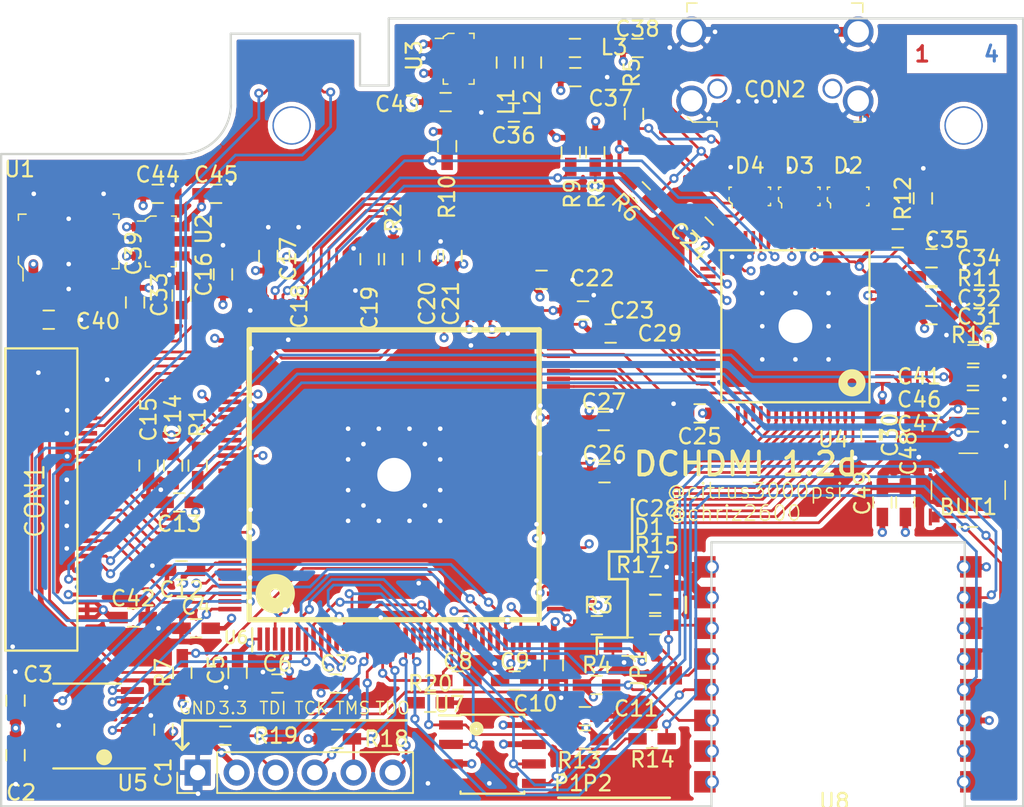
<source format=kicad_pcb>
(kicad_pcb (version 4) (host pcbnew 4.0.7)
  (layers (0 F.Cu signal) (1 In1.Cu power) (2 In2.Cu power) (31 B.Cu signal) (34 B.Paste user) (35 F.Paste user) (36 B.SilkS user) (37 F.SilkS user) (38 B.Mask user) (39 F.Mask user) (44 Edge.Cuts user))
  (net 0 "")
  (net 1 GND)
  (net 2 "Net-(BUT1-Pad3)")
  (net 3 +3V3)
  (net 4 +2.5)
  (net 5 +1.2)
  (net 6 "Net-(C24-Pad1)")
  (net 7 "Net-(C32-Pad1)")
  (net 8 "Net-(C33-Pad2)")
  (net 9 "Net-(C34-Pad1)")
  (net 10 "Net-(CON2-Pad9)")
  (net 11 "Net-(CON2-Pad8)")
  (net 12 "Net-(CON2-Pad6)")
  (net 13 "Net-(CON2-Pad5)")
  (net 14 "Net-(CON2-Pad3)")
  (net 15 "Net-(CON2-Pad2)")
  (net 16 "Net-(CON2-Pad11)")
  (net 17 "Net-(CON2-Pad12)")
  (net 18 /SCL)
  (net 19 /SDA)
  (net 20 "Net-(CON2-Pad17)")
  (net 21 "Net-(CON2-Pad19)")
  (net 22 /TDI)
  (net 23 /TCK)
  (net 24 /TMS)
  (net 25 /TDO)
  (net 26 "Net-(D1-Pad1)")
  (net 27 /nConf)
  (net 28 +1.8)
  (net 29 "Net-(R1-Pad1)")
  (net 30 "Net-(R2-Pad2)")
  (net 31 "Net-(R3-Pad1)")
  (net 32 /INT)
  (net 33 "Net-(R11-Pad1)")
  (net 34 /CS)
  (net 35 "Net-(R14-Pad1)")
  (net 36 "Net-(U3-Pad4)")
  (net 37 "Net-(U4-Pad2)")
  (net 38 "Net-(U4-Pad3)")
  (net 39 "Net-(U4-Pad4)")
  (net 40 /ADAT)
  (net 41 "Net-(U4-Pad6)")
  (net 42 "Net-(U4-Pad7)")
  (net 43 "Net-(U4-Pad8)")
  (net 44 /ABCK)
  (net 45 /ALRK)
  (net 46 "Net-(U4-Pad37)")
  (net 47 "Net-(U4-Pad38)")
  (net 48 "Net-(U4-Pad39)")
  (net 49 "Net-(U4-Pad40)")
  (net 50 "Net-(U4-Pad41)")
  (net 51 "Net-(U4-Pad42)")
  (net 52 "Net-(U4-Pad43)")
  (net 53 "Net-(U4-Pad44)")
  (net 54 "Net-(U4-Pad45)")
  (net 55 "Net-(U4-Pad46)")
  (net 56 "Net-(U4-Pad47)")
  (net 57 "Net-(U4-Pad48)")
  (net 58 "Net-(U4-Pad49)")
  (net 59 "Net-(U4-Pad50)")
  (net 60 "Net-(U4-Pad52)")
  (net 61 /ADVCLK)
  (net 62 "Net-(U4-Pad54)")
  (net 63 "Net-(U4-Pad55)")
  (net 64 "Net-(U4-Pad56)")
  (net 65 "Net-(U4-Pad57)")
  (net 66 "Net-(U4-Pad58)")
  (net 67 "Net-(U4-Pad59)")
  (net 68 "Net-(U4-Pad60)")
  (net 69 "Net-(U4-Pad61)")
  (net 70 "Net-(U4-Pad62)")
  (net 71 "Net-(U4-Pad63)")
  (net 72 "Net-(U4-Pad64)")
  (net 73 /X1)
  (net 74 "Net-(U5-Pad16)")
  (net 75 /S0)
  (net 76 /S3)
  (net 77 /S2)
  (net 78 /CLK)
  (net 79 /S1)
  (net 80 "Net-(U5-Pad15)")
  (net 81 /MOSI)
  (net 82 /DCLK)
  (net 83 /MISO)
  (net 84 /VCLK)
  (net 85 "Net-(U6-Pad24)")
  (net 86 "Net-(U6-Pad52)")
  (net 87 "Net-(U6-Pad53)")
  (net 88 "Net-(U6-Pad54)")
  (net 89 "Net-(U6-Pad55)")
  (net 90 "Net-(U6-Pad89)")
  (net 91 "Net-(U6-Pad90)")
  (net 92 "Net-(U6-Pad91)")
  (net 93 "Net-(CON1-Pad3)")
  (net 94 "Net-(CON1-Pad4)")
  (net 95 "Net-(CON1-Pad6)")
  (net 96 "Net-(CON1-Pad7)")
  (net 97 "Net-(CON1-Pad9)")
  (net 98 "Net-(CON1-Pad10)")
  (net 99 "Net-(CON1-Pad12)")
  (net 100 "Net-(CON1-Pad13)")
  (net 101 "Net-(U6-Pad126)")
  (net 102 "Net-(U6-Pad127)")
  (net 103 "Net-(U6-Pad128)")
  (net 104 "Net-(U6-Pad129)")
  (net 105 "Net-(CON1-Pad15)")
  (net 106 "Net-(CON1-Pad16)")
  (net 107 "Net-(CON1-Pad18)")
  (net 108 "Net-(CON1-Pad19)")
  (net 109 "Net-(CON1-Pad21)")
  (net 110 "Net-(CON1-Pad22)")
  (net 111 "Net-(CON1-Pad28)")
  (net 112 "Net-(U8-Pad2)")
  (net 113 "Net-(U6-Pad25)")
  (net 114 /SCL_H)
  (net 115 /SDA_H)
  (net 116 "Net-(R16-Pad2)")
  (net 117 /+5)
  (net 118 /PAD1)
  (net 119 /PAD2)
  (net 120 /ESP_SCL)
  (net 121 /ESP_SDA)
  (net 122 "Net-(U8-Pad16)")
  (net 123 "Net-(U8-Pad15)")
  (net 124 "Net-(R7-Pad2)")
  (net 125 /nCE)
  (module Analog:LQFP-64_10x10mm_Pitch0.5mm_PAD (layer F.Cu) (at 173.736 93.726 180)
    (fp_text reference U4 (at -2.464 -7.374 180) (layer F.SilkS))
    (fp_text value ADV7513)
    (pad 1 smd rect (at -5.7 -3.75 180) (size 1 0.25) (layers F.Cu F.Paste F.Mask) (net 6 "Net-(C24-Pad1)"))
    (pad 2 smd rect (at -5.7 -3.25 180) (size 1 0.25) (layers F.Cu F.Paste F.Mask) (net 37 "Net-(U4-Pad2)"))
    (pad 3 smd rect (at -5.7 -2.75 180) (size 1 0.25) (layers F.Cu F.Paste F.Mask) (net 38 "Net-(U4-Pad3)"))
    (pad 4 smd rect (at -5.7 -2.25 180) (size 1 0.25) (layers F.Cu F.Paste F.Mask) (net 39 "Net-(U4-Pad4)"))
    (pad 5 smd rect (at -5.7 -1.75 180) (size 1 0.25) (layers F.Cu F.Paste F.Mask) (net 40 /ADAT))
    (pad 6 smd rect (at -5.7 -1.25 180) (size 1 0.25) (layers F.Cu F.Paste F.Mask) (net 41 "Net-(U4-Pad6)"))
    (pad 7 smd rect (at -5.7 -0.75 180) (size 1 0.25) (layers F.Cu F.Paste F.Mask) (net 42 "Net-(U4-Pad7)"))
    (pad 8 smd rect (at -5.7 -0.25 180) (size 1 0.25) (layers F.Cu F.Paste F.Mask) (net 43 "Net-(U4-Pad8)"))
    (pad 9 smd rect (at -5.7 0.25 180) (size 1 0.25) (layers F.Cu F.Paste F.Mask) (net 44 /ABCK))
    (pad 10 smd rect (at -5.7 0.75 180) (size 1 0.25) (layers F.Cu F.Paste F.Mask) (net 45 /ALRK))
    (pad 11 smd rect (at -5.7 1.25 180) (size 1 0.25) (layers F.Cu F.Paste F.Mask) (net 6 "Net-(C24-Pad1)"))
    (pad 12 smd rect (at -5.7 1.75 180) (size 1 0.25) (layers F.Cu F.Paste F.Mask) (net 7 "Net-(C32-Pad1)"))
    (pad 13 smd rect (at -5.7 2.25 180) (size 1 0.25) (layers F.Cu F.Paste F.Mask) (net 7 "Net-(C32-Pad1)"))
    (pad 14 smd rect (at -5.7 2.75 180) (size 1 0.25) (layers F.Cu F.Paste F.Mask) (net 33 "Net-(R11-Pad1)"))
    (pad 15 smd rect (at -5.7 3.25 180) (size 1 0.25) (layers F.Cu F.Paste F.Mask) (net 9 "Net-(C34-Pad1)"))
    (pad 16 smd rect (at -5.7 3.75 180) (size 1 0.25) (layers F.Cu F.Paste F.Mask) (net 21 "Net-(CON2-Pad19)"))
    (pad 17 smd rect (at -3.75 5.7 270) (size 1 0.25) (layers F.Cu F.Paste F.Mask) (net 17 "Net-(CON2-Pad12)"))
    (pad 18 smd rect (at -3.25 5.7 270) (size 1 0.25) (layers F.Cu F.Paste F.Mask) (net 16 "Net-(CON2-Pad11)"))
    (pad 19 smd rect (at -2.75 5.7 270) (size 1 0.25) (layers F.Cu F.Paste F.Mask) (net 9 "Net-(C34-Pad1)"))
    (pad 20 smd rect (at -2.25 5.7 270) (size 1 0.25) (layers F.Cu F.Paste F.Mask) (net 10 "Net-(CON2-Pad9)"))
    (pad 21 smd rect (at -1.75 5.7 270) (size 1 0.25) (layers F.Cu F.Paste F.Mask) (net 11 "Net-(CON2-Pad8)"))
    (pad 22 smd rect (at -1.25 5.7 270) (size 1 0.25) (layers F.Cu F.Paste F.Mask) (net 116 "Net-(R16-Pad2)"))
    (pad 23 smd rect (at -0.75 5.7 270) (size 1 0.25) (layers F.Cu F.Paste F.Mask) (net 12 "Net-(CON2-Pad6)"))
    (pad 24 smd rect (at -0.25 5.7 270) (size 1 0.25) (layers F.Cu F.Paste F.Mask) (net 13 "Net-(CON2-Pad5)"))
    (pad 25 smd rect (at 0.25 5.7 270) (size 1 0.25) (layers F.Cu F.Paste F.Mask) (net 9 "Net-(C34-Pad1)"))
    (pad 26 smd rect (at 0.75 5.7 270) (size 1 0.25) (layers F.Cu F.Paste F.Mask) (net 14 "Net-(CON2-Pad3)"))
    (pad 27 smd rect (at 1.25 5.7 270) (size 1 0.25) (layers F.Cu F.Paste F.Mask) (net 15 "Net-(CON2-Pad2)"))
    (pad 28 smd rect (at 1.75 5.7 270) (size 1 0.25) (layers F.Cu F.Paste F.Mask) (net 32 /INT))
    (pad 29 smd rect (at 2.25 5.7 270) (size 1 0.25) (layers F.Cu F.Paste F.Mask) (net 3 +3V3))
    (pad 30 smd rect (at 2.75 5.7 270) (size 1 0.25) (layers F.Cu F.Paste F.Mask) (net 1 GND))
    (pad 31 smd rect (at 3.25 5.7 270) (size 1 0.25) (layers F.Cu F.Paste F.Mask) (net 6 "Net-(C24-Pad1)"))
    (pad 32 smd rect (at 3.75 5.7 270) (size 1 0.25) (layers F.Cu F.Paste F.Mask) (net 1 GND))
    (pad 33 smd rect (at 5.7 3.75 180) (size 1 0.25) (layers F.Cu F.Paste F.Mask) (net 114 /SCL_H))
    (pad 34 smd rect (at 5.7 3.25 180) (size 1 0.25) (layers F.Cu F.Paste F.Mask) (net 115 /SDA_H))
    (pad 35 smd rect (at 5.7 2.75 180) (size 1 0.25) (layers F.Cu F.Paste F.Mask) (net 18 /SCL))
    (pad 36 smd rect (at 5.7 2.25 180) (size 1 0.25) (layers F.Cu F.Paste F.Mask) (net 19 /SDA))
    (pad 37 smd rect (at 5.7 1.75 180) (size 1 0.25) (layers F.Cu F.Paste F.Mask) (net 46 "Net-(U4-Pad37)"))
    (pad 38 smd rect (at 5.7 1.25 180) (size 1 0.25) (layers F.Cu F.Paste F.Mask) (net 47 "Net-(U4-Pad38)"))
    (pad 39 smd rect (at 5.7 0.75 180) (size 1 0.25) (layers F.Cu F.Paste F.Mask) (net 48 "Net-(U4-Pad39)"))
    (pad 40 smd rect (at 5.7 0.25 180) (size 1 0.25) (layers F.Cu F.Paste F.Mask) (net 49 "Net-(U4-Pad40)"))
    (pad 41 smd rect (at 5.7 -0.25 180) (size 1 0.25) (layers F.Cu F.Paste F.Mask) (net 50 "Net-(U4-Pad41)"))
    (pad 42 smd rect (at 5.7 -0.75 180) (size 1 0.25) (layers F.Cu F.Paste F.Mask) (net 51 "Net-(U4-Pad42)"))
    (pad 43 smd rect (at 5.7 -1.25 180) (size 1 0.25) (layers F.Cu F.Paste F.Mask) (net 52 "Net-(U4-Pad43)"))
    (pad 44 smd rect (at 5.7 -1.75 180) (size 1 0.25) (layers F.Cu F.Paste F.Mask) (net 53 "Net-(U4-Pad44)"))
    (pad 45 smd rect (at 5.7 -2.25 180) (size 1 0.25) (layers F.Cu F.Paste F.Mask) (net 54 "Net-(U4-Pad45)"))
    (pad 46 smd rect (at 5.7 -2.75 180) (size 1 0.25) (layers F.Cu F.Paste F.Mask) (net 55 "Net-(U4-Pad46)"))
    (pad 47 smd rect (at 5.7 -3.25 180) (size 1 0.25) (layers F.Cu F.Paste F.Mask) (net 56 "Net-(U4-Pad47)"))
    (pad 48 smd rect (at 5.7 -3.75 180) (size 1 0.25) (layers F.Cu F.Paste F.Mask) (net 57 "Net-(U4-Pad48)"))
    (pad 49 smd rect (at 3.75 -5.7 270) (size 1 0.25) (layers F.Cu F.Paste F.Mask) (net 58 "Net-(U4-Pad49)"))
    (pad 50 smd rect (at 3.25 -5.7 270) (size 1 0.25) (layers F.Cu F.Paste F.Mask) (net 59 "Net-(U4-Pad50)"))
    (pad 51 smd rect (at 2.75 -5.7 270) (size 1 0.25) (layers F.Cu F.Paste F.Mask) (net 6 "Net-(C24-Pad1)"))
    (pad 52 smd rect (at 2.25 -5.7 270) (size 1 0.25) (layers F.Cu F.Paste F.Mask) (net 60 "Net-(U4-Pad52)"))
    (pad 53 smd rect (at 1.75 -5.7 270) (size 1 0.25) (layers F.Cu F.Paste F.Mask) (net 61 /ADVCLK))
    (pad 54 smd rect (at 1.25 -5.7 270) (size 1 0.25) (layers F.Cu F.Paste F.Mask) (net 62 "Net-(U4-Pad54)"))
    (pad 55 smd rect (at 0.75 -5.7 270) (size 1 0.25) (layers F.Cu F.Paste F.Mask) (net 63 "Net-(U4-Pad55)"))
    (pad 56 smd rect (at 0.25 -5.7 270) (size 1 0.25) (layers F.Cu F.Paste F.Mask) (net 64 "Net-(U4-Pad56)"))
    (pad 57 smd rect (at -0.25 -5.7 270) (size 1 0.25) (layers F.Cu F.Paste F.Mask) (net 65 "Net-(U4-Pad57)"))
    (pad 58 smd rect (at -0.75 -5.7 270) (size 1 0.25) (layers F.Cu F.Paste F.Mask) (net 66 "Net-(U4-Pad58)"))
    (pad 59 smd rect (at -1.25 -5.7 270) (size 1 0.25) (layers F.Cu F.Paste F.Mask) (net 67 "Net-(U4-Pad59)"))
    (pad 60 smd rect (at -1.75 -5.7 270) (size 1 0.25) (layers F.Cu F.Paste F.Mask) (net 68 "Net-(U4-Pad60)"))
    (pad 61 smd rect (at -2.25 -5.7 270) (size 1 0.25) (layers F.Cu F.Paste F.Mask) (net 69 "Net-(U4-Pad61)"))
    (pad 62 smd rect (at -2.75 -5.7 270) (size 1 0.25) (layers F.Cu F.Paste F.Mask) (net 70 "Net-(U4-Pad62)"))
    (pad 63 smd rect (at -3.25 -5.7 270) (size 1 0.25) (layers F.Cu F.Paste F.Mask) (net 71 "Net-(U4-Pad63)"))
    (pad 64 smd rect (at -3.75 -5.7 270) (size 1 0.25) (layers F.Cu F.Paste F.Mask) (net 72 "Net-(U4-Pad64)"))
    (pad 65 smd rect (at 0 0 180) (size 4.8 4.8) (layers F.Cu F.Paste F.Mask) (net 1 GND))
    (pad 65 thru_hole circle (at -2.159 -2.159 180) (size 0.6 0.6) (drill 0.3) (layers *.Cu *.Mask) (net 1 GND))
    (pad 65 thru_hole circle (at 2.159 -2.159 180) (size 0.6 0.6) (drill 0.3) (layers *.Cu *.Mask) (net 1 GND))
    (pad 65 thru_hole circle (at 0 -2.159 180) (size 0.6 0.6) (drill 0.3) (layers *.Cu *.Mask) (net 1 GND))
    (pad 65 thru_hole circle (at -2.159 0 180) (size 0.6 0.6) (drill 0.3) (layers *.Cu *.Mask) (net 1 GND))
    (pad 65 thru_hole circle (at -2.159 2.159 180) (size 0.6 0.6) (drill 0.3) (layers *.Cu *.Mask) (net 1 GND))
    (pad 65 thru_hole circle (at 0 2.159 180) (size 0.6 0.6) (drill 0.3) (layers *.Cu *.Mask) (net 1 GND))
    (pad 65 thru_hole circle (at 2.159 2.159 180) (size 0.6 0.6) (drill 0.3) (layers *.Cu *.Mask) (net 1 GND))
    (pad 65 thru_hole circle (at 2.159 0 180) (size 0.6 0.6) (drill 0.3) (layers *.Cu *.Mask) (net 1 GND))
    (pad 65 thru_hole circle (at 0 0 180) (size 3.3 3.3) (drill 2.2) (layers *.Cu *.Mask) (net 1 GND))
  )
  (module digikey-footprints:UFDFN-10_2.5x1mm (layer F.Cu) (at 177.173 85.2678)
    (fp_text reference D2 (at 0 -2) (layer F.SilkS))
    (fp_text value SP3012-04UTG)
    (pad 8 smd rect (at 0 -0.3875) (size 0.4 0.775) (layers F.Cu F.Paste F.Mask) (net 1 GND))
    (pad 10 smd rect (at -1 -0.4375) (size 0.2 0.675) (layers F.Cu F.Paste F.Mask) (net 10 "Net-(CON2-Pad9)"))
    (pad 9 smd rect (at -0.5 -0.4375) (size 0.2 0.675) (layers F.Cu F.Paste F.Mask) (net 16 "Net-(CON2-Pad11)"))
    (pad 7 smd rect (at 0.5 -0.4375) (size 0.2 0.675) (layers F.Cu F.Paste F.Mask) (net 17 "Net-(CON2-Pad12)"))
    (pad 6 smd rect (at 1 -0.4375) (size 0.2 0.675) (layers F.Cu F.Paste F.Mask) (net 21 "Net-(CON2-Pad19)"))
    (pad 5 smd rect (at 1 0.4375) (size 0.2 0.675) (layers F.Cu F.Paste F.Mask) (net 21 "Net-(CON2-Pad19)"))
    (pad 4 smd rect (at 0.5 0.4375) (size 0.2 0.675) (layers F.Cu F.Paste F.Mask) (net 17 "Net-(CON2-Pad12)"))
    (pad 2 smd rect (at -0.5 0.4375) (size 0.2 0.675) (layers F.Cu F.Paste F.Mask) (net 16 "Net-(CON2-Pad11)"))
    (pad 3 smd rect (at 0 0.3875) (size 0.4 0.775) (layers F.Cu F.Paste F.Mask) (net 1 GND))
    (pad 1 smd rect (at -1 0.4375) (size 0.2 0.675) (layers F.Cu F.Paste F.Mask) (net 10 "Net-(CON2-Pad9)"))
  )
  (module Capacitors_SMD:C_0603_HandSoldering (layer F.Cu) (at 162.8 114.6)
    (fp_text reference R17 (at 0.69 -5.32 180) (layer F.SilkS))
    (fp_text value 10K)
    (pad 1 smd rect (at -0.95 0) (size 1.2 0.75) (layers F.Cu F.Paste F.Mask) (net 3 +3V3))
    (pad 2 smd rect (at 0.95 0) (size 1.2 0.75) (layers F.Cu F.Paste F.Mask) (net 120 /ESP_SCL))
  )
  (module pads:FPC_32 (layer F.Cu) (at 127.6 97.2 270)
    (fp_text reference CON1 (at 7.9 3.4 270) (layer F.SilkS) (effects (font (size 1.2 1.2))))
    (fp_text value 3-1775333-2)
    (pad 1 smd rect (at -0.003 0 270) (size 0.3 1.3) (layers F.Cu F.Paste F.Mask) (net 84 /VCLK))
    (pad 2 smd rect (at 0.497 0 270) (size 0.3 1.3) (layers F.Cu F.Paste F.Mask) (net 1 GND))
    (pad 3 smd rect (at 0.997 0 270) (size 0.3 1.3) (layers F.Cu F.Paste F.Mask) (net 93 "Net-(CON1-Pad3)"))
    (pad 4 smd rect (at 1.497 0 270) (size 0.3 1.3) (layers F.Cu F.Paste F.Mask) (net 94 "Net-(CON1-Pad4)"))
    (pad 5 smd rect (at 1.997 0 270) (size 0.3 1.3) (layers F.Cu F.Paste F.Mask) (net 1 GND))
    (pad 6 smd rect (at 2.497 0 270) (size 0.3 1.3) (layers F.Cu F.Paste F.Mask) (net 95 "Net-(CON1-Pad6)"))
    (pad 7 smd rect (at 2.997 0 270) (size 0.3 1.3) (layers F.Cu F.Paste F.Mask) (net 96 "Net-(CON1-Pad7)"))
    (pad 8 smd rect (at 3.497 0 270) (size 0.3 1.3) (layers F.Cu F.Paste F.Mask) (net 1 GND))
    (pad 9 smd rect (at 3.997 0 270) (size 0.3 1.3) (layers F.Cu F.Paste F.Mask) (net 97 "Net-(CON1-Pad9)"))
    (pad 10 smd rect (at 4.497 0 270) (size 0.3 1.3) (layers F.Cu F.Paste F.Mask) (net 98 "Net-(CON1-Pad10)"))
    (pad 11 smd rect (at 4.997 0 270) (size 0.3 1.3) (layers F.Cu F.Paste F.Mask) (net 1 GND))
    (pad 12 smd rect (at 5.497 0 270) (size 0.3 1.3) (layers F.Cu F.Paste F.Mask) (net 99 "Net-(CON1-Pad12)"))
    (pad 13 smd rect (at 5.997 0 270) (size 0.3 1.3) (layers F.Cu F.Paste F.Mask) (net 100 "Net-(CON1-Pad13)"))
    (pad 14 smd rect (at 6.497 0 270) (size 0.3 1.3) (layers F.Cu F.Paste F.Mask) (net 1 GND))
    (pad 15 smd rect (at 6.997 0 270) (size 0.3 1.3) (layers F.Cu F.Paste F.Mask) (net 105 "Net-(CON1-Pad15)"))
    (pad 16 smd rect (at 7.497 0 270) (size 0.3 1.3) (layers F.Cu F.Paste F.Mask) (net 106 "Net-(CON1-Pad16)"))
    (pad 17 smd rect (at 7.997 0 270) (size 0.3 1.3) (layers F.Cu F.Paste F.Mask) (net 1 GND))
    (pad 18 smd rect (at 8.497 0 270) (size 0.3 1.3) (layers F.Cu F.Paste F.Mask) (net 107 "Net-(CON1-Pad18)"))
    (pad 19 smd rect (at 8.997 0 270) (size 0.3 1.3) (layers F.Cu F.Paste F.Mask) (net 108 "Net-(CON1-Pad19)"))
    (pad 20 smd rect (at 9.497 0 270) (size 0.3 1.3) (layers F.Cu F.Paste F.Mask) (net 1 GND))
    (pad 21 smd rect (at 9.997 0 270) (size 0.3 1.3) (layers F.Cu F.Paste F.Mask) (net 109 "Net-(CON1-Pad21)"))
    (pad 22 smd rect (at 10.497 0 270) (size 0.3 1.3) (layers F.Cu F.Paste F.Mask) (net 110 "Net-(CON1-Pad22)"))
    (pad 23 smd rect (at 10.997 0 270) (size 0.3 1.3) (layers F.Cu F.Paste F.Mask) (net 1 GND))
    (pad 24 smd rect (at 11.497 0 270) (size 0.3 1.3) (layers F.Cu F.Paste F.Mask) (net 44 /ABCK))
    (pad 25 smd rect (at 11.997 0 270) (size 0.3 1.3) (layers F.Cu F.Paste F.Mask) (net 40 /ADAT))
    (pad 26 smd rect (at 12.497 0 270) (size 0.3 1.3) (layers F.Cu F.Paste F.Mask) (net 1 GND))
    (pad 27 smd rect (at 12.997 0 270) (size 0.3 1.3) (layers F.Cu F.Paste F.Mask) (net 45 /ALRK))
    (pad 28 smd rect (at 13.497 0 270) (size 0.3 1.3) (layers F.Cu F.Paste F.Mask) (net 111 "Net-(CON1-Pad28)"))
    (pad 29 smd rect (at 13.997 0 270) (size 0.3 1.3) (layers F.Cu F.Paste F.Mask) (net 117 /+5))
    (pad 30 smd rect (at 14.497 0 270) (size 0.3 1.3) (layers F.Cu F.Paste F.Mask) (net 3 +3V3))
    (pad 31 smd rect (at 14.997 0 270) (size 0.3 1.3) (layers F.Cu F.Paste F.Mask) (net 3 +3V3))
    (pad 32 smd rect (at 15.497 0 270) (size 0.3 1.3) (layers F.Cu F.Paste F.Mask) (net 3 +3V3))
    (pad 2 smd rect (at -1.9 3.25 270) (size 1.8 2.2) (layers F.Cu F.Paste F.Mask) (net 1 GND))
    (pad 2 smd rect (at 17.4 3.25 270) (size 1.8 2.2) (layers F.Cu F.Paste F.Mask) (net 1 GND))
  )
  (module pads:.6Cast (layer F.Cu) (at 184.7 123.4)
    (fp_text reference "" hide)
    (fp_text value "")
    (pad 1 thru_hole circle (at 0 0) (size 0.9 0.9) (drill 0.6) (layers *.Cu) (net 2 "Net-(BUT1-Pad3)"))
  )
  (module pads:.6Cast (layer F.Cu) (at 184.7 121.4)
    (fp_text reference "" hide)
    (fp_text value "")
    (pad 1 thru_hole circle (at 0 0) (size 0.9 0.9) (drill 0.6) (layers *.Cu) (net 112 "Net-(U8-Pad2)"))
  )
  (module pads:.6Cast (layer F.Cu) (at 184.7 119.4)
    (fp_text reference "" hide)
    (fp_text value "")
    (pad 1 thru_hole circle (at 0 0) (size 0.9 0.9) (drill 0.6) (layers *.Cu) (net 3 +3V3))
  )
  (module pads:.6Cast (layer F.Cu) (at 184.7 117.4)
    (fp_text reference "" hide)
    (fp_text value "")
    (pad 1 thru_hole circle (at 0 0) (size 0.9 0.9) (drill 0.6) (layers *.Cu) (net 35 "Net-(R14-Pad1)"))
  )
  (module pads:.6Cast (layer F.Cu) (at 184.7 115.4)
    (fp_text reference "" hide)
    (fp_text value "")
    (pad 1 thru_hole circle (at 0 0) (size 0.9 0.9) (drill 0.6) (layers *.Cu) (net 82 /DCLK))
  )
  (module pads:.6Cast (layer F.Cu) (at 184.7 113.4)
    (fp_text reference "" hide)
    (fp_text value "")
    (pad 1 thru_hole circle (at 0 0) (size 0.9 0.9) (drill 0.6) (layers *.Cu) (net 83 /MISO))
  )
  (module pads:.6Cast (layer F.Cu) (at 184.7 111.4)
    (fp_text reference "" hide)
    (fp_text value "")
    (pad 1 thru_hole circle (at 0 0) (size 0.9 0.9) (drill 0.6) (layers *.Cu) (net 81 /MOSI))
  )
  (module pads:.6Cast (layer F.Cu) (at 184.7 109.4)
    (fp_text reference "" hide)
    (fp_text value "")
    (pad 1 thru_hole circle (at 0 0) (size 0.9 0.9) (drill 0.6) (layers *.Cu) (net 3 +3V3))
  )
  (module pads:.6Cast (layer F.Cu) (at 168.3 123.4)
    (fp_text reference "" hide)
    (fp_text value "")
    (pad 1 thru_hole circle (at 0 0) (size 0.9 0.9) (drill 0.6) (layers *.Cu) (net 122 "Net-(U8-Pad16)"))
  )
  (module pads:.6Cast (layer F.Cu) (at 168.3 121.4)
    (fp_text reference "" hide)
    (fp_text value "")
    (pad 1 thru_hole circle (at 0 0) (size 0.9 0.9) (drill 0.6) (layers *.Cu) (net 123 "Net-(U8-Pad15)"))
  )
  (module pads:.6Cast (layer F.Cu) (at 168.3 119.4)
    (fp_text reference "" hide)
    (fp_text value "")
    (pad 1 thru_hole circle (at 0 0) (size 0.9 0.9) (drill 0.6) (layers *.Cu) (net 27 /nConf))
  )
  (module pads:.6Cast (layer F.Cu) (at 168.3 117.4)
    (fp_text reference "" hide)
    (fp_text value "")
    (pad 1 thru_hole circle (at 0 0) (size 0.9 0.9) (drill 0.6) (layers *.Cu) (net 125 /nCE))
  )
  (module pads:.6Cast (layer F.Cu) (at 168.3 115.4)
    (fp_text reference "" hide)
    (fp_text value "")
    (pad 1 thru_hole circle (at 0 0) (size 0.9 0.9) (drill 0.6) (layers *.Cu) (net 120 /ESP_SCL))
  )
  (module pads:.6Cast (layer F.Cu) (at 168.3 113.4)
    (fp_text reference "" hide)
    (fp_text value "")
    (pad 1 thru_hole circle (at 0 0) (size 0.9 0.9) (drill 0.6) (layers *.Cu) (net 121 /ESP_SDA))
  )
  (module pads:.6Cast (layer F.Cu) (at 168.3 111.4)
    (fp_text reference "" hide)
    (fp_text value "")
    (pad 1 thru_hole circle (at 0 0) (size 0.9 0.9) (drill 0.6) (layers *.Cu) (net 1 GND))
  )
  (module pads:2.3_hole_mount (layer F.Cu) (at 184.69 84.39)
    (fp_text reference "" (at 0 0.5) (layer F.SilkS))
    (fp_text value "")
    (pad "" thru_hole circle (at 0 -3.74) (size 2.5 2.5) (drill 2.3) (layers *.Cu *.Mask))
  )
  (module digikey-footprints:Switch_4.5x4.5mm_SMD_TL3315NF160Q (layer F.Cu) (at 185 104.4)
    (fp_text reference BUT1 (at 0 1.1) (layer F.SilkS))
    (fp_text value TL3315NF100Q)
    (pad 1 smd rect (at -2.475 -1.75) (size 0.2 1.1) (layers F.Cu F.Paste F.Mask) (net 1 GND))
    (pad 4 smd rect (at 2.475 1.75) (size 0.2 1.1) (layers F.Cu F.Paste F.Mask) (net 2 "Net-(BUT1-Pad3)"))
    (pad 3 smd rect (at -2.475 1.75) (size 0.2 1.1) (layers F.Cu F.Paste F.Mask) (net 2 "Net-(BUT1-Pad3)"))
    (pad 2 smd rect (at 2.475 -1.75) (size 0.2 1.1) (layers F.Cu F.Paste F.Mask) (net 1 GND))
    (pad 1 smd rect (at -2.125 -1.75) (size 0.5 0.7) (layers F.Cu F.Paste F.Mask) (net 1 GND))
    (pad 2 smd rect (at 2.125 -1.75) (size 0.5 0.7) (layers F.Cu F.Paste F.Mask) (net 1 GND))
    (pad 3 smd rect (at -2.125 1.75) (size 0.5 0.7) (layers F.Cu F.Paste F.Mask) (net 2 "Net-(BUT1-Pad3)"))
    (pad 4 smd rect (at 2.125 1.75) (size 0.5 0.7) (layers F.Cu F.Paste F.Mask) (net 2 "Net-(BUT1-Pad3)"))
  )
  (module Capacitors_SMD:C_0603_HandSoldering (layer F.Cu) (at 132.575 120 90)
    (fp_text reference C1 (at -2.794 0 90) (layer F.SilkS))
    (fp_text value .1u)
    (pad 1 smd rect (at -0.95 0 90) (size 1.2 0.75) (layers F.Cu F.Paste F.Mask) (net 3 +3V3))
    (pad 2 smd rect (at 0.95 0 90) (size 1.2 0.75) (layers F.Cu F.Paste F.Mask) (net 1 GND))
  )
  (module Capacitors_SMD:C_0603_HandSoldering (layer F.Cu) (at 122.936 121.666 270)
    (fp_text reference C2 (at 2.434 -0.364 360) (layer F.SilkS))
    (fp_text value .1u)
    (pad 1 smd rect (at -0.95 0 270) (size 1.2 0.75) (layers F.Cu F.Paste F.Mask) (net 3 +3V3))
    (pad 2 smd rect (at 0.95 0 270) (size 1.2 0.75) (layers F.Cu F.Paste F.Mask) (net 1 GND))
  )
  (module Capacitors_SMD:C_0603_HandSoldering (layer F.Cu) (at 122.936 118.11 90)
    (fp_text reference C3 (at 1.71 1.464 180) (layer F.SilkS))
    (fp_text value .1u)
    (pad 1 smd rect (at -0.95 0 90) (size 1.2 0.75) (layers F.Cu F.Paste F.Mask) (net 3 +3V3))
    (pad 2 smd rect (at 0.95 0 90) (size 1.2 0.75) (layers F.Cu F.Paste F.Mask) (net 1 GND))
  )
  (module Capacitors_SMD:C_0603_HandSoldering (layer F.Cu) (at 134.7 113.4 180)
    (fp_text reference C4 (at 0 1.4 180) (layer F.SilkS))
    (fp_text value .1u)
    (pad 1 smd rect (at -0.95 0 180) (size 1.2 0.75) (layers F.Cu F.Paste F.Mask) (net 4 +2.5))
    (pad 2 smd rect (at 0.95 0 180) (size 1.2 0.75) (layers F.Cu F.Paste F.Mask) (net 1 GND))
  )
  (module Capacitors_SMD:C_0603_HandSoldering (layer F.Cu) (at 137.4 116.3 270)
    (fp_text reference C5 (at -0.2 1.4 270) (layer F.SilkS))
    (fp_text value .1u)
    (pad 1 smd rect (at -0.95 0 270) (size 1.2 0.75) (layers F.Cu F.Paste F.Mask) (net 5 +1.2))
    (pad 2 smd rect (at 0.95 0 270) (size 1.2 0.75) (layers F.Cu F.Paste F.Mask) (net 1 GND))
  )
  (module Capacitors_SMD:C_0603_HandSoldering (layer F.Cu) (at 140 117 180)
    (fp_text reference C6 (at 0.01 1.3 180) (layer F.SilkS))
    (fp_text value .1u)
    (pad 1 smd rect (at -0.95 0 180) (size 1.2 0.75) (layers F.Cu F.Paste F.Mask) (net 5 +1.2))
    (pad 2 smd rect (at 0.95 0 180) (size 1.2 0.75) (layers F.Cu F.Paste F.Mask) (net 1 GND))
  )
  (module Capacitors_SMD:C_0603_HandSoldering (layer F.Cu) (at 143.8 117)
    (fp_text reference C7 (at -0.06 -1.31) (layer F.SilkS))
    (fp_text value .1u)
    (pad 1 smd rect (at -0.95 0) (size 1.2 0.75) (layers F.Cu F.Paste F.Mask) (net 3 +3V3))
    (pad 2 smd rect (at 0.95 0) (size 1.2 0.75) (layers F.Cu F.Paste F.Mask) (net 1 GND))
  )
  (module Capacitors_SMD:C_0603_HandSoldering (layer F.Cu) (at 151.75 116.8)
    (fp_text reference C8 (at 0 -1.25) (layer F.SilkS))
    (fp_text value .1u)
    (pad 1 smd rect (at -0.95 0) (size 1.2 0.75) (layers F.Cu F.Paste F.Mask) (net 3 +3V3))
    (pad 2 smd rect (at 0.95 0) (size 1.2 0.75) (layers F.Cu F.Paste F.Mask) (net 1 GND))
  )
  (module Capacitors_SMD:C_0603_HandSoldering (layer F.Cu) (at 155.45 116.8)
    (fp_text reference C9 (at 0 -1.25) (layer F.SilkS))
    (fp_text value .1u)
    (pad 1 smd rect (at -0.95 0) (size 1.2 0.75) (layers F.Cu F.Paste F.Mask) (net 5 +1.2))
    (pad 2 smd rect (at 0.95 0) (size 1.2 0.75) (layers F.Cu F.Paste F.Mask) (net 1 GND))
  )
  (module Capacitors_SMD:C_0603_HandSoldering (layer F.Cu) (at 158 115.8 270)
    (fp_text reference C10 (at 2.5 1.2 360) (layer F.SilkS))
    (fp_text value .1u)
    (pad 1 smd rect (at -0.95 0 270) (size 1.2 0.75) (layers F.Cu F.Paste F.Mask) (net 4 +2.5))
    (pad 2 smd rect (at 0.95 0 270) (size 1.2 0.75) (layers F.Cu F.Paste F.Mask) (net 1 GND))
  )
  (module Capacitors_SMD:C_0603_HandSoldering (layer F.Cu) (at 160.02 119.126)
    (fp_text reference C11 (at 3.35 -0.496) (layer F.SilkS))
    (fp_text value .1u)
    (pad 1 smd rect (at -0.95 0) (size 1.2 0.75) (layers F.Cu F.Paste F.Mask) (net 3 +3V3))
    (pad 2 smd rect (at 0.95 0) (size 1.2 0.75) (layers F.Cu F.Paste F.Mask) (net 1 GND))
  )
  (module Capacitors_SMD:C_0603_HandSoldering (layer F.Cu) (at 133.75 109.625 180)
    (fp_text reference C12 (at 0 -1.25 180) (layer F.SilkS))
    (fp_text value .1u)
    (pad 1 smd rect (at -0.95 0 180) (size 1.2 0.75) (layers F.Cu F.Paste F.Mask) (net 5 +1.2))
    (pad 2 smd rect (at 0.95 0 180) (size 1.2 0.75) (layers F.Cu F.Paste F.Mask) (net 1 GND))
  )
  (module Capacitors_SMD:C_0603_HandSoldering (layer F.Cu) (at 133.6 105.2 180)
    (fp_text reference C13 (at 0 -1.4 180) (layer F.SilkS))
    (fp_text value .1u)
    (pad 1 smd rect (at -0.95 0 180) (size 1.2 0.75) (layers F.Cu F.Paste F.Mask) (net 3 +3V3))
    (pad 2 smd rect (at 0.95 0 180) (size 1.2 0.75) (layers F.Cu F.Paste F.Mask) (net 1 GND))
  )
  (module Capacitors_SMD:C_0603_HandSoldering (layer F.Cu) (at 133.2 102.8 270)
    (fp_text reference C14 (at -3.2 0 270) (layer F.SilkS))
    (fp_text value .1u)
    (pad 1 smd rect (at -0.95 0 270) (size 1.2 0.75) (layers F.Cu F.Paste F.Mask) (net 5 +1.2))
    (pad 2 smd rect (at 0.95 0 270) (size 1.2 0.75) (layers F.Cu F.Paste F.Mask) (net 1 GND))
  )
  (module Capacitors_SMD:C_0603_HandSoldering (layer F.Cu) (at 131.6 102.8 270)
    (fp_text reference C15 (at -3 0 270) (layer F.SilkS))
    (fp_text value .1u)
    (pad 1 smd rect (at -0.95 0 270) (size 1.2 0.75) (layers F.Cu F.Paste F.Mask) (net 3 +3V3))
    (pad 2 smd rect (at 0.95 0 270) (size 1.2 0.75) (layers F.Cu F.Paste F.Mask) (net 1 GND))
  )
  (module Capacitors_SMD:C_0603_HandSoldering (layer F.Cu) (at 136.45 90.35 90)
    (fp_text reference C16 (at 0 -1.25 90) (layer F.SilkS))
    (fp_text value .1u)
    (pad 1 smd rect (at -0.95 0 90) (size 1.2 0.75) (layers F.Cu F.Paste F.Mask) (net 5 +1.2))
    (pad 2 smd rect (at 0.95 0 90) (size 1.2 0.75) (layers F.Cu F.Paste F.Mask) (net 1 GND))
  )
  (module Capacitors_SMD:C_0603_HandSoldering (layer F.Cu) (at 139.4 89.15 90)
    (fp_text reference C17 (at -0.2 1.3 90) (layer F.SilkS))
    (fp_text value .1u)
    (pad 1 smd rect (at -0.95 0 90) (size 1.2 0.75) (layers F.Cu F.Paste F.Mask) (net 4 +2.5))
    (pad 2 smd rect (at 0.95 0 90) (size 1.2 0.75) (layers F.Cu F.Paste F.Mask) (net 1 GND))
  )
  (module Capacitors_SMD:C_0603_HandSoldering (layer F.Cu) (at 141.375 89.15 90)
    (fp_text reference C18 (at -3.28 0.05 90) (layer F.SilkS))
    (fp_text value .1u)
    (pad 1 smd rect (at -0.95 0 90) (size 1.2 0.75) (layers F.Cu F.Paste F.Mask) (net 5 +1.2))
    (pad 2 smd rect (at 0.95 0 90) (size 1.2 0.75) (layers F.Cu F.Paste F.Mask) (net 1 GND))
  )
  (module Capacitors_SMD:C_0603_HandSoldering (layer F.Cu) (at 146 89.3572 90)
    (fp_text reference C19 (at -3.2 0 90) (layer F.SilkS))
    (fp_text value .1u)
    (pad 1 smd rect (at -0.95 0 90) (size 1.2 0.75) (layers F.Cu F.Paste F.Mask) (net 3 +3V3))
    (pad 2 smd rect (at 0.95 0 90) (size 1.2 0.75) (layers F.Cu F.Paste F.Mask) (net 1 GND))
  )
  (module Capacitors_SMD:C_0603_HandSoldering (layer F.Cu) (at 149.85 89.15 90)
    (fp_text reference C20 (at -3.1 -0.1 90) (layer F.SilkS))
    (fp_text value .1u)
    (pad 1 smd rect (at -0.95 0 90) (size 1.2 0.75) (layers F.Cu F.Paste F.Mask) (net 5 +1.2))
    (pad 2 smd rect (at 0.95 0 90) (size 1.2 0.75) (layers F.Cu F.Paste F.Mask) (net 1 GND))
  )
  (module Capacitors_SMD:C_0603_HandSoldering (layer F.Cu) (at 151.4 89.15 90)
    (fp_text reference C21 (at -3.1 -0.1 90) (layer F.SilkS))
    (fp_text value .1u)
    (pad 1 smd rect (at -0.95 0 90) (size 1.2 0.75) (layers F.Cu F.Paste F.Mask) (net 3 +3V3))
    (pad 2 smd rect (at 0.95 0 90) (size 1.2 0.75) (layers F.Cu F.Paste F.Mask) (net 1 GND))
  )
  (module Capacitors_SMD:C_0603_HandSoldering (layer F.Cu) (at 157.2 90.7)
    (fp_text reference C22 (at 3.3 -0.1) (layer F.SilkS))
    (fp_text value .1u)
    (pad 1 smd rect (at -0.95 0) (size 1.2 0.75) (layers F.Cu F.Paste F.Mask) (net 4 +2.5))
    (pad 2 smd rect (at 0.95 0) (size 1.2 0.75) (layers F.Cu F.Paste F.Mask) (net 1 GND))
  )
  (module Capacitors_SMD:C_0603_HandSoldering (layer F.Cu) (at 159.9 92.7)
    (fp_text reference C23 (at 3.2 0) (layer F.SilkS))
    (fp_text value .1u)
    (pad 1 smd rect (at -0.95 0) (size 1.2 0.75) (layers F.Cu F.Paste F.Mask) (net 5 +1.2))
    (pad 2 smd rect (at 0.95 0) (size 1.2 0.75) (layers F.Cu F.Paste F.Mask) (net 1 GND))
  )
  (module Capacitors_SMD:C_0603_HandSoldering (layer F.Cu) (at 167.7 87.3 135)
    (fp_text reference C24 (at 0 -1.25 135) (layer F.SilkS))
    (fp_text value .1u)
    (pad 1 smd rect (at -0.95 0 135) (size 1.2 0.75) (layers F.Cu F.Paste F.Mask) (net 6 "Net-(C24-Pad1)"))
    (pad 2 smd rect (at 0.95 0 135) (size 1.2 0.75) (layers F.Cu F.Paste F.Mask) (net 1 GND))
  )
  (module Capacitors_SMD:C_0603_HandSoldering (layer F.Cu) (at 167.5 99.4 180)
    (fp_text reference C25 (at 0 -1.5 180) (layer F.SilkS))
    (fp_text value .1u)
    (pad 1 smd rect (at -0.95 0 180) (size 1.2 0.75) (layers F.Cu F.Paste F.Mask) (net 6 "Net-(C24-Pad1)"))
    (pad 2 smd rect (at 0.95 0 180) (size 1.2 0.75) (layers F.Cu F.Paste F.Mask) (net 1 GND))
  )
  (module Capacitors_SMD:C_0603_HandSoldering (layer F.Cu) (at 161.3 103.3)
    (fp_text reference C26 (at 0 -1.25) (layer F.SilkS))
    (fp_text value .1u)
    (pad 1 smd rect (at -0.95 0) (size 1.2 0.75) (layers F.Cu F.Paste F.Mask) (net 3 +3V3))
    (pad 2 smd rect (at 0.95 0) (size 1.2 0.75) (layers F.Cu F.Paste F.Mask) (net 1 GND))
  )
  (module Capacitors_SMD:C_0603_HandSoldering (layer F.Cu) (at 161.25 99.9)
    (fp_text reference C27 (at 0 -1.25) (layer F.SilkS))
    (fp_text value .1u)
    (pad 1 smd rect (at -0.95 0) (size 1.2 0.75) (layers F.Cu F.Paste F.Mask) (net 5 +1.2))
    (pad 2 smd rect (at 0.95 0) (size 1.2 0.75) (layers F.Cu F.Paste F.Mask) (net 1 GND))
  )
  (module Capacitors_SMD:C_0603_HandSoldering (layer F.Cu) (at 164.625 110.625)
    (fp_text reference C28 (at 0.075 -5.025) (layer F.SilkS))
    (fp_text value .1u)
    (pad 1 smd rect (at -0.95 0) (size 1.2 0.75) (layers F.Cu F.Paste F.Mask) (net 3 +3V3))
    (pad 2 smd rect (at 0.95 0) (size 1.2 0.75) (layers F.Cu F.Paste F.Mask) (net 1 GND))
  )
  (module Capacitors_SMD:C_0603_HandSoldering (layer F.Cu) (at 161.7 94.2)
    (fp_text reference C29 (at 3.2 0) (layer F.SilkS))
    (fp_text value .1u)
    (pad 1 smd rect (at -0.95 0) (size 1.2 0.75) (layers F.Cu F.Paste F.Mask) (net 5 +1.2))
    (pad 2 smd rect (at 0.95 0) (size 1.2 0.75) (layers F.Cu F.Paste F.Mask) (net 1 GND))
  )
  (module Capacitors_SMD:C_0603_HandSoldering (layer F.Cu) (at 178.625 100.8 270)
    (fp_text reference C30 (at 0 -1.275 450) (layer F.SilkS))
    (fp_text value .1u)
    (pad 1 smd rect (at -0.95 0 270) (size 1.2 0.75) (layers F.Cu F.Paste F.Mask) (net 6 "Net-(C24-Pad1)"))
    (pad 2 smd rect (at 0.95 0 270) (size 1.2 0.75) (layers F.Cu F.Paste F.Mask) (net 1 GND))
  )
  (module Capacitors_SMD:C_0603_HandSoldering (layer F.Cu) (at 182.6 93)
    (fp_text reference C31 (at 3.1 0.1) (layer F.SilkS))
    (fp_text value .1u)
    (pad 1 smd rect (at -0.95 0) (size 1.2 0.75) (layers F.Cu F.Paste F.Mask) (net 6 "Net-(C24-Pad1)"))
    (pad 2 smd rect (at 0.95 0) (size 1.2 0.75) (layers F.Cu F.Paste F.Mask) (net 1 GND))
  )
  (module Capacitors_SMD:C_0603_HandSoldering (layer F.Cu) (at 182.6 91.8)
    (fp_text reference C32 (at 3.1 0.1) (layer F.SilkS))
    (fp_text value .1u)
    (pad 1 smd rect (at -0.95 0) (size 1.2 0.75) (layers F.Cu F.Paste F.Mask) (net 7 "Net-(C32-Pad1)"))
    (pad 2 smd rect (at 0.95 0) (size 1.2 0.75) (layers F.Cu F.Paste F.Mask) (net 1 GND))
  )
  (module Capacitors_SMD:C_0603_HandSoldering (layer F.Cu) (at 133.75 91.725 270)
    (fp_text reference C33 (at -0.05 1.45 270) (layer F.SilkS))
    (fp_text value 470p)
    (pad 1 smd rect (at -0.95 0 270) (size 1.2 0.75) (layers F.Cu F.Paste F.Mask) (net 1 GND))
    (pad 2 smd rect (at 0.95 0 270) (size 1.2 0.75) (layers F.Cu F.Paste F.Mask) (net 8 "Net-(C33-Pad2)"))
  )
  (module Capacitors_SMD:C_0603_HandSoldering (layer F.Cu) (at 182.6 89.3)
    (fp_text reference C34 (at 3.1 0) (layer F.SilkS))
    (fp_text value .1u)
    (pad 1 smd rect (at -0.95 0) (size 1.2 0.75) (layers F.Cu F.Paste F.Mask) (net 9 "Net-(C34-Pad1)"))
    (pad 2 smd rect (at 0.95 0) (size 1.2 0.75) (layers F.Cu F.Paste F.Mask) (net 1 GND))
  )
  (module Capacitors_SMD:C_0603_HandSoldering (layer F.Cu) (at 180.4 88)
    (fp_text reference C35 (at 3.2 0.1) (layer F.SilkS))
    (fp_text value .1u)
    (pad 1 smd rect (at -0.95 0) (size 1.2 0.75) (layers F.Cu F.Paste F.Mask) (net 9 "Net-(C34-Pad1)"))
    (pad 2 smd rect (at 0.95 0) (size 1.2 0.75) (layers F.Cu F.Paste F.Mask) (net 1 GND))
  )
  (module Capacitors_SMD:C_0603_HandSoldering (layer F.Cu) (at 155.4 79.8 180)
    (fp_text reference C36 (at 0.025 -1.5 180) (layer F.SilkS))
    (fp_text value 10u)
    (pad 1 smd rect (at -0.95 0 180) (size 1.2 0.75) (layers F.Cu F.Paste F.Mask) (net 6 "Net-(C24-Pad1)"))
    (pad 2 smd rect (at 0.95 0 180) (size 1.2 0.75) (layers F.Cu F.Paste F.Mask) (net 1 GND))
  )
  (module Capacitors_SMD:C_0603_HandSoldering (layer F.Cu) (at 159.4 77.5)
    (fp_text reference C37 (at 2.3 1.375) (layer F.SilkS))
    (fp_text value 10u)
    (pad 1 smd rect (at -0.95 0) (size 1.2 0.75) (layers F.Cu F.Paste F.Mask) (net 9 "Net-(C34-Pad1)"))
    (pad 2 smd rect (at 0.95 0) (size 1.2 0.75) (layers F.Cu F.Paste F.Mask) (net 1 GND))
  )
  (module Capacitors_SMD:C_0603_HandSoldering (layer F.Cu) (at 163.45 75.6)
    (fp_text reference C38 (at 0 -1.25) (layer F.SilkS))
    (fp_text value 10u)
    (pad 1 smd rect (at -0.95 0) (size 1.2 0.75) (layers F.Cu F.Paste F.Mask) (net 7 "Net-(C32-Pad1)"))
    (pad 2 smd rect (at 0.95 0) (size 1.2 0.75) (layers F.Cu F.Paste F.Mask) (net 1 GND))
  )
  (module Capacitors_SMD:C_0603_HandSoldering (layer F.Cu) (at 130.725 92.175 270)
    (fp_text reference C39 (at -3.2 0.1 270) (layer F.SilkS))
    (fp_text value 10u)
    (pad 1 smd rect (at -0.95 0 270) (size 1.2 0.75) (layers F.Cu F.Paste F.Mask) (net 5 +1.2))
    (pad 2 smd rect (at 0.95 0 270) (size 1.2 0.75) (layers F.Cu F.Paste F.Mask) (net 1 GND))
  )
  (module Capacitors_SMD:C_0603_HandSoldering (layer F.Cu) (at 125.1 93.3)
    (fp_text reference C40 (at 3.2 0.1) (layer F.SilkS))
    (fp_text value 10u)
    (pad 1 smd rect (at -0.95 0) (size 1.2 0.75) (layers F.Cu F.Paste F.Mask) (net 3 +3V3))
    (pad 2 smd rect (at 0.95 0) (size 1.2 0.75) (layers F.Cu F.Paste F.Mask) (net 1 GND))
  )
  (module Capacitors_SMD:C_0603_HandSoldering (layer F.Cu) (at 130.6 112.7)
    (fp_text reference C42 (at 0 -1.25) (layer F.SilkS))
    (fp_text value 10u)
    (pad 1 smd rect (at -0.95 0) (size 1.2 0.75) (layers F.Cu F.Paste F.Mask) (net 3 +3V3))
    (pad 2 smd rect (at 0.95 0) (size 1.2 0.75) (layers F.Cu F.Paste F.Mask) (net 1 GND))
  )
  (module Capacitors_SMD:C_0603_HandSoldering (layer F.Cu) (at 150.95 79.125)
    (fp_text reference C43 (at -3.15 0.125) (layer F.SilkS))
    (fp_text value 10u)
    (pad 1 smd rect (at -0.95 0) (size 1.2 0.75) (layers F.Cu F.Paste F.Mask) (net 3 +3V3))
    (pad 2 smd rect (at 0.95 0) (size 1.2 0.75) (layers F.Cu F.Paste F.Mask) (net 1 GND))
  )
  (module Capacitors_SMD:C_0603_HandSoldering (layer F.Cu) (at 132.2 85.1)
    (fp_text reference C44 (at 0 -1.25) (layer F.SilkS))
    (fp_text value 10u)
    (pad 1 smd rect (at -0.95 0) (size 1.2 0.75) (layers F.Cu F.Paste F.Mask) (net 3 +3V3))
    (pad 2 smd rect (at 0.95 0) (size 1.2 0.75) (layers F.Cu F.Paste F.Mask) (net 1 GND))
  )
  (module Capacitors_SMD:C_0603_HandSoldering (layer F.Cu) (at 136 85.1)
    (fp_text reference C45 (at 0 -1.25) (layer F.SilkS))
    (fp_text value 10u)
    (pad 1 smd rect (at -0.95 0) (size 1.2 0.75) (layers F.Cu F.Paste F.Mask) (net 4 +2.5))
    (pad 2 smd rect (at 0.95 0) (size 1.2 0.75) (layers F.Cu F.Paste F.Mask) (net 1 GND))
  )
  (module digikey-footprints:HDMI_Mini_Female_2001-1-2-21-00-BK (layer F.Cu) (at 172.4 80.2 180)
    (fp_text reference CON2 (at 0 1.9 180) (layer F.SilkS))
    (fp_text value 2001-1-2-21-00-BK)
    (pad 20 thru_hole circle (at -5.425 1.15 180) (size 2 2) (drill 1.4) (layers *.Cu *.Mask) (net 1 GND))
    (pad 20 thru_hole circle (at 5.425 1.15 180) (size 2 2) (drill 1.4) (layers *.Cu *.Mask) (net 1 GND))
    (pad 20 thru_hole circle (at 5.425 5.65 180) (size 2 2) (drill 1.4) (layers *.Cu *.Mask) (net 1 GND))
    (pad 20 thru_hole circle (at -5.425 5.65 180) (size 2 2) (drill 1.4) (layers *.Cu *.Mask) (net 1 GND))
    (pad "" thru_hole circle (at -3.75 1.95 180) (size 1.3 1.3) (drill 1) (layers *.Cu *.Mask))
    (pad "" thru_hole circle (at 3.75 1.95 180) (size 1.3 1.3) (drill 1) (layers *.Cu *.Mask))
    (pad 10 smd rect (at 0 0 180) (size 0.23 1.2) (layers F.Cu F.Paste F.Mask) (net 1 GND))
    (pad 9 smd rect (at 0.4 0 180) (size 0.23 1.2) (layers F.Cu F.Paste F.Mask) (net 10 "Net-(CON2-Pad9)"))
    (pad 8 smd rect (at 0.8 0 180) (size 0.23 1.2) (layers F.Cu F.Paste F.Mask) (net 11 "Net-(CON2-Pad8)"))
    (pad 7 smd rect (at 1.2 0 180) (size 0.23 1.2) (layers F.Cu F.Paste F.Mask) (net 1 GND))
    (pad 6 smd rect (at 1.6 0 180) (size 0.23 1.2) (layers F.Cu F.Paste F.Mask) (net 12 "Net-(CON2-Pad6)"))
    (pad 5 smd rect (at 2 0 180) (size 0.23 1.2) (layers F.Cu F.Paste F.Mask) (net 13 "Net-(CON2-Pad5)"))
    (pad 4 smd rect (at 2.4 0 180) (size 0.23 1.2) (layers F.Cu F.Paste F.Mask) (net 1 GND))
    (pad 3 smd rect (at 2.8 0 180) (size 0.23 1.2) (layers F.Cu F.Paste F.Mask) (net 14 "Net-(CON2-Pad3)"))
    (pad 2 smd rect (at 3.2 0 180) (size 0.23 1.2) (layers F.Cu F.Paste F.Mask) (net 15 "Net-(CON2-Pad2)"))
    (pad 1 smd rect (at 3.6 0 180) (size 0.23 1.2) (layers F.Cu F.Paste F.Mask) (net 1 GND))
    (pad 11 smd rect (at -0.4 0 180) (size 0.23 1.2) (layers F.Cu F.Paste F.Mask) (net 16 "Net-(CON2-Pad11)"))
    (pad 12 smd rect (at -0.8 0 180) (size 0.23 1.2) (layers F.Cu F.Paste F.Mask) (net 17 "Net-(CON2-Pad12)"))
    (pad 13 smd rect (at -1.2 0 180) (size 0.23 1.2) (layers F.Cu F.Paste F.Mask) (net 1 GND))
    (pad 14 smd rect (at -1.6 0 180) (size 0.23 1.2) (layers F.Cu F.Paste F.Mask) (net 1 GND))
    (pad 15 smd rect (at -2 0 180) (size 0.23 1.2) (layers F.Cu F.Paste F.Mask) (net 114 /SCL_H))
    (pad 16 smd rect (at -2.4 0 180) (size 0.23 1.2) (layers F.Cu F.Paste F.Mask) (net 115 /SDA_H))
    (pad 17 smd rect (at -2.8 0 180) (size 0.23 1.2) (layers F.Cu F.Paste F.Mask) (net 20 "Net-(CON2-Pad17)"))
    (pad 18 smd rect (at -3.2 0 180) (size 0.23 1.2) (layers F.Cu F.Paste F.Mask) (net 117 /+5))
    (pad 19 smd rect (at -3.6 0 180) (size 0.23 1.2) (layers F.Cu F.Paste F.Mask) (net 21 "Net-(CON2-Pad19)"))
  )
  (module digikey-footprints:UFDFN-10_2.5x1mm (layer F.Cu) (at 173.99 85.2678)
    (fp_text reference D3 (at 0 -2) (layer F.SilkS))
    (fp_text value SP3012-04UTG)
    (pad 8 smd rect (at 0 -0.3875) (size 0.4 0.775) (layers F.Cu F.Paste F.Mask) (net 1 GND))
    (pad 10 smd rect (at -1 -0.4375) (size 0.2 0.675) (layers F.Cu F.Paste F.Mask) (net 14 "Net-(CON2-Pad3)"))
    (pad 9 smd rect (at -0.5 -0.4375) (size 0.2 0.675) (layers F.Cu F.Paste F.Mask) (net 13 "Net-(CON2-Pad5)"))
    (pad 7 smd rect (at 0.5 -0.4375) (size 0.2 0.675) (layers F.Cu F.Paste F.Mask) (net 12 "Net-(CON2-Pad6)"))
    (pad 6 smd rect (at 1 -0.4375) (size 0.2 0.675) (layers F.Cu F.Paste F.Mask) (net 11 "Net-(CON2-Pad8)"))
    (pad 5 smd rect (at 1 0.4375) (size 0.2 0.675) (layers F.Cu F.Paste F.Mask) (net 11 "Net-(CON2-Pad8)"))
    (pad 4 smd rect (at 0.5 0.4375) (size 0.2 0.675) (layers F.Cu F.Paste F.Mask) (net 12 "Net-(CON2-Pad6)"))
    (pad 2 smd rect (at -0.5 0.4375) (size 0.2 0.675) (layers F.Cu F.Paste F.Mask) (net 13 "Net-(CON2-Pad5)"))
    (pad 3 smd rect (at 0 0.3875) (size 0.4 0.775) (layers F.Cu F.Paste F.Mask) (net 1 GND))
    (pad 1 smd rect (at -1 0.4375) (size 0.2 0.675) (layers F.Cu F.Paste F.Mask) (net 14 "Net-(CON2-Pad3)"))
  )
  (module digikey-footprints:UFDFN-10_2.5x1mm (layer F.Cu) (at 170.7642 85.2678)
    (fp_text reference D4 (at 0 -2) (layer F.SilkS))
    (fp_text value SP3012-04UTG)
    (pad 8 smd rect (at 0 -0.3875) (size 0.4 0.775) (layers F.Cu F.Paste F.Mask) (net 1 GND))
    (pad 10 smd rect (at -1 -0.4375) (size 0.2 0.675) (layers F.Cu F.Paste F.Mask) (net 117 /+5))
    (pad 9 smd rect (at -0.5 -0.4375) (size 0.2 0.675) (layers F.Cu F.Paste F.Mask) (net 115 /SDA_H))
    (pad 7 smd rect (at 0.5 -0.4375) (size 0.2 0.675) (layers F.Cu F.Paste F.Mask) (net 114 /SCL_H))
    (pad 6 smd rect (at 1 -0.4375) (size 0.2 0.675) (layers F.Cu F.Paste F.Mask) (net 15 "Net-(CON2-Pad2)"))
    (pad 5 smd rect (at 1 0.4375) (size 0.2 0.675) (layers F.Cu F.Paste F.Mask) (net 15 "Net-(CON2-Pad2)"))
    (pad 4 smd rect (at 0.5 0.4375) (size 0.2 0.675) (layers F.Cu F.Paste F.Mask) (net 114 /SCL_H))
    (pad 2 smd rect (at -0.5 0.4375) (size 0.2 0.675) (layers F.Cu F.Paste F.Mask) (net 115 /SDA_H))
    (pad 3 smd rect (at 0 0.3875) (size 0.4 0.775) (layers F.Cu F.Paste F.Mask) (net 1 GND))
    (pad 1 smd rect (at -1 0.4375) (size 0.2 0.675) (layers F.Cu F.Paste F.Mask) (net 117 /+5))
  )
  (module jumper:jumper_small (layer F.Cu) (at 165.44 118.37 180)
    (fp_text reference JP1 (at 1.9 2.236 270) (layer F.SilkS))
    (fp_text value "")
    (pad 1 smd rect (at -0.508 1.905 180) (size 0.8 1.2) (layers F.Cu F.Paste F.Mask) (net 120 /ESP_SCL))
    (pad 2 smd rect (at 0.508 1.905 180) (size 0.8 1.2) (layers F.Cu F.Paste F.Mask) (net 1 GND))
  )
  (module Capacitors_SMD:C_0603_HandSoldering (layer F.Cu) (at 154.875 76.55 270)
    (fp_text reference L1 (at 2.55 -0.025 270) (layer F.SilkS))
    (fp_text value 10u)
    (pad 1 smd rect (at -0.95 0 270) (size 1.2 0.75) (layers F.Cu F.Paste F.Mask) (net 28 +1.8))
    (pad 2 smd rect (at 0.95 0 270) (size 1.2 0.75) (layers F.Cu F.Paste F.Mask) (net 6 "Net-(C24-Pad1)"))
  )
  (module Capacitors_SMD:C_0603_HandSoldering (layer F.Cu) (at 156.575 76.55 90)
    (fp_text reference L2 (at -2.65 0.025 90) (layer F.SilkS))
    (fp_text value 10u)
    (pad 1 smd rect (at -0.95 0 90) (size 1.2 0.75) (layers F.Cu F.Paste F.Mask) (net 9 "Net-(C34-Pad1)"))
    (pad 2 smd rect (at 0.95 0 90) (size 1.2 0.75) (layers F.Cu F.Paste F.Mask) (net 28 +1.8))
  )
  (module Capacitors_SMD:C_0603_HandSoldering (layer F.Cu) (at 159.375 75.6 180)
    (fp_text reference L3 (at -2.55 0.05 180) (layer F.SilkS))
    (fp_text value 10u)
    (pad 1 smd rect (at -0.95 0 180) (size 1.2 0.75) (layers F.Cu F.Paste F.Mask) (net 7 "Net-(C32-Pad1)"))
    (pad 2 smd rect (at 0.95 0 180) (size 1.2 0.75) (layers F.Cu F.Paste F.Mask) (net 28 +1.8))
  )
  (module digikey-footprints:SOT-223 (layer F.Cu) (at 126.4 88.2)
    (fp_text reference U1 (at -3.2 -4.7) (layer F.SilkS))
    (fp_text value MCP1826S-1202E/DB)
    (pad 3 smd rect (at 2.3 3.1) (size 1.2 2.2) (layers F.Cu F.Paste F.Mask) (net 5 +1.2))
    (pad 2 smd rect (at 0 3.1) (size 1.2 2.2) (layers F.Cu F.Paste F.Mask) (net 1 GND))
    (pad 1 smd rect (at -2.3 3.1) (size 1.2 2.2) (layers F.Cu F.Paste F.Mask) (net 3 +3V3))
    (pad 4 smd rect (at 0 -3.1) (size 3.5 2.2) (layers F.Cu F.Paste F.Mask) (net 1 GND))
  )
  (module digikey-footprints:SOT-753 (layer F.Cu) (at 132.4 88.2 270)
    (fp_text reference U2 (at -0.8 -2.8 270) (layer F.SilkS))
    (fp_text value MIC5219-2.5YM5-TR)
    (pad 5 smd rect (at -0.95 -1.35 270) (size 0.6 1.05) (layers F.Cu F.Paste F.Mask) (net 4 +2.5))
    (pad 4 smd rect (at 0.95 -1.35 270) (size 0.6 1.05) (layers F.Cu F.Paste F.Mask) (net 8 "Net-(C33-Pad2)"))
    (pad 3 smd rect (at 0.95 1.35 270) (size 0.6 1.05) (layers F.Cu F.Paste F.Mask) (net 3 +3V3))
    (pad 2 smd rect (at 0 1.35 270) (size 0.6 1.05) (layers F.Cu F.Paste F.Mask) (net 1 GND))
    (pad 1 smd rect (at -0.95 1.35 270) (size 0.6 1.05) (layers F.Cu F.Paste F.Mask) (net 3 +3V3))
  )
  (module digikey-footprints:SOT-753 (layer F.Cu) (at 151.8 76.3 270)
    (fp_text reference U3 (at -0.2 2.9 270) (layer F.SilkS))
    (fp_text value LP5907MFX-1.8/NOPB)
    (pad 5 smd rect (at -0.95 -1.35 270) (size 0.6 1.05) (layers F.Cu F.Paste F.Mask) (net 28 +1.8))
    (pad 4 smd rect (at 0.95 -1.35 270) (size 0.6 1.05) (layers F.Cu F.Paste F.Mask) (net 36 "Net-(U3-Pad4)"))
    (pad 3 smd rect (at 0.95 1.35 270) (size 0.6 1.05) (layers F.Cu F.Paste F.Mask) (net 3 +3V3))
    (pad 2 smd rect (at 0 1.35 270) (size 0.6 1.05) (layers F.Cu F.Paste F.Mask) (net 1 GND))
    (pad 1 smd rect (at -0.95 1.35 270) (size 0.6 1.05) (layers F.Cu F.Paste F.Mask) (net 3 +3V3))
  )
  (module ESP12FLAT:ESP-12_FLAT (layer F.Cu) (at 176.4 123.4 180)
    (fp_text reference U8 (at 0.127 -1.27 180) (layer F.SilkS))
    (fp_text value ESP-12E)
    (pad 1 smd rect (at -8.7615 0 180) (size 1.4 1.4) (layers F.Cu F.Paste F.Mask) (net 2 "Net-(BUT1-Pad3)"))
    (pad 2 smd rect (at -8.7615 2 180) (size 1.4 1.4) (layers F.Cu F.Paste F.Mask) (net 112 "Net-(U8-Pad2)"))
    (pad 3 smd rect (at -8.7615 4 180) (size 1.4 1.4) (layers F.Cu F.Paste F.Mask) (net 3 +3V3))
    (pad 4 smd rect (at -8.7615 6 180) (size 1.4 1.4) (layers F.Cu F.Paste F.Mask) (net 35 "Net-(R14-Pad1)"))
    (pad 5 smd rect (at -8.7615 8 180) (size 1.4 1.4) (layers F.Cu F.Paste F.Mask) (net 82 /DCLK))
    (pad 6 smd rect (at -8.7615 10 180) (size 1.4 1.4) (layers F.Cu F.Paste F.Mask) (net 83 /MISO))
    (pad 7 smd rect (at -8.7615 12 180) (size 1.4 1.4) (layers F.Cu F.Paste F.Mask) (net 81 /MOSI))
    (pad 8 smd rect (at -8.7615 14 180) (size 1.4 1.4) (layers F.Cu F.Paste F.Mask) (net 3 +3V3))
    (pad 16 smd rect (at 8.5615 0 180) (size 1.4 1.4) (layers F.Cu F.Paste F.Mask) (net 122 "Net-(U8-Pad16)"))
    (pad 15 smd rect (at 8.5615 2 180) (size 1.4 1.4) (layers F.Cu F.Paste F.Mask) (net 123 "Net-(U8-Pad15)"))
    (pad 14 smd rect (at 8.5615 4 180) (size 1.4 1.4) (layers F.Cu F.Paste F.Mask) (net 27 /nConf))
    (pad 13 smd rect (at 8.5615 6 180) (size 1.4 1.4) (layers F.Cu F.Paste F.Mask) (net 125 /nCE))
    (pad 12 smd rect (at 8.5615 8 180) (size 1.4 1.4) (layers F.Cu F.Paste F.Mask) (net 120 /ESP_SCL))
    (pad 11 smd rect (at 8.5615 10 180) (size 1.4 1.4) (layers F.Cu F.Paste F.Mask) (net 121 /ESP_SDA))
    (pad 10 smd rect (at 8.5615 12 180) (size 1.4 1.4) (layers F.Cu F.Paste F.Mask) (net 1 GND))
    (pad 9 smd rect (at 8.5615 14 180) (size 1.4 1.4) (layers F.Cu F.Paste F.Mask) (net 1 GND))
  )
  (module Capacitors_SMD:C_0603_HandSoldering (layer F.Cu) (at 164.6 111.8)
    (fp_text reference D1 (at -0.4 -5) (layer F.SilkS))
    (fp_text value LED)
    (pad 1 smd rect (at -0.95 0) (size 1.2 0.75) (layers F.Cu F.Paste F.Mask) (net 26 "Net-(D1-Pad1)"))
    (pad 2 smd rect (at 0.95 0) (size 1.2 0.75) (layers F.Cu F.Paste F.Mask) (net 3 +3V3))
  )
  (module Capacitors_SMD:C_0603_HandSoldering (layer F.Cu) (at 134.8 102.8 90)
    (fp_text reference R1 (at 2.8 0 90) (layer F.SilkS))
    (fp_text value 10K)
    (pad 1 smd rect (at -0.95 0 90) (size 1.2 0.75) (layers F.Cu F.Paste F.Mask) (net 29 "Net-(R1-Pad1)"))
    (pad 2 smd rect (at 0.95 0 90) (size 1.2 0.75) (layers F.Cu F.Paste F.Mask) (net 3 +3V3))
  )
  (module Capacitors_SMD:C_0603_HandSoldering (layer F.Cu) (at 147.55 89.3572 270)
    (fp_text reference R2 (at -2.7 0 270) (layer F.SilkS))
    (fp_text value 10K)
    (pad 1 smd rect (at -0.95 0 270) (size 1.2 0.75) (layers F.Cu F.Paste F.Mask) (net 3 +3V3))
    (pad 2 smd rect (at 0.95 0 270) (size 1.2 0.75) (layers F.Cu F.Paste F.Mask) (net 30 "Net-(R2-Pad2)"))
  )
  (module Capacitors_SMD:C_0603_HandSoldering (layer F.Cu) (at 160.8 113.2)
    (fp_text reference R3 (at 0.1 -1.3) (layer F.SilkS))
    (fp_text value 10K)
    (pad 1 smd rect (at -0.95 0) (size 1.2 0.75) (layers F.Cu F.Paste F.Mask) (net 31 "Net-(R3-Pad1)"))
    (pad 2 smd rect (at 0.95 0) (size 1.2 0.75) (layers F.Cu F.Paste F.Mask) (net 26 "Net-(D1-Pad1)"))
  )
  (module Capacitors_SMD:C_0603_HandSoldering (layer F.Cu) (at 160.782 117.094)
    (fp_text reference R4 (at 0.018 -1.294 180) (layer F.SilkS))
    (fp_text value 10K)
    (pad 1 smd rect (at -0.95 0) (size 1.2 0.75) (layers F.Cu F.Paste F.Mask) (net 3 +3V3))
    (pad 2 smd rect (at 0.95 0) (size 1.2 0.75) (layers F.Cu F.Paste F.Mask) (net 27 /nConf))
  )
  (module Capacitors_SMD:C_0603_HandSoldering (layer F.Cu) (at 163.225 79.9 270)
    (fp_text reference R5 (at -2.687006 0.141421 270) (layer F.SilkS))
    (fp_text value 2K)
    (pad 1 smd rect (at -0.95 0 270) (size 1.2 0.75) (layers F.Cu F.Paste F.Mask) (net 117 /+5))
    (pad 2 smd rect (at 0.95 0 270) (size 1.2 0.75) (layers F.Cu F.Paste F.Mask) (net 114 /SCL_H))
  )
  (module Capacitors_SMD:C_0603_HandSoldering (layer F.Cu) (at 163.6 85 315)
    (fp_text reference R6 (at 0.070711 1.343503 315) (layer F.SilkS))
    (fp_text value 2K)
    (pad 1 smd rect (at -0.95 0 315) (size 1.2 0.75) (layers F.Cu F.Paste F.Mask) (net 117 /+5))
    (pad 2 smd rect (at 0.95 0 315) (size 1.2 0.75) (layers F.Cu F.Paste F.Mask) (net 115 /SDA_H))
  )
  (module Capacitors_SMD:C_0603_HandSoldering (layer F.Cu) (at 160.7 82.4 90)
    (fp_text reference R8 (at -2.7 0.1 90) (layer F.SilkS))
    (fp_text value 2K)
    (pad 1 smd rect (at -0.95 0 90) (size 1.2 0.75) (layers F.Cu F.Paste F.Mask) (net 19 /SDA))
    (pad 2 smd rect (at 0.95 0 90) (size 1.2 0.75) (layers F.Cu F.Paste F.Mask) (net 6 "Net-(C24-Pad1)"))
  )
  (module Capacitors_SMD:C_0603_HandSoldering (layer F.Cu) (at 159.1 82.4 90)
    (fp_text reference R9 (at -2.7 0.1 90) (layer F.SilkS))
    (fp_text value 2K)
    (pad 1 smd rect (at -0.95 0 90) (size 1.2 0.75) (layers F.Cu F.Paste F.Mask) (net 18 /SCL))
    (pad 2 smd rect (at 0.95 0 90) (size 1.2 0.75) (layers F.Cu F.Paste F.Mask) (net 6 "Net-(C24-Pad1)"))
  )
  (module Capacitors_SMD:C_0603_HandSoldering (layer F.Cu) (at 151.05 82 90)
    (fp_text reference R10 (at -3.3 0 90) (layer F.SilkS))
    (fp_text value 2K)
    (pad 1 smd rect (at -0.95 0 90) (size 1.2 0.75) (layers F.Cu F.Paste F.Mask) (net 32 /INT))
    (pad 2 smd rect (at 0.95 0 90) (size 1.2 0.75) (layers F.Cu F.Paste F.Mask) (net 3 +3V3))
  )
  (module Capacitors_SMD:C_0603_HandSoldering (layer F.Cu) (at 182.6 90.5)
    (fp_text reference R11 (at 3.1 0.1) (layer F.SilkS))
    (fp_text value 880)
    (pad 1 smd rect (at -0.95 0) (size 1.2 0.75) (layers F.Cu F.Paste F.Mask) (net 33 "Net-(R11-Pad1)"))
    (pad 2 smd rect (at 0.95 0) (size 1.2 0.75) (layers F.Cu F.Paste F.Mask) (net 1 GND))
  )
  (module Capacitors_SMD:C_0603_HandSoldering (layer F.Cu) (at 182.0418 85.3948 90)
    (fp_text reference R12 (at 0 -1.3 90) (layer F.SilkS))
    (fp_text value 10K)
    (pad 1 smd rect (at -0.95 0 90) (size 1.2 0.75) (layers F.Cu F.Paste F.Mask) (net 21 "Net-(CON2-Pad19)"))
    (pad 2 smd rect (at 0.95 0 90) (size 1.2 0.75) (layers F.Cu F.Paste F.Mask) (net 1 GND))
  )
  (module Capacitors_SMD:C_0603_HandSoldering (layer F.Cu) (at 160.02 120.65 180)
    (fp_text reference R13 (at 0.35 -1.36 360) (layer F.SilkS))
    (fp_text value 10K)
    (pad 1 smd rect (at -0.95 0 180) (size 1.2 0.75) (layers F.Cu F.Paste F.Mask) (net 3 +3V3))
    (pad 2 smd rect (at 0.95 0 180) (size 1.2 0.75) (layers F.Cu F.Paste F.Mask) (net 34 /CS))
  )
  (module Capacitors_SMD:C_0603_HandSoldering (layer F.Cu) (at 164.4 120.6 180)
    (fp_text reference R14 (at -0.02 -1.35 180) (layer F.SilkS))
    (fp_text value 22)
    (pad 1 smd rect (at -0.95 0 180) (size 1.2 0.75) (layers F.Cu F.Paste F.Mask) (net 35 "Net-(R14-Pad1)"))
    (pad 2 smd rect (at 0.95 0 180) (size 1.2 0.75) (layers F.Cu F.Paste F.Mask) (net 34 /CS))
  )
  (module Capacitors_SMD:C_0603_HandSoldering (layer F.Cu) (at 164.6 113.2)
    (fp_text reference R15 (at 0.1 -5.2) (layer F.SilkS))
    (fp_text value 10K)
    (pad 1 smd rect (at -0.95 0) (size 1.2 0.75) (layers F.Cu F.Paste F.Mask) (net 3 +3V3))
    (pad 2 smd rect (at 0.95 0) (size 1.2 0.75) (layers F.Cu F.Paste F.Mask) (net 121 /ESP_SDA))
  )
  (module Housings_SSOP:TSSOP-16_4.4x5mm_Pitch0.65mm (layer F.Cu) (at 127.6 119.73 180)
    (fp_text reference U5 (at -2.96 -3.75 180) (layer F.SilkS))
    (fp_text value 664G-03LF)
    (pad 1 smd rect (at -2.95 -2.275 180) (size 1.5 0.45) (layers F.Cu F.Paste F.Mask) (net 73 /X1))
    (pad 2 smd rect (at -2.95 -1.625 180) (size 1.5 0.45) (layers F.Cu F.Paste F.Mask) (net 3 +3V3))
    (pad 3 smd rect (at -2.95 -0.975 180) (size 1.5 0.45) (layers F.Cu F.Paste F.Mask) (net 3 +3V3))
    (pad 4 smd rect (at -2.95 -0.325 180) (size 1.5 0.45) (layers F.Cu F.Paste F.Mask) (net 75 /S0))
    (pad 5 smd rect (at -2.95 0.325 180) (size 1.5 0.45) (layers F.Cu F.Paste F.Mask) (net 1 GND))
    (pad 6 smd rect (at -2.95 0.975 180) (size 1.5 0.45) (layers F.Cu F.Paste F.Mask) (net 1 GND))
    (pad 7 smd rect (at -2.95 1.625 180) (size 1.5 0.45) (layers F.Cu F.Paste F.Mask) (net 76 /S3))
    (pad 8 smd rect (at -2.95 2.275 180) (size 1.5 0.45) (layers F.Cu F.Paste F.Mask) (net 77 /S2))
    (pad 9 smd rect (at 2.95 2.275 180) (size 1.5 0.45) (layers F.Cu F.Paste F.Mask) (net 78 /CLK))
    (pad 10 smd rect (at 2.95 1.625 180) (size 1.5 0.45) (layers F.Cu F.Paste F.Mask) (net 79 /S1))
    (pad 11 smd rect (at 2.95 0.975 180) (size 1.5 0.45) (layers F.Cu F.Paste F.Mask) (net 3 +3V3))
    (pad 12 smd rect (at 2.95 0.325 180) (size 1.5 0.45) (layers F.Cu F.Paste F.Mask) (net 1 GND))
    (pad 13 smd rect (at 2.95 -0.325 180) (size 1.5 0.45) (layers F.Cu F.Paste F.Mask) (net 1 GND))
    (pad 14 smd rect (at 2.95 -0.975 180) (size 1.5 0.45) (layers F.Cu F.Paste F.Mask) (net 3 +3V3))
    (pad 15 smd rect (at 2.95 -1.625 180) (size 1.5 0.45) (layers F.Cu F.Paste F.Mask) (net 80 "Net-(U5-Pad15)"))
    (pad 16 smd rect (at 2.95 -2.275 180) (size 1.5 0.45) (layers F.Cu F.Paste F.Mask) (net 74 "Net-(U5-Pad16)"))
  )
  (module Housings_SOIC:SOIC-8_3.9x4.9mm_Pitch1.27mm (layer F.Cu) (at 154 121.6)
    (fp_text reference U7 (at -2.82 -3.25) (layer F.SilkS))
    (fp_text value MX25L1606EM1I-12G)
    (pad 1 smd rect (at -2.7 -1.905) (size 1.55 0.6) (layers F.Cu F.Paste F.Mask) (net 34 /CS))
    (pad 2 smd rect (at -2.7 -0.635) (size 1.55 0.6) (layers F.Cu F.Paste F.Mask) (net 83 /MISO))
    (pad 3 smd rect (at -2.7 0.635) (size 1.55 0.6) (layers F.Cu F.Paste F.Mask) (net 3 +3V3))
    (pad 4 smd rect (at -2.7 1.905) (size 1.55 0.6) (layers F.Cu F.Paste F.Mask) (net 1 GND))
    (pad 5 smd rect (at 2.7 1.905) (size 1.55 0.6) (layers F.Cu F.Paste F.Mask) (net 81 /MOSI))
    (pad 6 smd rect (at 2.7 0.635) (size 1.55 0.6) (layers F.Cu F.Paste F.Mask) (net 82 /DCLK))
    (pad 7 smd rect (at 2.7 -0.635) (size 1.55 0.6) (layers F.Cu F.Paste F.Mask) (net 3 +3V3))
    (pad 8 smd rect (at 2.7 -1.905) (size 1.55 0.6) (layers F.Cu F.Paste F.Mask) (net 3 +3V3))
  )
  (module Pin_Headers:Pin_Header_Straight_1x06_Pitch2.54mm (layer F.Cu) (at 134.8 122.8 90)
    (fp_text reference "")
    (fp_text value "")
    (pad 1 thru_hole rect (at 0 0 90) (size 1.7 1.7) (drill 1) (layers *.Cu *.Mask) (net 1 GND))
    (pad 2 thru_hole oval (at 0 2.54 90) (size 1.7 1.7) (drill 1) (layers *.Cu *.Mask) (net 3 +3V3))
    (pad 3 thru_hole oval (at 0 5.08 90) (size 1.7 1.7) (drill 1) (layers *.Cu *.Mask) (net 22 /TDI))
    (pad 4 thru_hole oval (at 0 7.62 90) (size 1.7 1.7) (drill 1) (layers *.Cu *.Mask) (net 23 /TCK))
    (pad 5 thru_hole oval (at 0 10.16 90) (size 1.7 1.7) (drill 1) (layers *.Cu *.Mask) (net 24 /TMS))
    (pad 6 thru_hole oval (at 0 12.7 90) (size 1.7 1.7) (drill 1) (layers *.Cu *.Mask) (net 25 /TDO))
  )
  (module pads:2.3_hole_mount (layer F.Cu) (at 140.92 80.65)
    (fp_text reference "" (at 0 0.5) (layer F.SilkS))
    (fp_text value "")
    (pad "" thru_hole circle (at 0 0) (size 2.5 2.5) (drill 2.3) (layers *.Cu *.Mask))
  )
  (module Capacitors_SMD:C_0603_HandSoldering (layer F.Cu) (at 185.33 95.55)
    (fp_text reference R16 (at -0.03 -1.25) (layer F.SilkS))
    (fp_text value 2K)
    (pad 1 smd rect (at -0.95 0) (size 1.2 0.75) (layers F.Cu F.Paste F.Mask) (net 1 GND))
    (pad 2 smd rect (at 0.95 0) (size 1.2 0.75) (layers F.Cu F.Paste F.Mask) (net 116 "Net-(R16-Pad2)"))
  )
  (module pads:2_Pads_Small (layer F.Cu) (at 142.1257 75.1332)
    (fp_text reference "")
    (fp_text value "")
    (pad 1 smd rect (at -2.032 1.524) (size 1.5 1.5) (layers F.Cu F.Paste F.Mask) (net 118 /PAD1))
    (pad 2 smd rect (at 0 1.524) (size 1.5 1.5) (layers F.Cu F.Paste F.Mask) (net 119 /PAD2))
  )
  (module Altera:altera144_wcenterpad (layer F.Cu) (at 147.6 103.4 90)
    (fp_text reference U6 (at -10.6 -10.3 180) (layer F.SilkS) (effects (font (size 0.8 0.8))))
    (fp_text value 10CL025)
    (pad 1 smd rect (at -10.7 -8.75 90) (size 1.5 0.3) (layers F.Cu F.Paste F.Mask) (net 5 +1.2))
    (pad 2 smd rect (at -10.7 -8.25 90) (size 1.5 0.3) (layers F.Cu F.Paste F.Mask) (net 1 GND))
    (pad 3 smd rect (at -10.7 -7.75 90) (size 1.5 0.3) (layers F.Cu F.Paste F.Mask) (net 4 +2.5))
    (pad 4 smd rect (at -10.7 -7.25 90) (size 1.5 0.3) (layers F.Cu F.Paste F.Mask) (net 1 GND))
    (pad 5 smd rect (at -10.7 -6.75 90) (size 1.5 0.3) (layers F.Cu F.Paste F.Mask) (net 5 +1.2))
    (pad 6 smd rect (at -10.7 -6.25 90) (size 1.5 0.3) (layers F.Cu F.Paste F.Mask) (net 81 /MOSI))
    (pad 7 smd rect (at -10.7 -5.75 90) (size 1.5 0.3) (layers F.Cu F.Paste F.Mask) (net 75 /S0))
    (pad 8 smd rect (at -10.7 -5.25 90) (size 1.5 0.3) (layers F.Cu F.Paste F.Mask) (net 34 /CS))
    (pad 9 smd rect (at -10.7 -4.75 90) (size 1.5 0.3) (layers F.Cu F.Paste F.Mask) (net 124 "Net-(R7-Pad2)"))
    (pad 10 smd rect (at -10.7 -4.25 90) (size 1.5 0.3) (layers F.Cu F.Paste F.Mask) (net 79 /S1))
    (pad 11 smd rect (at -10.7 -3.75 90) (size 1.5 0.3) (layers F.Cu F.Paste F.Mask) (net 120 /ESP_SCL))
    (pad 12 smd rect (at -10.7 -3.25 90) (size 1.5 0.3) (layers F.Cu F.Paste F.Mask) (net 82 /DCLK))
    (pad 13 smd rect (at -10.7 -2.75 90) (size 1.5 0.3) (layers F.Cu F.Paste F.Mask) (net 83 /MISO))
    (pad 14 smd rect (at -10.7 -2.25 90) (size 1.5 0.3) (layers F.Cu F.Paste F.Mask) (net 27 /nConf))
    (pad 15 smd rect (at -10.7 -1.75 90) (size 1.5 0.3) (layers F.Cu F.Paste F.Mask) (net 22 /TDI))
    (pad 16 smd rect (at -10.7 -1.25 90) (size 1.5 0.3) (layers F.Cu F.Paste F.Mask) (net 23 /TCK))
    (pad 17 smd rect (at -10.7 -0.75 90) (size 1.5 0.3) (layers F.Cu F.Paste F.Mask) (net 3 +3V3))
    (pad 18 smd rect (at -10.7 -0.25 90) (size 1.5 0.3) (layers F.Cu F.Paste F.Mask) (net 24 /TMS))
    (pad 19 smd rect (at -10.7 0.25 90) (size 1.5 0.3) (layers F.Cu F.Paste F.Mask) (net 1 GND))
    (pad 20 smd rect (at -10.7 0.75 90) (size 1.5 0.3) (layers F.Cu F.Paste F.Mask) (net 25 /TDO))
    (pad 21 smd rect (at -10.7 1.25 90) (size 1.5 0.3) (layers F.Cu F.Paste F.Mask) (net 125 /nCE))
    (pad 22 smd rect (at -10.7 1.75 90) (size 1.5 0.3) (layers F.Cu F.Paste F.Mask) (net 1 GND))
    (pad 23 smd rect (at -10.7 2.25 90) (size 1.5 0.3) (layers F.Cu F.Paste F.Mask) (net 84 /VCLK))
    (pad 24 smd rect (at -10.7 2.75 90) (size 1.5 0.3) (layers F.Cu F.Paste F.Mask) (net 85 "Net-(U6-Pad24)"))
    (pad 25 smd rect (at -10.7 3.25 90) (size 1.5 0.3) (layers F.Cu F.Paste F.Mask) (net 113 "Net-(U6-Pad25)"))
    (pad 26 smd rect (at -10.7 3.75 90) (size 1.5 0.3) (layers F.Cu F.Paste F.Mask) (net 3 +3V3))
    (pad 27 smd rect (at -10.7 4.25 90) (size 1.5 0.3) (layers F.Cu F.Paste F.Mask) (net 1 GND))
    (pad 28 smd rect (at -10.7 4.75 90) (size 1.5 0.3) (layers F.Cu F.Paste F.Mask) (net 121 /ESP_SDA))
    (pad 29 smd rect (at -10.7 5.25 90) (size 1.5 0.3) (layers F.Cu F.Paste F.Mask) (net 5 +1.2))
    (pad 30 smd rect (at -10.7 5.75 90) (size 1.5 0.3) (layers F.Cu F.Paste F.Mask) (net 1 GND))
    (pad 31 smd rect (at -10.7 6.25 90) (size 1.5 0.3) (layers F.Cu F.Paste F.Mask) (net 118 /PAD1))
    (pad 32 smd rect (at -10.7 6.75 90) (size 1.5 0.3) (layers F.Cu F.Paste F.Mask) (net 119 /PAD2))
    (pad 33 smd rect (at -10.7 7.25 90) (size 1.5 0.3) (layers F.Cu F.Paste F.Mask) (net 31 "Net-(R3-Pad1)"))
    (pad 34 smd rect (at -10.7 7.75 90) (size 1.5 0.3) (layers F.Cu F.Paste F.Mask) (net 5 +1.2))
    (pad 35 smd rect (at -10.7 8.25 90) (size 1.5 0.3) (layers F.Cu F.Paste F.Mask) (net 4 +2.5))
    (pad 36 smd rect (at -10.7 8.75 90) (size 1.5 0.3) (layers F.Cu F.Paste F.Mask) (net 1 GND))
    (pad 37 smd rect (at -8.75 10.7 90) (size 0.3 1.5) (layers F.Cu F.Paste F.Mask) (net 5 +1.2))
    (pad 38 smd rect (at -8.25 10.7 90) (size 0.3 1.5) (layers F.Cu F.Paste F.Mask) (net 5 +1.2))
    (pad 39 smd rect (at -7.75 10.7 90) (size 0.3 1.5) (layers F.Cu F.Paste F.Mask) (net 37 "Net-(U4-Pad2)"))
    (pad 40 smd rect (at -7.25 10.7 90) (size 0.3 1.5) (layers F.Cu F.Paste F.Mask) (net 3 +3V3))
    (pad 41 smd rect (at -6.75 10.7 90) (size 0.3 1.5) (layers F.Cu F.Paste F.Mask) (net 1 GND))
    (pad 42 smd rect (at -6.25 10.7 90) (size 0.3 1.5) (layers F.Cu F.Paste F.Mask) (net 72 "Net-(U4-Pad64)"))
    (pad 43 smd rect (at -5.75 10.7 90) (size 0.3 1.5) (layers F.Cu F.Paste F.Mask) (net 73 /X1))
    (pad 44 smd rect (at -5.25 10.7 90) (size 0.3 1.5) (layers F.Cu F.Paste F.Mask) (net 71 "Net-(U4-Pad63)"))
    (pad 45 smd rect (at -4.75 10.7 90) (size 0.3 1.5) (layers F.Cu F.Paste F.Mask) (net 5 +1.2))
    (pad 46 smd rect (at -4.25 10.7 90) (size 0.3 1.5) (layers F.Cu F.Paste F.Mask) (net 70 "Net-(U4-Pad62)"))
    (pad 47 smd rect (at -3.75 10.7 90) (size 0.3 1.5) (layers F.Cu F.Paste F.Mask) (net 3 +3V3))
    (pad 48 smd rect (at -3.25 10.7 90) (size 0.3 1.5) (layers F.Cu F.Paste F.Mask) (net 1 GND))
    (pad 49 smd rect (at -2.75 10.7 90) (size 0.3 1.5) (layers F.Cu F.Paste F.Mask) (net 69 "Net-(U4-Pad61)"))
    (pad 50 smd rect (at -2.25 10.7 90) (size 0.3 1.5) (layers F.Cu F.Paste F.Mask) (net 68 "Net-(U4-Pad60)"))
    (pad 51 smd rect (at -1.75 10.7 90) (size 0.3 1.5) (layers F.Cu F.Paste F.Mask) (net 67 "Net-(U4-Pad59)"))
    (pad 52 smd rect (at -1.25 10.7 90) (size 0.3 1.5) (layers F.Cu F.Paste F.Mask) (net 86 "Net-(U6-Pad52)"))
    (pad 53 smd rect (at -0.75 10.7 90) (size 0.3 1.5) (layers F.Cu F.Paste F.Mask) (net 87 "Net-(U6-Pad53)"))
    (pad 54 smd rect (at -0.25 10.7 90) (size 0.3 1.5) (layers F.Cu F.Paste F.Mask) (net 88 "Net-(U6-Pad54)"))
    (pad 55 smd rect (at 0.25 10.7 90) (size 0.3 1.5) (layers F.Cu F.Paste F.Mask) (net 89 "Net-(U6-Pad55)"))
    (pad 56 smd rect (at 0.75 10.7 90) (size 0.3 1.5) (layers F.Cu F.Paste F.Mask) (net 3 +3V3))
    (pad 57 smd rect (at 1.25 10.7 90) (size 0.3 1.5) (layers F.Cu F.Paste F.Mask) (net 1 GND))
    (pad 58 smd rect (at 1.75 10.7 90) (size 0.3 1.5) (layers F.Cu F.Paste F.Mask) (net 66 "Net-(U4-Pad58)"))
    (pad 59 smd rect (at 2.25 10.7 90) (size 0.3 1.5) (layers F.Cu F.Paste F.Mask) (net 65 "Net-(U4-Pad57)"))
    (pad 60 smd rect (at 2.75 10.7 90) (size 0.3 1.5) (layers F.Cu F.Paste F.Mask) (net 64 "Net-(U4-Pad56)"))
    (pad 61 smd rect (at 3.25 10.7 90) (size 0.3 1.5) (layers F.Cu F.Paste F.Mask) (net 5 +1.2))
    (pad 62 smd rect (at 3.75 10.7 90) (size 0.3 1.5) (layers F.Cu F.Paste F.Mask) (net 3 +3V3))
    (pad 63 smd rect (at 4.25 10.7 90) (size 0.3 1.5) (layers F.Cu F.Paste F.Mask) (net 1 GND))
    (pad 64 smd rect (at 4.75 10.7 90) (size 0.3 1.5) (layers F.Cu F.Paste F.Mask) (net 1 GND))
    (pad 65 smd rect (at 5.25 10.7 90) (size 0.3 1.5) (layers F.Cu F.Paste F.Mask) (net 63 "Net-(U4-Pad55)"))
    (pad 66 smd rect (at 5.75 10.7 90) (size 0.3 1.5) (layers F.Cu F.Paste F.Mask) (net 62 "Net-(U4-Pad54)"))
    (pad 67 smd rect (at 6.25 10.7 90) (size 0.3 1.5) (layers F.Cu F.Paste F.Mask) (net 60 "Net-(U4-Pad52)"))
    (pad 68 smd rect (at 6.75 10.7 90) (size 0.3 1.5) (layers F.Cu F.Paste F.Mask) (net 59 "Net-(U4-Pad50)"))
    (pad 69 smd rect (at 7.25 10.7 90) (size 0.3 1.5) (layers F.Cu F.Paste F.Mask) (net 58 "Net-(U4-Pad49)"))
    (pad 70 smd rect (at 7.75 10.7 90) (size 0.3 1.5) (layers F.Cu F.Paste F.Mask) (net 5 +1.2))
    (pad 71 smd rect (at 8.25 10.7 90) (size 0.3 1.5) (layers F.Cu F.Paste F.Mask) (net 61 /ADVCLK))
    (pad 72 smd rect (at 8.75 10.7 90) (size 0.3 1.5) (layers F.Cu F.Paste F.Mask) (net 57 "Net-(U4-Pad48)"))
    (pad 73 smd rect (at 10.7 8.75 90) (size 1.5 0.3) (layers F.Cu F.Paste F.Mask) (net 5 +1.2))
    (pad 74 smd rect (at 10.7 8.25 90) (size 1.5 0.3) (layers F.Cu F.Paste F.Mask) (net 1 GND))
    (pad 75 smd rect (at 10.7 7.75 90) (size 1.5 0.3) (layers F.Cu F.Paste F.Mask) (net 4 +2.5))
    (pad 76 smd rect (at 10.7 7.25 90) (size 1.5 0.3) (layers F.Cu F.Paste F.Mask) (net 56 "Net-(U4-Pad47)"))
    (pad 77 smd rect (at 10.7 6.75 90) (size 1.5 0.3) (layers F.Cu F.Paste F.Mask) (net 55 "Net-(U4-Pad46)"))
    (pad 78 smd rect (at 10.7 6.25 90) (size 1.5 0.3) (layers F.Cu F.Paste F.Mask) (net 5 +1.2))
    (pad 79 smd rect (at 10.7 5.75 90) (size 1.5 0.3) (layers F.Cu F.Paste F.Mask) (net 1 GND))
    (pad 80 smd rect (at 10.7 5.25 90) (size 1.5 0.3) (layers F.Cu F.Paste F.Mask) (net 54 "Net-(U4-Pad45)"))
    (pad 81 smd rect (at 10.7 4.75 90) (size 1.5 0.3) (layers F.Cu F.Paste F.Mask) (net 3 +3V3))
    (pad 82 smd rect (at 10.7 4.25 90) (size 1.5 0.3) (layers F.Cu F.Paste F.Mask) (net 1 GND))
    (pad 83 smd rect (at 10.7 3.75 90) (size 1.5 0.3) (layers F.Cu F.Paste F.Mask) (net 53 "Net-(U4-Pad44)"))
    (pad 84 smd rect (at 10.7 3.25 90) (size 1.5 0.3) (layers F.Cu F.Paste F.Mask) (net 5 +1.2))
    (pad 85 smd rect (at 10.7 2.75 90) (size 1.5 0.3) (layers F.Cu F.Paste F.Mask) (net 52 "Net-(U4-Pad43)"))
    (pad 86 smd rect (at 10.7 2.25 90) (size 1.5 0.3) (layers F.Cu F.Paste F.Mask) (net 51 "Net-(U4-Pad42)"))
    (pad 87 smd rect (at 10.7 1.75 90) (size 1.5 0.3) (layers F.Cu F.Paste F.Mask) (net 50 "Net-(U4-Pad41)"))
    (pad 88 smd rect (at 10.7 1.25 90) (size 1.5 0.3) (layers F.Cu F.Paste F.Mask) (net 78 /CLK))
    (pad 89 smd rect (at 10.7 0.75 90) (size 1.5 0.3) (layers F.Cu F.Paste F.Mask) (net 90 "Net-(U6-Pad89)"))
    (pad 90 smd rect (at 10.7 0.25 90) (size 1.5 0.3) (layers F.Cu F.Paste F.Mask) (net 91 "Net-(U6-Pad90)"))
    (pad 91 smd rect (at 10.7 -0.25 90) (size 1.5 0.3) (layers F.Cu F.Paste F.Mask) (net 92 "Net-(U6-Pad91)"))
    (pad 92 smd rect (at 10.7 -0.75 90) (size 1.5 0.3) (layers F.Cu F.Paste F.Mask) (net 30 "Net-(R2-Pad2)"))
    (pad 93 smd rect (at 10.7 -1.25 90) (size 1.5 0.3) (layers F.Cu F.Paste F.Mask) (net 3 +3V3))
    (pad 94 smd rect (at 10.7 -1.75 90) (size 1.5 0.3) (layers F.Cu F.Paste F.Mask) (net 3 +3V3))
    (pad 95 smd rect (at 10.7 -2.25 90) (size 1.5 0.3) (layers F.Cu F.Paste F.Mask) (net 1 GND))
    (pad 96 smd rect (at 10.7 -2.75 90) (size 1.5 0.3) (layers F.Cu F.Paste F.Mask) (net 1 GND))
    (pad 97 smd rect (at 10.7 -3.25 90) (size 1.5 0.3) (layers F.Cu F.Paste F.Mask) (net 3 +3V3))
    (pad 98 smd rect (at 10.7 -3.75 90) (size 1.5 0.3) (layers F.Cu F.Paste F.Mask) (net 49 "Net-(U4-Pad40)"))
    (pad 99 smd rect (at 10.7 -4.25 90) (size 1.5 0.3) (layers F.Cu F.Paste F.Mask) (net 48 "Net-(U4-Pad39)"))
    (pad 100 smd rect (at 10.7 -4.75 90) (size 1.5 0.3) (layers F.Cu F.Paste F.Mask) (net 47 "Net-(U4-Pad38)"))
    (pad 101 smd rect (at 10.7 -5.25 90) (size 1.5 0.3) (layers F.Cu F.Paste F.Mask) (net 46 "Net-(U4-Pad37)"))
    (pad 102 smd rect (at 10.7 -5.75 90) (size 1.5 0.3) (layers F.Cu F.Paste F.Mask) (net 5 +1.2))
    (pad 103 smd rect (at 10.7 -6.25 90) (size 1.5 0.3) (layers F.Cu F.Paste F.Mask) (net 19 /SDA))
    (pad 104 smd rect (at 10.7 -6.75 90) (size 1.5 0.3) (layers F.Cu F.Paste F.Mask) (net 1 GND))
    (pad 105 smd rect (at 10.7 -7.25 90) (size 1.5 0.3) (layers F.Cu F.Paste F.Mask) (net 18 /SCL))
    (pad 106 smd rect (at 10.7 -7.75 90) (size 1.5 0.3) (layers F.Cu F.Paste F.Mask) (net 32 /INT))
    (pad 107 smd rect (at 10.7 -8.25 90) (size 1.5 0.3) (layers F.Cu F.Paste F.Mask) (net 4 +2.5))
    (pad 108 smd rect (at 10.7 -8.75 90) (size 1.5 0.3) (layers F.Cu F.Paste F.Mask) (net 1 GND))
    (pad 109 smd rect (at 8.75 -10.7 90) (size 0.3 1.5) (layers F.Cu F.Paste F.Mask) (net 5 +1.2))
    (pad 110 smd rect (at 8.25 -10.7 90) (size 0.3 1.5) (layers F.Cu F.Paste F.Mask) (net 1 GND))
    (pad 111 smd rect (at 7.75 -10.7 90) (size 0.3 1.5) (layers F.Cu F.Paste F.Mask) (net 93 "Net-(CON1-Pad3)"))
    (pad 112 smd rect (at 7.25 -10.7 90) (size 0.3 1.5) (layers F.Cu F.Paste F.Mask) (net 94 "Net-(CON1-Pad4)"))
    (pad 113 smd rect (at 6.75 -10.7 90) (size 0.3 1.5) (layers F.Cu F.Paste F.Mask) (net 95 "Net-(CON1-Pad6)"))
    (pad 114 smd rect (at 6.25 -10.7 90) (size 0.3 1.5) (layers F.Cu F.Paste F.Mask) (net 96 "Net-(CON1-Pad7)"))
    (pad 115 smd rect (at 5.75 -10.7 90) (size 0.3 1.5) (layers F.Cu F.Paste F.Mask) (net 97 "Net-(CON1-Pad9)"))
    (pad 116 smd rect (at 5.25 -10.7 90) (size 0.3 1.5) (layers F.Cu F.Paste F.Mask) (net 5 +1.2))
    (pad 117 smd rect (at 4.75 -10.7 90) (size 0.3 1.5) (layers F.Cu F.Paste F.Mask) (net 3 +3V3))
    (pad 118 smd rect (at 4.25 -10.7 90) (size 0.3 1.5) (layers F.Cu F.Paste F.Mask) (net 1 GND))
    (pad 119 smd rect (at 3.75 -10.7 90) (size 0.3 1.5) (layers F.Cu F.Paste F.Mask) (net 98 "Net-(CON1-Pad10)"))
    (pad 120 smd rect (at 3.25 -10.7 90) (size 0.3 1.5) (layers F.Cu F.Paste F.Mask) (net 99 "Net-(CON1-Pad12)"))
    (pad 121 smd rect (at 2.75 -10.7 90) (size 0.3 1.5) (layers F.Cu F.Paste F.Mask) (net 100 "Net-(CON1-Pad13)"))
    (pad 122 smd rect (at 2.25 -10.7 90) (size 0.3 1.5) (layers F.Cu F.Paste F.Mask) (net 3 +3V3))
    (pad 123 smd rect (at 1.75 -10.7 90) (size 0.3 1.5) (layers F.Cu F.Paste F.Mask) (net 1 GND))
    (pad 124 smd rect (at 1.25 -10.7 90) (size 0.3 1.5) (layers F.Cu F.Paste F.Mask) (net 5 +1.2))
    (pad 125 smd rect (at 0.75 -10.7 90) (size 0.3 1.5) (layers F.Cu F.Paste F.Mask) (net 29 "Net-(R1-Pad1)"))
    (pad 126 smd rect (at 0.25 -10.7 90) (size 0.3 1.5) (layers F.Cu F.Paste F.Mask) (net 101 "Net-(U6-Pad126)"))
    (pad 127 smd rect (at -0.25 -10.7 90) (size 0.3 1.5) (layers F.Cu F.Paste F.Mask) (net 102 "Net-(U6-Pad127)"))
    (pad 128 smd rect (at -0.75 -10.7 90) (size 0.3 1.5) (layers F.Cu F.Paste F.Mask) (net 103 "Net-(U6-Pad128)"))
    (pad 129 smd rect (at -1.25 -10.7 90) (size 0.3 1.5) (layers F.Cu F.Paste F.Mask) (net 104 "Net-(U6-Pad129)"))
    (pad 130 smd rect (at -1.75 -10.7 90) (size 0.3 1.5) (layers F.Cu F.Paste F.Mask) (net 3 +3V3))
    (pad 131 smd rect (at -2.25 -10.7 90) (size 0.3 1.5) (layers F.Cu F.Paste F.Mask) (net 1 GND))
    (pad 132 smd rect (at -2.75 -10.7 90) (size 0.3 1.5) (layers F.Cu F.Paste F.Mask) (net 105 "Net-(CON1-Pad15)"))
    (pad 133 smd rect (at -3.25 -10.7 90) (size 0.3 1.5) (layers F.Cu F.Paste F.Mask) (net 106 "Net-(CON1-Pad16)"))
    (pad 134 smd rect (at -3.75 -10.7 90) (size 0.3 1.5) (layers F.Cu F.Paste F.Mask) (net 5 +1.2))
    (pad 135 smd rect (at -4.25 -10.7 90) (size 0.3 1.5) (layers F.Cu F.Paste F.Mask) (net 107 "Net-(CON1-Pad18)"))
    (pad 136 smd rect (at -4.75 -10.7 90) (size 0.3 1.5) (layers F.Cu F.Paste F.Mask) (net 108 "Net-(CON1-Pad19)"))
    (pad 137 smd rect (at -5.25 -10.7 90) (size 0.3 1.5) (layers F.Cu F.Paste F.Mask) (net 109 "Net-(CON1-Pad21)"))
    (pad 138 smd rect (at -5.75 -10.7 90) (size 0.3 1.5) (layers F.Cu F.Paste F.Mask) (net 5 +1.2))
    (pad 139 smd rect (at -6.25 -10.7 90) (size 0.3 1.5) (layers F.Cu F.Paste F.Mask) (net 3 +3V3))
    (pad 140 smd rect (at -6.75 -10.7 90) (size 0.3 1.5) (layers F.Cu F.Paste F.Mask) (net 1 GND))
    (pad 141 smd rect (at -7.25 -10.7 90) (size 0.3 1.5) (layers F.Cu F.Paste F.Mask) (net 110 "Net-(CON1-Pad22)"))
    (pad 142 smd rect (at -7.75 -10.7 90) (size 0.3 1.5) (layers F.Cu F.Paste F.Mask) (net 111 "Net-(CON1-Pad28)"))
    (pad 143 smd rect (at -8.25 -10.7 90) (size 0.3 1.5) (layers F.Cu F.Paste F.Mask) (net 77 /S2))
    (pad 144 smd rect (at -8.75 -10.7 90) (size 0.3 1.5) (layers F.Cu F.Paste F.Mask) (net 76 /S3))
    (pad 145 smd rect (at 0 0 90) (size 6.7 6.7) (layers F.Cu F.Paste F.Mask) (net 1 GND))
    (pad 145 thru_hole circle (at 0 0 90) (size 3.3 3.3) (drill 2.2) (layers *.Cu *.Mask) (net 1 GND))
    (pad 145 thru_hole circle (at -2 -2 90) (size 0.6 0.6) (drill 0.3) (layers *.Cu *.Mask) (net 1 GND))
    (pad 145 thru_hole circle (at 3 -3 90) (size 0.6 0.6) (drill 0.3) (layers *.Cu *.Mask) (net 1 GND))
    (pad 145 thru_hole circle (at 2 -2 90) (size 0.6 0.6) (drill 0.3) (layers *.Cu *.Mask) (net 1 GND))
    (pad 145 thru_hole circle (at -3 -3 90) (size 0.6 0.6) (drill 0.3) (layers *.Cu *.Mask) (net 1 GND))
    (pad 145 thru_hole circle (at -1 -3 90) (size 0.6 0.6) (drill 0.3) (layers *.Cu *.Mask) (net 1 GND))
    (pad 145 thru_hole circle (at 1 -3 90) (size 0.6 0.6) (drill 0.3) (layers *.Cu *.Mask) (net 1 GND))
    (pad 145 thru_hole circle (at 3 -1 90) (size 0.6 0.6) (drill 0.3) (layers *.Cu *.Mask) (net 1 GND))
    (pad 145 thru_hole circle (at 2 2 90) (size 0.6 0.6) (drill 0.3) (layers *.Cu *.Mask) (net 1 GND))
    (pad 145 thru_hole circle (at 3 1 90) (size 0.6 0.6) (drill 0.3) (layers *.Cu *.Mask) (net 1 GND))
    (pad 145 thru_hole circle (at 3 3 90) (size 0.6 0.6) (drill 0.3) (layers *.Cu *.Mask) (net 1 GND))
    (pad 145 thru_hole circle (at 1 3 90) (size 0.6 0.6) (drill 0.3) (layers *.Cu *.Mask) (net 1 GND))
    (pad 145 thru_hole circle (at -1 3 90) (size 0.6 0.6) (drill 0.3) (layers *.Cu *.Mask) (net 1 GND))
    (pad 145 thru_hole circle (at -2 2 90) (size 0.6 0.6) (drill 0.3) (layers *.Cu *.Mask) (net 1 GND))
    (pad 145 thru_hole circle (at -3 3 90) (size 0.6 0.6) (drill 0.3) (layers *.Cu *.Mask) (net 1 GND))
    (pad 145 thru_hole circle (at -3 1 90) (size 0.6 0.6) (drill 0.3) (layers *.Cu *.Mask) (net 1 GND))
    (pad 145 thru_hole circle (at -3 -1 90) (size 0.6 0.6) (drill 0.3) (layers *.Cu *.Mask) (net 1 GND))
  )
  (module Capacitors_SMD:C_0603_HandSoldering (layer F.Cu) (at 185.3 97 180)
    (fp_text reference C41 (at 3.5 0 180) (layer F.SilkS))
    (fp_text value 47p)
    (pad 1 smd rect (at -0.95 0 180) (size 1.2 0.75) (layers F.Cu F.Paste F.Mask) (net 1 GND))
    (pad 2 smd rect (at 0.95 0 180) (size 1.2 0.75) (layers F.Cu F.Paste F.Mask) (net 45 /ALRK))
  )
  (module Capacitors_SMD:C_0603_HandSoldering (layer F.Cu) (at 185.3 98.5 180)
    (fp_text reference C46 (at 3.5 0 180) (layer F.SilkS))
    (fp_text value 47p)
    (pad 1 smd rect (at -0.95 0 180) (size 1.2 0.75) (layers F.Cu F.Paste F.Mask) (net 1 GND))
    (pad 2 smd rect (at 0.95 0 180) (size 1.2 0.75) (layers F.Cu F.Paste F.Mask) (net 44 /ABCK))
  )
  (module Capacitors_SMD:C_0603_HandSoldering (layer F.Cu) (at 185.3 100 180)
    (fp_text reference C47 (at 3.5 -0.1 180) (layer F.SilkS))
    (fp_text value 47p)
    (pad 1 smd rect (at -0.95 0 180) (size 1.2 0.75) (layers F.Cu F.Paste F.Mask) (net 1 GND))
    (pad 2 smd rect (at 0.95 0 180) (size 1.2 0.75) (layers F.Cu F.Paste F.Mask) (net 40 /ADAT))
  )
  (module Capacitors_SMD:C_0603_HandSoldering (layer F.Cu) (at 133.8 116.3 90)
    (fp_text reference R7 (at 0 -1.25 90) (layer F.SilkS))
    (fp_text value 10K)
    (pad 1 smd rect (at -0.95 0 90) (size 1.2 0.75) (layers F.Cu F.Paste F.Mask) (net 3 +3V3))
    (pad 2 smd rect (at 0.95 0 90) (size 1.2 0.75) (layers F.Cu F.Paste F.Mask) (net 124 "Net-(R7-Pad2)"))
  )
  (module Capacitors_SMD:C_0603_HandSoldering (layer F.Cu) (at 143.9 120.6 180)
    (fp_text reference R18 (at -3.2 0 180) (layer F.SilkS))
    (fp_text value 10K)
    (pad 1 smd rect (at -0.95 0 180) (size 1.2 0.75) (layers F.Cu F.Paste F.Mask) (net 24 /TMS))
    (pad 2 smd rect (at 0.95 0 180) (size 1.2 0.75) (layers F.Cu F.Paste F.Mask) (net 3 +3V3))
  )
  (module Capacitors_SMD:C_0603_HandSoldering (layer F.Cu) (at 136.6 120.4 180)
    (fp_text reference R19 (at -3.3 0 180) (layer F.SilkS))
    (fp_text value 10K)
    (pad 1 smd rect (at -0.95 0 180) (size 1.2 0.75) (layers F.Cu F.Paste F.Mask) (net 22 /TDI))
    (pad 2 smd rect (at 0.95 0 180) (size 1.2 0.75) (layers F.Cu F.Paste F.Mask) (net 3 +3V3))
  )
  (module Capacitors_SMD:C_0603_HandSoldering (layer F.Cu) (at 180.9 105.2 90)
    (fp_text reference C48 (at 3.2 0.2 90) (layer F.SilkS))
    (fp_text value .1u)
    (pad 1 smd rect (at -0.95 0 90) (size 1.2 0.75) (layers F.Cu F.Paste F.Mask) (net 3 +3V3))
    (pad 2 smd rect (at 0.95 0 90) (size 1.2 0.75) (layers F.Cu F.Paste F.Mask) (net 1 GND))
  )
  (module Capacitors_SMD:C_0603_HandSoldering (layer F.Cu) (at 179.4 105.2 90)
    (fp_text reference C49 (at 0.6 -1.3 90) (layer F.SilkS))
    (fp_text value 22u)
    (pad 1 smd rect (at -0.95 0 90) (size 1.2 0.75) (layers F.Cu F.Paste F.Mask) (net 3 +3V3))
    (pad 2 smd rect (at 0.95 0 90) (size 1.2 0.75) (layers F.Cu F.Paste F.Mask) (net 1 GND))
  )
  (module pads:.6Cast (layer F.Cu) (at 168.3 109.4)
    (fp_text reference "" hide)
    (fp_text value "")
    (pad 1 thru_hole circle (at 0 0) (size 0.9 0.9) (drill 0.6) (layers *.Cu) (net 1 GND))
  )
  (module Capacitors_SMD:C_0603_HandSoldering (layer F.Cu) (at 149.95 118.25)
    (fp_text reference R20 (at 0 -1.25) (layer F.SilkS))
    (fp_text value 10K)
    (pad 1 smd rect (at -0.95 0) (size 1.2 0.75) (layers F.Cu F.Paste F.Mask) (net 125 /nCE))
    (pad 2 smd rect (at 0.95 0) (size 1.2 0.75) (layers F.Cu F.Paste F.Mask) (net 1 GND))
  )
  (gr_text 4 (at 186.5 76) (layer B.Cu) (effects (font (size 1 1) (thickness 0.2))))
  (gr_text 1 (at 182 76) (layer F.Cu) (effects (font (size 1 1) (thickness 0.2))))
  (gr_text @chriz2600 (at 169.75 105.9) (layer F.SilkS) (effects (font (size 1 1) (thickness 0.1))))
  (gr_line (start 133.8 121.3) (end 133.4 120.9) (angle 90) (layer F.SilkS) (width 0.17))
  (gr_line (start 134.2 120.9) (end 133.8 121.3) (angle 90) (layer F.SilkS) (width 0.17))
  (gr_line (start 133.8 121.3) (end 134.2 120.9) (angle 90) (layer F.SilkS) (width 0.17))
  (gr_line (start 133.8 119.5) (end 133.8 121.3) (angle 90) (layer F.SilkS) (width 0.17))
  (gr_line (start 133.8 119.4) (end 133.8 119.5) (angle 90) (layer F.SilkS) (width 0.17))
  (gr_line (start 148.4 119.4) (end 133.8 119.4) (angle 90) (layer F.SilkS) (width 0.17))
  (gr_line (start 166.6 111.35) (end 166.6 112.4) (angle 90) (layer F.SilkS) (width 0.17))
  (gr_line (start 158.29 124.44) (end 165.55 124.44) (angle 90) (layer F.SilkS) (width 0.17))
  (gr_text P2 (at 160.84 123.5) (layer F.SilkS) (effects (font (size 1 1))))
  (gr_text P1 (at 158.97 123.49) (layer F.SilkS) (effects (font (size 1 1))))
  (gr_text "@citrus3000psi\n" (at 171.1 104.45) (layer F.SilkS) (effects (font (size 1 1) (thickness 0.1))))
  (gr_text "DCHDMI 1.2d" (at 170.5 102.7) (layer F.SilkS) (effects (font (size 1.5 1.5) (thickness 0.25))))
  (gr_circle (center 152.96 119.94) (end 153.08 120.17) (layer F.SilkS) (width 0.4))
  (gr_circle (center 128.71 121.8) (end 129.05 122.07) (layer F.SilkS) (width 0.17))
  (gr_line (start 158.53 122.91) (end 158.67 122.91) (angle 90) (layer F.SilkS) (width 0.17))
  (gr_text TDO (at 147.5 118.6) (layer F.SilkS) (effects (font (size 0.8 0.8) (thickness 0.1))))
  (gr_text TMS (at 144.9 118.6) (layer F.SilkS) (effects (font (size 0.8 0.8) (thickness 0.1))))
  (gr_text TCK (at 142.2 118.6) (layer F.SilkS) (effects (font (size 0.8 0.8) (thickness 0.1))))
  (gr_text TDI (at 139.7 118.6) (layer F.SilkS) (effects (font (size 0.8 0.8) (thickness 0.1))))
  (gr_text "3.3\n" (at 137.1 118.6) (layer F.SilkS) (effects (font (size 0.8 0.8) (thickness 0.1))))
  (gr_text GND (at 134.8 118.6) (layer F.SilkS) (effects (font (size 0.8 0.8) (thickness 0.1))))
  (gr_line (start 163.1 105) (end 163.2 105) (angle 90) (layer F.SilkS) (width 0.17))
  (gr_line (start 163.1 108.4) (end 163.1 105) (angle 90) (layer F.SilkS) (width 0.17))
  (gr_line (start 161.6 108.4) (end 163.1 108.4) (angle 90) (layer F.SilkS) (width 0.17))
  (gr_line (start 161.6 110.2) (end 161.6 108.4) (angle 90) (layer F.SilkS) (width 0.17))
  (gr_line (start 162.8 110.2) (end 161.6 110.2) (angle 90) (layer F.SilkS) (width 0.17))
  (gr_line (start 162.8 114) (end 162.8 110.2) (angle 90) (layer F.SilkS) (width 0.17))
  (gr_line (start 160.8 114) (end 162.8 114) (angle 90) (layer F.SilkS) (width 0.17))
  (gr_line (start 160.8 115.1) (end 160.8 114) (angle 90) (layer F.SilkS) (width 0.17))
  (gr_arc (start 133.718 79.26) (end 136.968 79.31) (angle 90) (layer Edge.Cuts) (width 0.15))
  (gr_line (start 122 82.508) (end 133.65 82.508) (angle 90) (layer Edge.Cuts) (width 0.15))
  (gr_line (start 122 125) (end 122 82.508) (angle 90) (layer Edge.Cuts) (width 0.15))
  (gr_line (start 136.959 74.672) (end 136.959 79.3) (angle 90) (layer Edge.Cuts) (width 0.15))
  (gr_line (start 145.375 74.672) (end 136.959 74.672) (angle 90) (layer Edge.Cuts) (width 0.15))
  (gr_line (start 145.375 78.047) (end 145.375 74.672) (angle 90) (layer Edge.Cuts) (width 0.15))
  (gr_line (start 147.25 78.047) (end 145.375 78.047) (angle 90) (layer Edge.Cuts) (width 0.15))
  (gr_line (start 147.25 73.672) (end 147.25 78.047) (angle 90) (layer Edge.Cuts) (width 0.15))
  (gr_line (start 188.568 73.672) (end 147.25 73.672) (angle 90) (layer Edge.Cuts) (width 0.15))
  (gr_line (start 188.568 125) (end 188.568 73.672) (angle 90) (layer Edge.Cuts) (width 0.15))
  (gr_line (start 184.767 125) (end 188.568 125) (angle 90) (layer Edge.Cuts) (width 0.15))
  (gr_line (start 184.767 107.797) (end 184.767 125) (angle 90) (layer Edge.Cuts) (width 0.15))
  (gr_line (start 168.267 107.797) (end 184.767 107.797) (angle 90) (layer Edge.Cuts) (width 0.15))
  (gr_line (start 168.267 125) (end 168.267 107.797) (angle 90) (layer Edge.Cuts) (width 0.15))
  (gr_line (start 122 125) (end 168.267 125) (angle 90) (layer Edge.Cuts) (width 0.15))
  (segment (start 127.6 97.697) (end 126.772 97.697) (width 0.178) (layer F.Cu) (net 1))
  (segment (start 126.299998 98.169002) (end 126.299998 98.775736) (width 0.178) (layer F.Cu) (net 1))
  (segment (start 126.772 97.697) (end 126.299998 98.169002) (width 0.178) (layer F.Cu) (net 1))
  (segment (start 126.299998 98.775736) (end 126.299998 99.2) (width 0.178) (layer F.Cu) (net 1))
  (via (at 133.1595 84.5312) (size 0.6) (drill 0.3) (layers F.Cu B.Cu) (net 1))
  (segment (start 133.1595 84.955464) (end 133.1595 84.5312) (width 0.635) (layer F.Cu) (net 1))
  (segment (start 133.1595 85.0905) (end 133.1595 84.955464) (width 0.635) (layer F.Cu) (net 1))
  (segment (start 133.15 85.1) (end 133.1595 85.0905) (width 0.635) (layer F.Cu) (net 1))
  (segment (start 132.151399 109.621599) (end 131.8514 109.3216) (width 0.635) (layer F.Cu) (net 1))
  (segment (start 132.1548 109.625) (end 132.151399 109.621599) (width 0.635) (layer F.Cu) (net 1))
  (segment (start 133.1 109.625) (end 132.1548 109.625) (width 0.635) (layer F.Cu) (net 1))
  (via (at 131.8514 109.3216) (size 0.6) (drill 0.3) (layers F.Cu B.Cu) (net 1))
  (segment (start 140.85 92.7) (end 140.85 94.4556) (width 0.178) (layer F.Cu) (net 1))
  (segment (start 140.85 94.4556) (end 140.699898 94.605702) (width 0.178) (layer F.Cu) (net 1))
  (via (at 140.699898 94.605702) (size 0.6) (drill 0.3) (layers F.Cu B.Cu) (net 1))
  (segment (start 127.6 97.697) (end 128.4138 97.697) (width 0.178) (layer F.Cu) (net 1))
  (via (at 128.905 97.2058) (size 0.6) (drill 0.3) (layers F.Cu B.Cu) (net 1))
  (segment (start 128.4138 97.697) (end 128.905 97.2058) (width 0.178) (layer F.Cu) (net 1))
  (via (at 156.867598 110.289622) (size 0.6) (drill 0.3) (layers F.Cu B.Cu) (net 1))
  (segment (start 158.3 110.15) (end 157.00722 110.15) (width 0.178) (layer F.Cu) (net 1))
  (segment (start 157.00722 110.15) (end 156.867598 110.289622) (width 0.178) (layer F.Cu) (net 1))
  (segment (start 177.173 85.6553) (end 177.173 84.8803) (width 0.178) (layer F.Cu) (net 1))
  (segment (start 173.99 85.6553) (end 173.99 84.8803) (width 0.178) (layer F.Cu) (net 1))
  (segment (start 170.7642 85.6553) (end 170.7642 84.8803) (width 0.178) (layer F.Cu) (net 1))
  (segment (start 170.986 88.026) (end 170.986 88.957602) (width 0.178) (layer F.Cu) (net 1))
  (via (at 170.738802 89.2048) (size 0.6) (drill 0.3) (layers F.Cu B.Cu) (net 1))
  (segment (start 170.986 88.957602) (end 170.738802 89.2048) (width 0.178) (layer F.Cu) (net 1))
  (segment (start 169.986 88.401) (end 169.609988 88.777012) (width 0.178) (layer F.Cu) (net 1))
  (segment (start 169.609988 88.777012) (end 169.609988 88.780536) (width 0.178) (layer F.Cu) (net 1))
  (segment (start 169.986 88.026) (end 169.986 88.401) (width 0.178) (layer F.Cu) (net 1))
  (segment (start 169.609988 88.780536) (end 169.609988 89.2048) (width 0.178) (layer F.Cu) (net 1))
  (via (at 169.609988 89.2048) (size 0.6) (drill 0.3) (layers F.Cu B.Cu) (net 1))
  (segment (start 170.7642 84.8803) (end 170.7642 84.3148) (width 0.178) (layer F.Cu) (net 1))
  (segment (start 170.7642 84.3148) (end 169.8122 83.3628) (width 0.178) (layer F.Cu) (net 1))
  (segment (start 169.8122 83.3628) (end 169.5196 83.3628) (width 0.178) (layer F.Cu) (net 1))
  (via (at 169.5196 83.3628) (size 0.6) (drill 0.3) (layers F.Cu B.Cu) (net 1))
  (segment (start 173.99 84.8803) (end 173.99 84.125062) (width 0.178) (layer F.Cu) (net 1))
  (segment (start 173.99 84.125062) (end 173.341169 83.476231) (width 0.178) (layer F.Cu) (net 1))
  (via (at 173.341169 83.476231) (size 0.6) (drill 0.3) (layers F.Cu B.Cu) (net 1))
  (segment (start 177.173 83.5994) (end 177.1396 83.566) (width 0.178) (layer F.Cu) (net 1))
  (via (at 177.1396 83.566) (size 0.6) (drill 0.3) (layers F.Cu B.Cu) (net 1))
  (segment (start 177.173 84.8803) (end 177.173 83.5994) (width 0.178) (layer F.Cu) (net 1))
  (segment (start 182.0418 84.4448) (end 182.0418 83.4644) (width 0.635) (layer F.Cu) (net 1))
  (segment (start 182.0418 83.4644) (end 182.0672 83.439) (width 0.635) (layer F.Cu) (net 1))
  (via (at 182.0672 83.439) (size 0.6) (drill 0.3) (layers F.Cu B.Cu) (net 1))
  (segment (start 133.75 90.775) (end 133.35 90.775) (width 0.508) (layer F.Cu) (net 1))
  (segment (start 133.35 90.775) (end 132.95 90.375) (width 0.508) (layer F.Cu) (net 1))
  (via (at 132.95 90.375) (size 0.6) (drill 0.3) (layers F.Cu B.Cu) (net 1))
  (segment (start 158.3 99.15) (end 157.7 99.15) (width 0.178) (layer F.Cu) (net 1))
  (segment (start 157.7 99.15) (end 157.372 98.822) (width 0.178) (layer F.Cu) (net 1))
  (segment (start 157.203 98.822) (end 157.125 98.9) (width 0.178) (layer F.Cu) (net 1))
  (segment (start 157.372 98.822) (end 157.203 98.822) (width 0.178) (layer F.Cu) (net 1))
  (segment (start 157.372 98.65) (end 157.125 98.897) (width 0.178) (layer F.Cu) (net 1))
  (segment (start 158.3 98.65) (end 157.372 98.65) (width 0.178) (layer F.Cu) (net 1))
  (via (at 157.125 98.9) (size 0.6) (drill 0.3) (layers F.Cu B.Cu) (net 1))
  (segment (start 157.125 98.897) (end 157.125 98.9) (width 0.178) (layer F.Cu) (net 1))
  (segment (start 157.225 102.15) (end 157.1 102.025) (width 0.178) (layer F.Cu) (net 1))
  (segment (start 158.3 102.15) (end 157.225 102.15) (width 0.178) (layer F.Cu) (net 1))
  (via (at 157.1 102.025) (size 0.6) (drill 0.3) (layers F.Cu B.Cu) (net 1))
  (segment (start 149.35 114.1) (end 149.35 112.697722) (width 0.178) (layer F.Cu) (net 1))
  (segment (start 149.35 112.697722) (end 149.914001 112.133721) (width 0.178) (layer F.Cu) (net 1))
  (segment (start 149.914001 112.133721) (end 149.914001 111.178001) (width 0.178) (layer F.Cu) (net 1))
  (segment (start 149.914001 111.178001) (end 149.2 110.464) (width 0.178) (layer F.Cu) (net 1))
  (via (at 149.2 110.464) (size 0.6) (drill 0.3) (layers F.Cu B.Cu) (net 1))
  (segment (start 151.85 92.7) (end 151.85 93.475) (width 0.178) (layer F.Cu) (net 1))
  (segment (start 151.85 93.475) (end 151.525 93.8) (width 0.178) (layer F.Cu) (net 1))
  (segment (start 151.525 93.8) (end 151.525 94.325) (width 0.178) (layer F.Cu) (net 1))
  (segment (start 151.525 94.325) (end 152.175 94.975) (width 0.178) (layer F.Cu) (net 1))
  (segment (start 152.175 94.975) (end 152.6 94.975) (width 0.178) (layer F.Cu) (net 1))
  (segment (start 152.6 94.975) (end 153.1 94.975) (width 0.178) (layer F.Cu) (net 1))
  (segment (start 154.575736 94.199996) (end 155 94.199996) (width 0.178) (layer F.Cu) (net 1))
  (segment (start 153.1 94.975) (end 153.575 94.5) (width 0.178) (layer F.Cu) (net 1))
  (segment (start 153.575 94.5) (end 154.275732 94.5) (width 0.178) (layer F.Cu) (net 1))
  (segment (start 154.275732 94.5) (end 154.575736 94.199996) (width 0.178) (layer F.Cu) (net 1))
  (segment (start 153.35 92.7) (end 153.35 94.725) (width 0.178) (layer F.Cu) (net 1))
  (segment (start 152.575 95) (end 152.6 94.975) (width 0.178) (layer F.Cu) (net 1))
  (segment (start 155.85 93.628) (end 155.278004 94.199996) (width 0.178) (layer F.Cu) (net 1))
  (segment (start 155.278004 94.199996) (end 155 94.199996) (width 0.178) (layer F.Cu) (net 1))
  (segment (start 155.85 92.7) (end 155.85 93.628) (width 0.178) (layer F.Cu) (net 1))
  (via (at 155 94.199996) (size 0.6) (drill 0.3) (layers F.Cu B.Cu) (net 1))
  (via (at 152.6 94.975) (size 0.6) (drill 0.3) (layers F.Cu B.Cu) (net 1))
  (segment (start 156.4 115.725) (end 156.375 115.7) (width 0.635) (layer F.Cu) (net 1))
  (segment (start 156.4 116.8) (end 156.4 115.725) (width 0.635) (layer F.Cu) (net 1))
  (via (at 156.375 115.7) (size 0.6) (drill 0.3) (layers F.Cu B.Cu) (net 1))
  (segment (start 162.25 103.3) (end 162.25 102.55) (width 0.635) (layer F.Cu) (net 1))
  (via (at 162.25 102.55) (size 0.6) (drill 0.3) (layers F.Cu B.Cu) (net 1))
  (segment (start 133.2 103.75) (end 133.175 103.75) (width 0.381) (layer F.Cu) (net 1))
  (segment (start 133.175 103.75) (end 132.55 104.375) (width 0.381) (layer F.Cu) (net 1))
  (segment (start 132.55 104.375) (end 132.4 104.375) (width 0.381) (layer F.Cu) (net 1))
  (segment (start 131.6 103.75) (end 131.775 103.75) (width 0.381) (layer F.Cu) (net 1))
  (segment (start 131.775 103.75) (end 132.4 104.375) (width 0.381) (layer F.Cu) (net 1))
  (segment (start 132.65 105.2) (end 132.65 104.625) (width 0.381) (layer F.Cu) (net 1))
  (segment (start 132.65 104.625) (end 132.4 104.375) (width 0.381) (layer F.Cu) (net 1))
  (via (at 132.4 104.375) (size 0.6) (drill 0.3) (layers F.Cu B.Cu) (net 1))
  (segment (start 131.6 103.75) (end 131.6 104.15) (width 0.381) (layer F.Cu) (net 1))
  (segment (start 176.400002 74.539215) (end 176.400002 74.5) (width 0.635) (layer F.Cu) (net 1))
  (segment (start 176.410787 74.55) (end 176.400002 74.539215) (width 0.635) (layer F.Cu) (net 1))
  (segment (start 177.825 74.55) (end 176.410787 74.55) (width 0.635) (layer F.Cu) (net 1))
  (via (at 176.400002 74.5) (size 0.6) (drill 0.3) (layers F.Cu B.Cu) (net 1))
  (segment (start 178.215409 79.860327) (end 178.215409 80.284591) (width 0.635) (layer F.Cu) (net 1))
  (via (at 178.215409 80.284591) (size 0.6) (drill 0.3) (layers F.Cu B.Cu) (net 1))
  (segment (start 178.215409 79.440409) (end 178.215409 79.860327) (width 0.635) (layer F.Cu) (net 1))
  (segment (start 177.825 79.05) (end 178.215409 79.440409) (width 0.635) (layer F.Cu) (net 1))
  (segment (start 158.15 90.7) (end 159.225004 90.7) (width 0.635) (layer F.Cu) (net 1))
  (via (at 159.225004 90.7) (size 0.6) (drill 0.3) (layers F.Cu B.Cu) (net 1))
  (segment (start 153.275 79.8) (end 154.45 79.8) (width 0.635) (layer F.Cu) (net 1))
  (segment (start 153.275 79.8) (end 152.575 79.8) (width 0.635) (layer F.Cu) (net 1))
  (segment (start 152.575 79.8) (end 151.9 79.125) (width 0.635) (layer F.Cu) (net 1))
  (segment (start 160.35 77.5) (end 161.475 77.5) (width 0.635) (layer F.Cu) (net 1))
  (via (at 161.475 77.5) (size 0.6) (drill 0.3) (layers F.Cu B.Cu) (net 1))
  (segment (start 164.4 75.6) (end 165.525 75.6) (width 0.635) (layer F.Cu) (net 1))
  (segment (start 165.525 75.6) (end 165.55 75.575) (width 0.635) (layer F.Cu) (net 1))
  (via (at 165.55 75.575) (size 0.6) (drill 0.3) (layers F.Cu B.Cu) (net 1))
  (segment (start 166.975 74.55) (end 168.500002 74.55) (width 0.635) (layer B.Cu) (net 1))
  (via (at 168.500002 74.55) (size 0.6) (drill 0.3) (layers F.Cu B.Cu) (net 1))
  (segment (start 124.425002 96.325736) (end 124.425002 96.75) (width 0.635) (layer F.Cu) (net 1))
  (segment (start 124.35 95.3) (end 124.425002 95.375002) (width 0.635) (layer F.Cu) (net 1))
  (segment (start 124.425002 95.375002) (end 124.425002 96.325736) (width 0.635) (layer F.Cu) (net 1))
  (via (at 124.425002 96.75) (size 0.6) (drill 0.3) (layers F.Cu B.Cu) (net 1))
  (segment (start 181.775 102.25) (end 180.525 102.25) (width 0.635) (layer F.Cu) (net 1))
  (segment (start 180.525 102.25) (end 179.4 103.375) (width 0.635) (layer F.Cu) (net 1))
  (segment (start 179.4 103.375) (end 179.4 104.25) (width 0.635) (layer F.Cu) (net 1))
  (segment (start 179.4 104.25) (end 179.775 104.25) (width 0.635) (layer F.Cu) (net 1))
  (segment (start 180.9 104.25) (end 180.9 103.125) (width 0.635) (layer F.Cu) (net 1))
  (segment (start 180.9 103.125) (end 181.775 102.25) (width 0.635) (layer F.Cu) (net 1))
  (segment (start 179.4 104.25) (end 180.9 104.25) (width 0.635) (layer F.Cu) (net 1))
  (segment (start 131.55 112.7) (end 132.25 113.4) (width 0.635) (layer F.Cu) (net 1))
  (via (at 132.25 113.4) (size 0.6) (drill 0.3) (layers F.Cu B.Cu) (net 1))
  (segment (start 133.75 113.4) (end 132.25 113.4) (width 0.635) (layer F.Cu) (net 1))
  (segment (start 137.4 117.25) (end 138.8 117.25) (width 0.635) (layer F.Cu) (net 1))
  (segment (start 138.8 117.25) (end 139.05 117) (width 0.635) (layer F.Cu) (net 1))
  (segment (start 137.4 117.25) (end 136.65 117.25) (width 0.635) (layer F.Cu) (net 1))
  (via (at 136.65 117.25) (size 0.6) (drill 0.3) (layers F.Cu B.Cu) (net 1))
  (segment (start 134.8 122.8) (end 134.8 124.15) (width 0.635) (layer B.Cu) (net 1))
  (segment (start 134.8 124.15) (end 134.825 124.175) (width 0.635) (layer B.Cu) (net 1))
  (via (at 134.825 124.175) (size 0.6) (drill 0.3) (layers F.Cu B.Cu) (net 1))
  (segment (start 122.936 122.616) (end 122.936 123.536) (width 0.635) (layer F.Cu) (net 1))
  (segment (start 122.936 123.536) (end 122.95 123.55) (width 0.635) (layer F.Cu) (net 1))
  (via (at 122.95 123.55) (size 0.6) (drill 0.3) (layers F.Cu B.Cu) (net 1))
  (segment (start 122.936 117.16) (end 122.936 116.236) (width 0.635) (layer F.Cu) (net 1))
  (segment (start 122.936 116.236) (end 122.925 116.225) (width 0.635) (layer F.Cu) (net 1))
  (via (at 122.925 116.225) (size 0.6) (drill 0.3) (layers F.Cu B.Cu) (net 1))
  (segment (start 124.65 120.055) (end 125.42 120.055) (width 0.178) (layer F.Cu) (net 1))
  (segment (start 125.42 120.055) (end 125.75 119.725) (width 0.178) (layer F.Cu) (net 1))
  (segment (start 124.65 119.405) (end 125.43 119.405) (width 0.178) (layer F.Cu) (net 1))
  (segment (start 125.43 119.405) (end 125.75 119.725) (width 0.178) (layer F.Cu) (net 1))
  (via (at 125.75 119.725) (size 0.6) (drill 0.3) (layers F.Cu B.Cu) (net 1))
  (segment (start 130.55 119.405) (end 131.42 119.405) (width 0.178) (layer F.Cu) (net 1))
  (segment (start 131.42 119.405) (end 131.75 119.075) (width 0.178) (layer F.Cu) (net 1))
  (segment (start 130.55 118.755) (end 131.43 118.755) (width 0.178) (layer F.Cu) (net 1))
  (segment (start 131.43 118.755) (end 131.75 119.075) (width 0.178) (layer F.Cu) (net 1))
  (segment (start 132.575 119.05) (end 131.775 119.05) (width 0.635) (layer F.Cu) (net 1))
  (segment (start 131.775 119.05) (end 131.75 119.075) (width 0.635) (layer F.Cu) (net 1))
  (via (at 131.75 119.075) (size 0.6) (drill 0.3) (layers F.Cu B.Cu) (net 1))
  (segment (start 144.956131 88.656131) (end 144.956131 91.281131) (width 0.635) (layer F.Cu) (net 1))
  (segment (start 144.956131 91.281131) (end 145.075 91.4) (width 0.635) (layer F.Cu) (net 1))
  (segment (start 146 88.2) (end 145.412262 88.2) (width 0.635) (layer F.Cu) (net 1))
  (segment (start 145.412262 88.2) (end 144.956131 88.656131) (width 0.635) (layer F.Cu) (net 1))
  (segment (start 136.45 89.4) (end 136.45 88.45) (width 0.635) (layer F.Cu) (net 1))
  (via (at 136.45 88.45) (size 0.6) (drill 0.3) (layers F.Cu B.Cu) (net 1))
  (segment (start 141.375 88.2) (end 141.375 87.275) (width 0.635) (layer F.Cu) (net 1))
  (via (at 141.375 87.275) (size 0.6) (drill 0.3) (layers F.Cu B.Cu) (net 1))
  (segment (start 139.4 88.2) (end 139.4 87.275) (width 0.635) (layer F.Cu) (net 1))
  (via (at 139.4 87.275) (size 0.6) (drill 0.3) (layers F.Cu B.Cu) (net 1))
  (segment (start 136.95 85.1) (end 136.95 84.425) (width 0.635) (layer F.Cu) (net 1))
  (via (at 136.95 84.425) (size 0.6) (drill 0.3) (layers F.Cu B.Cu) (net 1))
  (segment (start 131.05 88.2) (end 130.175 88.2) (width 0.635) (layer F.Cu) (net 1))
  (via (at 130.175 88.2) (size 0.6) (drill 0.3) (layers F.Cu B.Cu) (net 1))
  (segment (start 149.85 88.2) (end 150.625 88.2) (width 0.635) (layer F.Cu) (net 1))
  (segment (start 151.4 88.2) (end 150.625 88.2) (width 0.635) (layer F.Cu) (net 1))
  (via (at 150.625 88.2) (size 0.6) (drill 0.3) (layers F.Cu B.Cu) (net 1))
  (segment (start 181.35 88) (end 182.525 88) (width 0.635) (layer F.Cu) (net 1))
  (via (at 182.525 88) (size 0.6) (drill 0.3) (layers F.Cu B.Cu) (net 1))
  (segment (start 167.028249 86.628249) (end 166.971751 86.628249) (width 0.635) (layer F.Cu) (net 1))
  (segment (start 166.971751 86.628249) (end 166.325 87.275) (width 0.635) (layer F.Cu) (net 1))
  (via (at 166.325 87.275) (size 0.6) (drill 0.3) (layers F.Cu B.Cu) (net 1))
  (segment (start 150.45 76.3) (end 149.525 76.3) (width 0.635) (layer F.Cu) (net 1))
  (segment (start 149.525 76.3) (end 149.5 76.275) (width 0.635) (layer F.Cu) (net 1))
  (via (at 149.5 76.275) (size 0.6) (drill 0.3) (layers F.Cu B.Cu) (net 1))
  (via (at 153.275 79.8) (size 0.6) (drill 0.3) (layers F.Cu B.Cu) (net 1))
  (segment (start 166.975 79.05) (end 166.975 79.075) (width 0.178) (layer F.Cu) (net 1))
  (via (at 168.1 80.2) (size 0.6) (drill 0.3) (layers F.Cu B.Cu) (net 1))
  (segment (start 166.975 79.075) (end 168.1 80.2) (width 0.178) (layer F.Cu) (net 1))
  (segment (start 170.025 79.075) (end 171.2 79.075) (width 0.178) (layer F.Cu) (net 1))
  (segment (start 172.4 79.075) (end 171.2 79.075) (width 0.178) (layer F.Cu) (net 1))
  (segment (start 173.6 80.2) (end 173.6 79.422) (width 0.178) (layer F.Cu) (net 1))
  (segment (start 173.36 79.182) (end 173.36 79.075) (width 0.178) (layer F.Cu) (net 1))
  (segment (start 173.6 79.422) (end 173.36 79.182) (width 0.178) (layer F.Cu) (net 1))
  (segment (start 174 80.2) (end 174 79.715) (width 0.178) (layer F.Cu) (net 1))
  (segment (start 174 79.715) (end 173.36 79.075) (width 0.178) (layer F.Cu) (net 1))
  (segment (start 173.36 79.075) (end 172.824264 79.075) (width 0.178) (layer F.Cu) (net 1))
  (segment (start 172.824264 79.075) (end 172.4 79.075) (width 0.178) (layer F.Cu) (net 1))
  (segment (start 172.4 80.2) (end 172.4 79.075) (width 0.178) (layer F.Cu) (net 1))
  (via (at 172.4 79.075) (size 0.6) (drill 0.3) (layers F.Cu B.Cu) (net 1))
  (segment (start 171.2 79.422) (end 171.2 79.075) (width 0.178) (layer F.Cu) (net 1))
  (via (at 171.2 79.075) (size 0.6) (drill 0.3) (layers F.Cu B.Cu) (net 1))
  (segment (start 171.2 80.2) (end 171.2 79.422) (width 0.178) (layer F.Cu) (net 1))
  (segment (start 170 80.2) (end 170 79.1) (width 0.178) (layer F.Cu) (net 1))
  (segment (start 170 79.1) (end 170.025 79.075) (width 0.178) (layer F.Cu) (net 1))
  (segment (start 168.8 80.2) (end 168.8 79.422) (width 0.178) (layer F.Cu) (net 1))
  (segment (start 169.147 79.075) (end 170.025 79.075) (width 0.178) (layer F.Cu) (net 1))
  (segment (start 168.8 79.422) (end 169.147 79.075) (width 0.178) (layer F.Cu) (net 1))
  (via (at 170.025 79.075) (size 0.6) (drill 0.3) (layers F.Cu B.Cu) (net 1))
  (segment (start 183.55 93) (end 184.05 93) (width 0.635) (layer F.Cu) (net 1))
  (segment (start 184.05 93) (end 184.725 92.325) (width 0.635) (layer F.Cu) (net 1))
  (segment (start 183.55 91.8) (end 184.2 91.8) (width 0.635) (layer F.Cu) (net 1))
  (segment (start 184.2 91.8) (end 184.725 92.325) (width 0.635) (layer F.Cu) (net 1))
  (via (at 184.725 92.325) (size 0.6) (drill 0.3) (layers F.Cu B.Cu) (net 1))
  (segment (start 183.55 90.5) (end 184.125 90.5) (width 0.635) (layer F.Cu) (net 1))
  (segment (start 184.125 90.5) (end 184.75 89.875) (width 0.635) (layer F.Cu) (net 1))
  (segment (start 183.55 89.3) (end 184.175 89.3) (width 0.635) (layer F.Cu) (net 1))
  (segment (start 184.175 89.3) (end 184.75 89.875) (width 0.635) (layer F.Cu) (net 1))
  (via (at 184.75 89.875) (size 0.6) (drill 0.3) (layers F.Cu B.Cu) (net 1))
  (segment (start 183.55 89.3) (end 183.55 90.5) (width 0.635) (layer F.Cu) (net 1))
  (segment (start 183.55 91.8) (end 183.55 90.5) (width 0.635) (layer F.Cu) (net 1))
  (segment (start 183.55 93) (end 183.55 91.8) (width 0.635) (layer F.Cu) (net 1))
  (segment (start 183.575 94.3) (end 183.575 93.025) (width 0.635) (layer F.Cu) (net 1))
  (segment (start 183.575 93.025) (end 183.55 93) (width 0.635) (layer F.Cu) (net 1))
  (segment (start 184.38 95.55) (end 184.38 95.105) (width 0.635) (layer F.Cu) (net 1))
  (segment (start 184.38 95.105) (end 183.575 94.3) (width 0.635) (layer F.Cu) (net 1))
  (via (at 183.575 94.3) (size 0.6) (drill 0.3) (layers F.Cu B.Cu) (net 1))
  (segment (start 186.25 97) (end 187.35 97) (width 0.635) (layer F.Cu) (net 1))
  (via (at 187.35 97) (size 0.6) (drill 0.3) (layers F.Cu B.Cu) (net 1))
  (segment (start 186.25 98.5) (end 187.325 98.5) (width 0.635) (layer F.Cu) (net 1))
  (segment (start 187.325 98.5) (end 187.35 98.475) (width 0.635) (layer F.Cu) (net 1))
  (via (at 187.35 98.475) (size 0.6) (drill 0.3) (layers F.Cu B.Cu) (net 1))
  (segment (start 186.25 100) (end 187.3 100) (width 0.635) (layer F.Cu) (net 1))
  (segment (start 187.3 100) (end 187.325 99.975) (width 0.635) (layer F.Cu) (net 1))
  (via (at 187.325 99.975) (size 0.6) (drill 0.3) (layers F.Cu B.Cu) (net 1))
  (segment (start 187.125 102.65) (end 187.125 101.875) (width 0.635) (layer F.Cu) (net 1))
  (segment (start 187.125 101.875) (end 187.475 101.525) (width 0.635) (layer F.Cu) (net 1))
  (via (at 187.475 101.525) (size 0.6) (drill 0.3) (layers F.Cu B.Cu) (net 1))
  (segment (start 182.875 102.65) (end 182.175 102.65) (width 0.635) (layer F.Cu) (net 1))
  (segment (start 182.175 102.65) (end 181.775 102.25) (width 0.635) (layer F.Cu) (net 1))
  (via (at 181.775 102.25) (size 0.6) (drill 0.3) (layers F.Cu B.Cu) (net 1))
  (segment (start 178.625 101.75) (end 178.175 101.75) (width 0.635) (layer F.Cu) (net 1))
  (segment (start 178.175 101.75) (end 177.625 102.3) (width 0.635) (layer F.Cu) (net 1))
  (via (at 177.625 102.3) (size 0.6) (drill 0.3) (layers F.Cu B.Cu) (net 1))
  (segment (start 166.55 99.4) (end 166.425 99.4) (width 0.635) (layer F.Cu) (net 1))
  (segment (start 166.425 99.4) (end 165.8 98.775) (width 0.635) (layer F.Cu) (net 1))
  (via (at 165.8 98.775) (size 0.6) (drill 0.3) (layers F.Cu B.Cu) (net 1))
  (segment (start 161.9 93.45) (end 161.15 92.7) (width 0.635) (layer F.Cu) (net 1))
  (segment (start 162.65 94.2) (end 161.9 93.45) (width 0.635) (layer F.Cu) (net 1))
  (via (at 161.9 93.45) (size 0.6) (drill 0.3) (layers F.Cu B.Cu) (net 1))
  (segment (start 161.15 92.7) (end 160.85 92.7) (width 0.635) (layer F.Cu) (net 1))
  (segment (start 160.85 92.7) (end 160.85 91.95) (width 0.635) (layer F.Cu) (net 1))
  (segment (start 160.85 91.95) (end 160.6 91.7) (width 0.635) (layer F.Cu) (net 1))
  (via (at 160.6 91.7) (size 0.6) (drill 0.3) (layers F.Cu B.Cu) (net 1))
  (segment (start 138.28599 95.15) (end 138.3 95.16401) (width 0.178) (layer F.Cu) (net 1))
  (segment (start 136.9 95.15) (end 138.28599 95.15) (width 0.178) (layer F.Cu) (net 1))
  (via (at 138.3 95.16401) (size 0.6) (drill 0.3) (layers F.Cu B.Cu) (net 1))
  (via (at 144.956131 88.656131) (size 0.6) (drill 0.3) (layers F.Cu B.Cu) (net 1))
  (segment (start 145.35 92.7) (end 145.35 91.675) (width 0.178) (layer F.Cu) (net 1))
  (segment (start 145.35 91.675) (end 145.075 91.4) (width 0.178) (layer F.Cu) (net 1))
  (segment (start 144.85 92.7) (end 144.85 91.625) (width 0.178) (layer F.Cu) (net 1))
  (segment (start 144.85 91.625) (end 145.075 91.4) (width 0.178) (layer F.Cu) (net 1))
  (via (at 145.075 91.4) (size 0.6) (drill 0.3) (layers F.Cu B.Cu) (net 1))
  (segment (start 138.85 92.7) (end 138.225 92.7) (width 0.178) (layer F.Cu) (net 1))
  (via (at 138.225 92.7) (size 0.6) (drill 0.3) (layers F.Cu B.Cu) (net 1))
  (segment (start 164.932 116.465) (end 163.415 116.465) (width 0.635) (layer F.Cu) (net 1))
  (segment (start 163.415 116.465) (end 162.575 115.625) (width 0.635) (layer F.Cu) (net 1))
  (via (at 162.575 115.625) (size 0.6) (drill 0.3) (layers F.Cu B.Cu) (net 1))
  (segment (start 158.3 106.65) (end 156.9 106.65) (width 0.178) (layer F.Cu) (net 1))
  (via (at 156.875 106.625) (size 0.6) (drill 0.3) (layers F.Cu B.Cu) (net 1))
  (segment (start 156.9 106.65) (end 156.875 106.625) (width 0.178) (layer F.Cu) (net 1))
  (segment (start 162.2 99.9) (end 162.2 99.675) (width 0.635) (layer F.Cu) (net 1))
  (segment (start 162.2 99.675) (end 161.75 99.225) (width 0.635) (layer F.Cu) (net 1))
  (via (at 161.75 99.225) (size 0.6) (drill 0.3) (layers F.Cu B.Cu) (net 1))
  (segment (start 139.128 116.25) (end 139.05 116.25) (width 0.178) (layer F.Cu) (net 1))
  (segment (start 140.35 115.028) (end 139.128 116.25) (width 0.178) (layer F.Cu) (net 1))
  (segment (start 140.35 114.1) (end 140.35 115.028) (width 0.178) (layer F.Cu) (net 1))
  (via (at 139.05 116.25) (size 0.6) (drill 0.3) (layers F.Cu B.Cu) (net 1))
  (segment (start 165.575 110.625) (end 165.575 109.625) (width 0.635) (layer F.Cu) (net 1))
  (segment (start 165.575 109.625) (end 165.35 109.4) (width 0.635) (layer F.Cu) (net 1))
  (segment (start 167.8385 109.4) (end 165.35 109.4) (width 0.635) (layer F.Cu) (net 1))
  (via (at 165.35 109.4) (size 0.6) (drill 0.3) (layers F.Cu B.Cu) (net 1))
  (segment (start 165.575 110.625) (end 167.0635 110.625) (width 0.635) (layer F.Cu) (net 1))
  (segment (start 167.0635 110.625) (end 167.8385 111.4) (width 0.635) (layer F.Cu) (net 1))
  (segment (start 165.575 110.625) (end 166.6135 110.625) (width 0.635) (layer F.Cu) (net 1))
  (segment (start 166.6135 110.625) (end 167.8385 109.4) (width 0.635) (layer F.Cu) (net 1))
  (segment (start 160.97 119.126) (end 160.745 119.126) (width 0.635) (layer F.Cu) (net 1))
  (segment (start 160.745 119.126) (end 159.843999 118.224999) (width 0.635) (layer F.Cu) (net 1))
  (segment (start 159.843999 118.224999) (end 158.774999 118.224999) (width 0.635) (layer F.Cu) (net 1))
  (segment (start 158.774999 118.224999) (end 158.475 117.925) (width 0.635) (layer F.Cu) (net 1))
  (segment (start 151.3 123.505) (end 149.805 123.505) (width 0.635) (layer F.Cu) (net 1))
  (segment (start 149.805 123.505) (end 149.8 123.5) (width 0.635) (layer F.Cu) (net 1))
  (via (at 149.8 123.5) (size 0.6) (drill 0.3) (layers F.Cu B.Cu) (net 1))
  (segment (start 151.3 123.505) (end 153.795 123.505) (width 0.635) (layer F.Cu) (net 1))
  (via (at 153.8 123.5) (size 0.6) (drill 0.3) (layers F.Cu B.Cu) (net 1))
  (segment (start 153.795 123.505) (end 153.8 123.5) (width 0.635) (layer F.Cu) (net 1))
  (segment (start 158.175001 117.625001) (end 158.475 117.925) (width 0.635) (layer F.Cu) (net 1))
  (segment (start 158 117.45) (end 158.175001 117.625001) (width 0.635) (layer F.Cu) (net 1))
  (segment (start 158 116.75) (end 158 117.45) (width 0.635) (layer F.Cu) (net 1))
  (via (at 158.475 117.925) (size 0.6) (drill 0.3) (layers F.Cu B.Cu) (net 1))
  (segment (start 152.7 116.8) (end 153.8 115.7) (width 0.635) (layer F.Cu) (net 1))
  (segment (start 153.8 115.7) (end 154.15 115.7) (width 0.635) (layer F.Cu) (net 1))
  (segment (start 138.000002 99.15) (end 138.275002 98.875) (width 0.178) (layer F.Cu) (net 1))
  (segment (start 136.9 99.15) (end 138.000002 99.15) (width 0.178) (layer F.Cu) (net 1))
  (via (at 138.275002 98.875) (size 0.6) (drill 0.3) (layers F.Cu B.Cu) (net 1))
  (segment (start 136.9 101.65) (end 138.3 101.65) (width 0.178) (layer F.Cu) (net 1))
  (via (at 138.3 101.65) (size 0.6) (drill 0.3) (layers F.Cu B.Cu) (net 1))
  (segment (start 136.9 105.65) (end 138.225 105.65) (width 0.178) (layer F.Cu) (net 1))
  (segment (start 138.225 105.65) (end 138.25 105.675) (width 0.178) (layer F.Cu) (net 1))
  (via (at 138.25 105.675) (size 0.6) (drill 0.3) (layers F.Cu B.Cu) (net 1))
  (segment (start 136.9 110.15) (end 138.175 110.15) (width 0.178) (layer F.Cu) (net 1))
  (segment (start 138.175 110.15) (end 138.225 110.1) (width 0.178) (layer F.Cu) (net 1))
  (via (at 138.225 110.1) (size 0.6) (drill 0.3) (layers F.Cu B.Cu) (net 1))
  (segment (start 147.85 114.1) (end 147.85 113.172) (width 0.178) (layer F.Cu) (net 1))
  (segment (start 147.85 113.172) (end 147.378 112.7) (width 0.178) (layer F.Cu) (net 1))
  (segment (start 147.378 112.7) (end 146.725 112.7) (width 0.178) (layer F.Cu) (net 1))
  (via (at 146.725 112.7) (size 0.6) (drill 0.3) (layers F.Cu B.Cu) (net 1))
  (segment (start 144.75 117) (end 144.75 117.875) (width 0.178) (layer F.Cu) (net 1))
  (via (at 144.775 117.9) (size 0.6) (drill 0.3) (layers F.Cu B.Cu) (net 1))
  (segment (start 144.75 117.875) (end 144.775 117.9) (width 0.178) (layer F.Cu) (net 1))
  (via (at 154.15 115.7) (size 0.6) (drill 0.3) (layers F.Cu B.Cu) (net 1))
  (segment (start 139.35 114.1) (end 139.35 115.9) (width 0.178) (layer F.Cu) (net 1))
  (segment (start 139.35 115.9) (end 139.05 116.2) (width 0.178) (layer F.Cu) (net 1))
  (segment (start 139.05 116.2) (end 139.05 117) (width 0.178) (layer F.Cu) (net 1))
  (segment (start 140.35 114.1) (end 140.35 115) (width 0.178) (layer F.Cu) (net 1))
  (segment (start 140.35 115) (end 139.05 116.3) (width 0.178) (layer F.Cu) (net 1))
  (segment (start 139.05 116.3) (end 139.05 117) (width 0.178) (layer F.Cu) (net 1))
  (segment (start 151.860999 116.185999) (end 152.475 116.8) (width 0.178) (layer F.Cu) (net 1))
  (segment (start 152.475 116.8) (end 152.7 116.8) (width 0.178) (layer F.Cu) (net 1))
  (segment (start 153.35 114.1) (end 153.35 116.15) (width 0.178) (layer F.Cu) (net 1))
  (segment (start 153.35 116.15) (end 152.7 116.8) (width 0.178) (layer F.Cu) (net 1))
  (segment (start 156.35 114.1) (end 156.35 116.75) (width 0.178) (layer F.Cu) (net 1))
  (segment (start 156.35 116.75) (end 156.4 116.8) (width 0.178) (layer F.Cu) (net 1))
  (segment (start 151.85 114.1) (end 151.85 116.175) (width 0.178) (layer F.Cu) (net 1))
  (segment (start 151.85 116.175) (end 152.475 116.8) (width 0.178) (layer F.Cu) (net 1))
  (segment (start 127.6 108.197) (end 126.278 108.197) (width 0.178) (layer F.Cu) (net 1))
  (segment (start 126.278 108.197) (end 126.275 108.2) (width 0.178) (layer F.Cu) (net 1))
  (segment (start 126.275 106.725) (end 126.275 108.2) (width 0.178) (layer F.Cu) (net 1))
  (via (at 126.275 108.2) (size 0.6) (drill 0.3) (layers F.Cu B.Cu) (net 1))
  (segment (start 127.6 106.697) (end 126.303 106.697) (width 0.178) (layer F.Cu) (net 1))
  (segment (start 126.303 106.697) (end 126.275 106.725) (width 0.178) (layer F.Cu) (net 1))
  (segment (start 126.275 105.2) (end 126.275 106.725) (width 0.178) (layer F.Cu) (net 1))
  (via (at 126.275 106.725) (size 0.6) (drill 0.3) (layers F.Cu B.Cu) (net 1))
  (segment (start 127.6 105.197) (end 126.278 105.197) (width 0.178) (layer F.Cu) (net 1))
  (segment (start 126.278 105.197) (end 126.275 105.2) (width 0.178) (layer F.Cu) (net 1))
  (segment (start 126.275 103.725) (end 126.275 105.2) (width 0.178) (layer F.Cu) (net 1))
  (via (at 126.275 105.2) (size 0.6) (drill 0.3) (layers F.Cu B.Cu) (net 1))
  (segment (start 127.6 103.697) (end 126.303 103.697) (width 0.178) (layer F.Cu) (net 1))
  (segment (start 126.303 103.697) (end 126.275 103.725) (width 0.178) (layer F.Cu) (net 1))
  (segment (start 126.3 102.2) (end 126.3 103.7) (width 0.178) (layer F.Cu) (net 1))
  (segment (start 126.3 103.7) (end 126.275 103.725) (width 0.178) (layer F.Cu) (net 1))
  (via (at 126.275 103.725) (size 0.6) (drill 0.3) (layers F.Cu B.Cu) (net 1))
  (segment (start 127.6 102.197) (end 126.303 102.197) (width 0.178) (layer F.Cu) (net 1))
  (segment (start 126.303 102.197) (end 126.3 102.2) (width 0.178) (layer F.Cu) (net 1))
  (segment (start 126.275 100.7) (end 126.275 102.175) (width 0.178) (layer F.Cu) (net 1))
  (segment (start 126.275 102.175) (end 126.3 102.2) (width 0.178) (layer F.Cu) (net 1))
  (via (at 126.3 102.2) (size 0.6) (drill 0.3) (layers F.Cu B.Cu) (net 1))
  (segment (start 127.6 100.697) (end 126.278 100.697) (width 0.178) (layer F.Cu) (net 1))
  (segment (start 126.278 100.697) (end 126.275 100.7) (width 0.178) (layer F.Cu) (net 1))
  (segment (start 126.299998 100.675002) (end 126.275 100.7) (width 0.178) (layer F.Cu) (net 1))
  (segment (start 126.299998 99.2) (end 126.299998 100.675002) (width 0.178) (layer F.Cu) (net 1))
  (via (at 126.275 100.7) (size 0.6) (drill 0.3) (layers F.Cu B.Cu) (net 1))
  (segment (start 127.6 99.197) (end 126.302998 99.197) (width 0.178) (layer F.Cu) (net 1))
  (segment (start 126.302998 99.197) (end 126.299998 99.2) (width 0.178) (layer F.Cu) (net 1))
  (via (at 126.299998 99.2) (size 0.6) (drill 0.3) (layers F.Cu B.Cu) (net 1))
  (segment (start 127.6 109.697) (end 126.772 109.697) (width 0.178) (layer F.Cu) (net 1))
  (segment (start 126.772 109.697) (end 126.710999 109.635999) (width 0.178) (layer F.Cu) (net 1))
  (segment (start 126.710999 109.635999) (end 126.710999 108.135999) (width 0.178) (layer F.Cu) (net 1))
  (segment (start 127.6 106.697) (end 126.869798 106.697) (width 0.178) (layer F.Cu) (net 1))
  (segment (start 126.710999 106.855799) (end 126.710999 108.135999) (width 0.178) (layer F.Cu) (net 1))
  (segment (start 126.869798 106.697) (end 126.710999 106.855799) (width 0.178) (layer F.Cu) (net 1))
  (segment (start 126.710999 108.135999) (end 126.772 108.197) (width 0.178) (layer F.Cu) (net 1))
  (segment (start 126.772 108.197) (end 127.6 108.197) (width 0.178) (layer F.Cu) (net 1))
  (segment (start 127.6 105.197) (end 126.772 105.197) (width 0.178) (layer F.Cu) (net 1))
  (segment (start 126.772 105.197) (end 126.710999 105.258001) (width 0.178) (layer F.Cu) (net 1))
  (segment (start 126.710999 105.258001) (end 126.710999 106.635999) (width 0.178) (layer F.Cu) (net 1))
  (segment (start 126.710999 106.635999) (end 126.772 106.697) (width 0.178) (layer F.Cu) (net 1))
  (segment (start 126.772 106.697) (end 127.6 106.697) (width 0.178) (layer F.Cu) (net 1))
  (segment (start 127.6 103.697) (end 126.869798 103.697) (width 0.178) (layer F.Cu) (net 1))
  (segment (start 126.869798 103.697) (end 126.710999 103.855799) (width 0.178) (layer F.Cu) (net 1))
  (segment (start 126.710999 103.855799) (end 126.710999 105.258001) (width 0.178) (layer F.Cu) (net 1))
  (segment (start 127.6 102.197) (end 126.772 102.197) (width 0.178) (layer F.Cu) (net 1))
  (segment (start 126.772 102.197) (end 126.710999 102.258001) (width 0.178) (layer F.Cu) (net 1))
  (segment (start 126.710999 102.258001) (end 126.710999 103.635999) (width 0.178) (layer F.Cu) (net 1))
  (segment (start 126.710999 103.635999) (end 126.772 103.697) (width 0.178) (layer F.Cu) (net 1))
  (segment (start 126.772 103.697) (end 127.6 103.697) (width 0.178) (layer F.Cu) (net 1))
  (segment (start 127.6 100.697) (end 126.772 100.697) (width 0.178) (layer F.Cu) (net 1))
  (segment (start 126.772 100.697) (end 126.710999 100.758001) (width 0.178) (layer F.Cu) (net 1))
  (segment (start 126.710999 100.758001) (end 126.710999 102.135999) (width 0.178) (layer F.Cu) (net 1))
  (segment (start 126.710999 102.135999) (end 126.772 102.197) (width 0.178) (layer F.Cu) (net 1))
  (segment (start 127.6 99.197) (end 126.772 99.197) (width 0.178) (layer F.Cu) (net 1))
  (segment (start 126.772 99.197) (end 126.710999 99.258001) (width 0.178) (layer F.Cu) (net 1))
  (segment (start 126.710999 99.258001) (end 126.710999 100.635999) (width 0.178) (layer F.Cu) (net 1))
  (segment (start 126.710999 100.635999) (end 126.772 100.697) (width 0.178) (layer F.Cu) (net 1))
  (segment (start 127.6 97.697) (end 126.869798 97.697) (width 0.178) (layer F.Cu) (net 1))
  (segment (start 126.710999 97.855799) (end 126.710999 99.135999) (width 0.178) (layer F.Cu) (net 1))
  (segment (start 126.710999 99.135999) (end 126.772 99.197) (width 0.178) (layer F.Cu) (net 1))
  (segment (start 124.35 114.6) (end 122.75 114.6) (width 0.635) (layer F.Cu) (net 1))
  (via (at 122.75 114.6) (size 0.6) (drill 0.3) (layers F.Cu B.Cu) (net 1))
  (segment (start 126.05 93.3) (end 127.2 93.3) (width 0.635) (layer F.Cu) (net 1))
  (via (at 127.2 93.3) (size 0.6) (drill 0.3) (layers F.Cu B.Cu) (net 1))
  (segment (start 126.05 93.3) (end 126.05 91.65) (width 0.635) (layer F.Cu) (net 1))
  (segment (start 126.05 91.65) (end 126.4 91.3) (width 0.635) (layer F.Cu) (net 1))
  (via (at 126.4 91.3) (size 0.6) (drill 0.3) (layers F.Cu B.Cu) (net 1))
  (segment (start 124.35 95.3) (end 124.9 95.3) (width 0.635) (layer F.Cu) (net 1))
  (segment (start 124.9 95.3) (end 126.05 94.15) (width 0.635) (layer F.Cu) (net 1))
  (segment (start 126.05 94.15) (end 126.05 93.3) (width 0.635) (layer F.Cu) (net 1))
  (segment (start 126.4 91.3) (end 126.4 89.675) (width 0.635) (layer F.Cu) (net 1))
  (segment (start 126.4 85.1) (end 124.125 85.1) (width 0.635) (layer F.Cu) (net 1))
  (segment (start 126.4 85.1) (end 128.675 85.1) (width 0.635) (layer F.Cu) (net 1))
  (segment (start 126.4 86.725) (end 126.4 85.1) (width 0.635) (layer F.Cu) (net 1))
  (via (at 126.4 89.675) (size 0.6) (drill 0.3) (layers F.Cu B.Cu) (net 1))
  (via (at 126.4 86.725) (size 0.6) (drill 0.3) (layers F.Cu B.Cu) (net 1))
  (via (at 128.675 85.1) (size 0.6) (drill 0.3) (layers F.Cu B.Cu) (net 1))
  (via (at 124.125 85.1) (size 0.6) (drill 0.3) (layers F.Cu B.Cu) (net 1))
  (segment (start 187.125 106.15) (end 187.125 106.678) (width 0.178) (layer F.Cu) (net 2))
  (segment (start 187.125 106.678) (end 187.85 107.403) (width 0.178) (layer F.Cu) (net 2))
  (segment (start 186.0395 123.4) (end 185.336396 123.4) (width 0.178) (layer F.Cu) (net 2))
  (segment (start 187.85 107.403) (end 187.85 121.5895) (width 0.178) (layer F.Cu) (net 2))
  (segment (start 187.85 121.5895) (end 186.0395 123.4) (width 0.178) (layer F.Cu) (net 2))
  (segment (start 185.336396 123.4) (end 184.7 123.4) (width 0.178) (layer F.Cu) (net 2))
  (segment (start 182.875 106.15) (end 183.303 106.15) (width 0.178) (layer F.Cu) (net 2))
  (segment (start 183.303 106.15) (end 187.125 106.15) (width 0.178) (layer F.Cu) (net 2))
  (segment (start 122.936 120.716) (end 124.639 120.716) (width 0.381) (layer F.Cu) (net 3))
  (segment (start 124.639 120.716) (end 124.65 120.705) (width 0.381) (layer F.Cu) (net 3))
  (segment (start 132.575 120.95) (end 132.575 120.764602) (width 0.635) (layer F.Cu) (net 3))
  (segment (start 132.575 120.764602) (end 133.223 120.116602) (width 0.635) (layer F.Cu) (net 3))
  (segment (start 122.95 119.9) (end 122.95 120.702) (width 0.635) (layer F.Cu) (net 3))
  (segment (start 122.95 120.702) (end 122.936 120.716) (width 0.635) (layer F.Cu) (net 3))
  (segment (start 122.95 119.9) (end 122.95 119.074) (width 0.635) (layer F.Cu) (net 3))
  (segment (start 122.95 119.074) (end 122.936 119.06) (width 0.635) (layer F.Cu) (net 3))
  (segment (start 135.65 120.4) (end 135.65 120.8) (width 0.381) (layer F.Cu) (net 3))
  (segment (start 142.8369 117.0131) (end 142.8369 117.190436) (width 0.381) (layer F.Cu) (net 3))
  (segment (start 142.8369 117.190436) (end 142.8369 117.6147) (width 0.381) (layer F.Cu) (net 3))
  (segment (start 142.85 117) (end 142.8369 117.0131) (width 0.381) (layer F.Cu) (net 3))
  (via (at 142.8369 117.6147) (size 0.6) (drill 0.3) (layers F.Cu B.Cu) (net 3))
  (segment (start 186.3598 119.4054) (end 184.7054 119.4054) (width 0.381) (layer F.Cu) (net 3))
  (segment (start 184.7054 119.4054) (end 184.7 119.4) (width 0.381) (layer F.Cu) (net 3))
  (via (at 186.3598 119.4054) (size 0.6) (drill 0.3) (layers F.Cu B.Cu) (net 3))
  (segment (start 160.35 102.55) (end 160.35 103.3) (width 0.381) (layer F.Cu) (net 3))
  (segment (start 160.0962 119.888) (end 160.208 119.888) (width 0.381) (layer F.Cu) (net 3))
  (segment (start 160.208 119.888) (end 160.97 120.65) (width 0.381) (layer F.Cu) (net 3))
  (segment (start 160.0962 119.888) (end 159.832 119.888) (width 0.381) (layer F.Cu) (net 3))
  (segment (start 159.832 119.888) (end 159.07 119.126) (width 0.381) (layer F.Cu) (net 3))
  (via (at 160.0962 119.888) (size 0.6) (drill 0.3) (layers F.Cu B.Cu) (net 3))
  (segment (start 134.6708 105.3208) (end 134.6708 105.392136) (width 0.381) (layer F.Cu) (net 3))
  (segment (start 134.55 105.2) (end 134.6708 105.3208) (width 0.381) (layer F.Cu) (net 3))
  (segment (start 134.6708 105.392136) (end 134.6708 105.8164) (width 0.381) (layer F.Cu) (net 3))
  (via (at 134.6708 105.8164) (size 0.6) (drill 0.3) (layers F.Cu B.Cu) (net 3))
  (segment (start 135.5816 98.65) (end 135.377199 98.445599) (width 0.178) (layer F.Cu) (net 3))
  (segment (start 136.9 98.65) (end 135.5816 98.65) (width 0.178) (layer F.Cu) (net 3))
  (segment (start 135.377199 98.445599) (end 135.0772 98.1456) (width 0.178) (layer F.Cu) (net 3))
  (via (at 135.0772 98.1456) (size 0.6) (drill 0.3) (layers F.Cu B.Cu) (net 3))
  (via (at 133.223 120.116602) (size 0.6) (drill 0.3) (layers F.Cu B.Cu) (net 3))
  (segment (start 158.3 110.65) (end 157.372 110.65) (width 0.178) (layer F.Cu) (net 3))
  (segment (start 157.372 110.65) (end 157.099986 110.922014) (width 0.178) (layer F.Cu) (net 3))
  (segment (start 157.099986 110.922014) (end 157.099986 111.0742) (width 0.178) (layer F.Cu) (net 3))
  (via (at 157.099986 111.0742) (size 0.6) (drill 0.3) (layers F.Cu B.Cu) (net 3))
  (segment (start 146.35 92.7) (end 146.35 90.6572) (width 0.178) (layer F.Cu) (net 3))
  (segment (start 146.35 90.6572) (end 146 90.3072) (width 0.178) (layer F.Cu) (net 3))
  (segment (start 145.85 92.7) (end 145.85 90.4572) (width 0.178) (layer F.Cu) (net 3))
  (segment (start 145.85 90.4572) (end 146 90.3072) (width 0.178) (layer F.Cu) (net 3))
  (segment (start 147.548598 87.876464) (end 147.548598 87.4522) (width 0.381) (layer F.Cu) (net 3))
  (segment (start 147.548598 88.551402) (end 147.548598 87.876464) (width 0.381) (layer F.Cu) (net 3))
  (segment (start 146 90.1) (end 147.548598 88.551402) (width 0.381) (layer F.Cu) (net 3))
  (via (at 147.548598 87.4522) (size 0.6) (drill 0.3) (layers F.Cu B.Cu) (net 3))
  (via (at 171.564996 89.199903) (size 0.6) (drill 0.3) (layers F.Cu B.Cu) (net 3))
  (segment (start 171.486 88.026) (end 171.486 89.120907) (width 0.178) (layer F.Cu) (net 3))
  (segment (start 171.486 89.120907) (end 171.564996 89.199903) (width 0.178) (layer F.Cu) (net 3))
  (segment (start 135.333305 110.465773) (end 135.133405 110.465773) (width 0.178) (layer F.Cu) (net 3))
  (segment (start 136.149078 109.65) (end 135.333305 110.465773) (width 0.178) (layer F.Cu) (net 3))
  (segment (start 136.9 109.65) (end 136.149078 109.65) (width 0.178) (layer F.Cu) (net 3))
  (via (at 134.709141 110.465773) (size 0.6) (drill 0.3) (layers F.Cu B.Cu) (net 3))
  (segment (start 135.133405 110.465773) (end 134.709141 110.465773) (width 0.178) (layer F.Cu) (net 3))
  (segment (start 133.974884 100.799884) (end 133.520264 100.799884) (width 0.381) (layer F.Cu) (net 3))
  (segment (start 134.8 101.85) (end 134.8 101.625) (width 0.381) (layer F.Cu) (net 3))
  (segment (start 131.6 101.625) (end 132.425116 100.799884) (width 0.381) (layer F.Cu) (net 3))
  (segment (start 134.8 101.625) (end 133.974884 100.799884) (width 0.381) (layer F.Cu) (net 3))
  (segment (start 132.425116 100.799884) (end 132.671736 100.799884) (width 0.381) (layer F.Cu) (net 3))
  (via (at 133.096 100.799884) (size 0.6) (drill 0.3) (layers F.Cu B.Cu) (net 3))
  (segment (start 132.671736 100.799884) (end 133.096 100.799884) (width 0.381) (layer F.Cu) (net 3))
  (segment (start 133.520264 100.799884) (end 133.096 100.799884) (width 0.381) (layer F.Cu) (net 3))
  (segment (start 131.6 101.85) (end 131.6 101.625) (width 0.381) (layer F.Cu) (net 3))
  (segment (start 157.125 99.675) (end 158.275 99.675) (width 0.178) (layer F.Cu) (net 3))
  (segment (start 158.275 99.675) (end 158.3 99.65) (width 0.178) (layer F.Cu) (net 3))
  (segment (start 157.15 99.675) (end 157.125 99.675) (width 0.381) (layer F.Cu) (net 3))
  (via (at 157.125 99.675) (size 0.6) (drill 0.3) (layers F.Cu B.Cu) (net 3))
  (segment (start 157.184499 99.640501) (end 157.15 99.675) (width 0.381) (layer F.Cu) (net 3))
  (segment (start 158.3 102.65) (end 160.25 102.65) (width 0.178) (layer F.Cu) (net 3))
  (segment (start 160.25 102.65) (end 160.35 102.55) (width 0.178) (layer F.Cu) (net 3))
  (segment (start 180.9 107.15) (end 180.9 106.15) (width 0.381) (layer F.Cu) (net 3))
  (segment (start 179.4 107.15) (end 179.4 106.15) (width 0.381) (layer F.Cu) (net 3))
  (segment (start 186.175 109.4) (end 185.1615 109.4) (width 0.381) (layer F.Cu) (net 3))
  (via (at 186.175 109.4) (size 0.6) (drill 0.3) (layers F.Cu B.Cu) (net 3))
  (via (at 180.9 107.15) (size 0.6) (drill 0.3) (layers F.Cu B.Cu) (net 3))
  (via (at 179.4 107.15) (size 0.6) (drill 0.3) (layers F.Cu B.Cu) (net 3))
  (segment (start 131.25 85.875) (end 131.25 85.1) (width 0.381) (layer F.Cu) (net 3))
  (via (at 131.25 85.875) (size 0.6) (drill 0.3) (layers F.Cu B.Cu) (net 3))
  (segment (start 130.175 87.25) (end 131.05 87.25) (width 0.381) (layer F.Cu) (net 3))
  (via (at 130.175 87.25) (size 0.6) (drill 0.3) (layers F.Cu B.Cu) (net 3))
  (segment (start 150.8 116.8) (end 150.8 116.247) (width 0.178) (layer F.Cu) (net 3))
  (segment (start 151.35 115.028) (end 151.35 114.1) (width 0.178) (layer F.Cu) (net 3))
  (segment (start 150.8 116.247) (end 151.35 115.697) (width 0.178) (layer F.Cu) (net 3))
  (segment (start 151.35 115.697) (end 151.35 115.028) (width 0.178) (layer F.Cu) (net 3))
  (segment (start 142 120.6) (end 142.95 120.6) (width 0.381) (layer F.Cu) (net 3))
  (via (at 142 120.6) (size 0.6) (drill 0.3) (layers F.Cu B.Cu) (net 3))
  (segment (start 133.8 118.3) (end 133.8 117.25) (width 0.381) (layer F.Cu) (net 3))
  (via (at 133.8 118.3) (size 0.6) (drill 0.3) (layers F.Cu B.Cu) (net 3))
  (segment (start 137.34 122.8) (end 137.34 122.49) (width 0.381) (layer F.Cu) (net 3))
  (segment (start 137.34 122.49) (end 136.35 121.5) (width 0.381) (layer F.Cu) (net 3))
  (segment (start 135.65 120.8) (end 136.35 121.5) (width 0.381) (layer F.Cu) (net 3))
  (via (at 136.35 121.5) (size 0.6) (drill 0.3) (layers F.Cu B.Cu) (net 3))
  (segment (start 130.55 121.355) (end 132.17 121.355) (width 0.381) (layer F.Cu) (net 3))
  (segment (start 132.17 121.355) (end 132.575 120.95) (width 0.381) (layer F.Cu) (net 3))
  (segment (start 130.55 120.705) (end 132.33 120.705) (width 0.381) (layer F.Cu) (net 3))
  (segment (start 132.33 120.705) (end 132.575 120.95) (width 0.381) (layer F.Cu) (net 3))
  (segment (start 122.936 119.06) (end 123.241 118.755) (width 0.381) (layer F.Cu) (net 3))
  (segment (start 123.241 118.755) (end 124.65 118.755) (width 0.381) (layer F.Cu) (net 3))
  (via (at 122.95 119.9) (size 0.6) (drill 0.3) (layers F.Cu B.Cu) (net 3))
  (segment (start 136.9 105.15) (end 134.6 105.15) (width 0.178) (layer F.Cu) (net 3))
  (segment (start 134.6 105.15) (end 134.55 105.2) (width 0.178) (layer F.Cu) (net 3))
  (segment (start 134.8 101.85) (end 135.353 101.85) (width 0.178) (layer F.Cu) (net 3))
  (segment (start 135.353 101.85) (end 136.053 101.15) (width 0.178) (layer F.Cu) (net 3))
  (segment (start 136.053 101.15) (end 136.9 101.15) (width 0.178) (layer F.Cu) (net 3))
  (segment (start 127.6 112.197) (end 127.6 112.697) (width 0.3) (layer F.Cu) (net 3))
  (segment (start 127.6 111.697) (end 127.6 112.197) (width 0.3) (layer F.Cu) (net 3))
  (segment (start 127.6 112.697) (end 128.153 112.697) (width 0.3) (layer F.Cu) (net 3))
  (segment (start 128.153 112.697) (end 128.65 112.2) (width 0.3) (layer F.Cu) (net 3))
  (segment (start 128.65 112.2) (end 127.603 112.2) (width 0.3) (layer F.Cu) (net 3))
  (segment (start 127.603 112.2) (end 127.6 112.197) (width 0.3) (layer F.Cu) (net 3))
  (segment (start 127.6 111.697) (end 128.147 111.697) (width 0.3) (layer F.Cu) (net 3))
  (segment (start 128.147 111.697) (end 128.65 112.2) (width 0.3) (layer F.Cu) (net 3))
  (segment (start 129.65 112.7) (end 129.15 112.7) (width 0.381) (layer F.Cu) (net 3))
  (segment (start 129.15 112.7) (end 128.65 112.2) (width 0.381) (layer F.Cu) (net 3))
  (via (at 128.65 112.2) (size 0.6) (drill 0.3) (layers F.Cu B.Cu) (net 3))
  (segment (start 130.175 89.15) (end 131.05 89.15) (width 0.381) (layer F.Cu) (net 3))
  (via (at 130.175 89.15) (size 0.6) (drill 0.3) (layers F.Cu B.Cu) (net 3))
  (segment (start 156.875 107.55) (end 157.275 107.15) (width 0.178) (layer F.Cu) (net 3))
  (segment (start 157.275 107.15) (end 158.3 107.15) (width 0.178) (layer F.Cu) (net 3))
  (via (at 156.875 107.55) (size 0.6) (drill 0.3) (layers F.Cu B.Cu) (net 3))
  (via (at 160.35 102.55) (size 0.6) (drill 0.3) (layers F.Cu B.Cu) (net 3))
  (segment (start 149.5 75.35) (end 150.45 75.35) (width 0.381) (layer F.Cu) (net 3))
  (via (at 149.5 75.35) (size 0.6) (drill 0.3) (layers F.Cu B.Cu) (net 3))
  (segment (start 149.525006 77.25) (end 150.45 77.25) (width 0.381) (layer F.Cu) (net 3))
  (via (at 149.525006 77.25) (size 0.6) (drill 0.3) (layers F.Cu B.Cu) (net 3))
  (segment (start 148.925 79.125) (end 150 79.125) (width 0.381) (layer F.Cu) (net 3))
  (via (at 148.925 79.125) (size 0.6) (drill 0.3) (layers F.Cu B.Cu) (net 3))
  (segment (start 150.15 81.05) (end 151.05 81.05) (width 0.381) (layer F.Cu) (net 3))
  (via (at 150.15 81.05) (size 0.6) (drill 0.3) (layers F.Cu B.Cu) (net 3))
  (segment (start 152.125 89.675) (end 151.825 89.675) (width 0.381) (layer F.Cu) (net 3))
  (segment (start 151.825 89.675) (end 151.4 90.1) (width 0.381) (layer F.Cu) (net 3))
  (via (at 152.125 89.675) (size 0.6) (drill 0.3) (layers F.Cu B.Cu) (net 3))
  (segment (start 152.35 92.7) (end 152.35 93.775) (width 0.178) (layer F.Cu) (net 3))
  (segment (start 152.35 93.775) (end 152.5 93.925) (width 0.178) (layer F.Cu) (net 3))
  (via (at 152.5 93.925) (size 0.6) (drill 0.3) (layers F.Cu B.Cu) (net 3))
  (segment (start 145.85 92.7) (end 145.85 93.628) (width 0.178) (layer F.Cu) (net 3))
  (segment (start 145.85 93.628) (end 145.603 93.875) (width 0.178) (layer F.Cu) (net 3))
  (segment (start 144.597 93.875) (end 144.35 93.628) (width 0.178) (layer F.Cu) (net 3))
  (segment (start 145.603 93.875) (end 144.597 93.875) (width 0.178) (layer F.Cu) (net 3))
  (segment (start 144.35 93.628) (end 144.35 92.7) (width 0.178) (layer F.Cu) (net 3))
  (segment (start 145.85 90.25) (end 146 90.1) (width 0.178) (layer F.Cu) (net 3))
  (segment (start 165.55 111.8) (end 165.2 111.8) (width 0.178) (layer F.Cu) (net 3))
  (segment (start 165.2 111.8) (end 164.025 110.625) (width 0.178) (layer F.Cu) (net 3))
  (segment (start 164.025 110.625) (end 163.675 110.625) (width 0.178) (layer F.Cu) (net 3))
  (segment (start 163.65 113.2) (end 163.925 113.2) (width 0.178) (layer F.Cu) (net 3))
  (segment (start 163.925 113.2) (end 165.325 111.8) (width 0.178) (layer F.Cu) (net 3))
  (segment (start 165.325 111.8) (end 165.55 111.8) (width 0.178) (layer F.Cu) (net 3))
  (segment (start 161.85 114.6) (end 162.025 114.6) (width 0.178) (layer F.Cu) (net 3))
  (segment (start 162.025 114.6) (end 163.425 113.2) (width 0.178) (layer F.Cu) (net 3))
  (segment (start 163.425 113.2) (end 163.65 113.2) (width 0.178) (layer F.Cu) (net 3))
  (segment (start 159.832 117.094) (end 160.057 117.094) (width 0.178) (layer F.Cu) (net 3))
  (segment (start 161.85 115.301) (end 161.85 115.153) (width 0.178) (layer F.Cu) (net 3))
  (segment (start 160.057 117.094) (end 161.85 115.301) (width 0.178) (layer F.Cu) (net 3))
  (segment (start 161.85 115.153) (end 161.85 114.6) (width 0.178) (layer F.Cu) (net 3))
  (segment (start 156.7 119.695) (end 158.28 119.695) (width 0.178) (layer F.Cu) (net 3))
  (segment (start 158.28 119.695) (end 158.65 119.325) (width 0.178) (layer F.Cu) (net 3))
  (segment (start 158.65 119.325) (end 158.871 119.325) (width 0.178) (layer F.Cu) (net 3))
  (segment (start 158.871 119.325) (end 159.07 119.126) (width 0.178) (layer F.Cu) (net 3))
  (segment (start 160.577205 117.872795) (end 160.577205 117.839205) (width 0.381) (layer F.Cu) (net 3))
  (segment (start 160.577205 117.839205) (end 159.832 117.094) (width 0.381) (layer F.Cu) (net 3))
  (via (at 160.577205 117.872795) (size 0.6) (drill 0.3) (layers F.Cu B.Cu) (net 3))
  (segment (start 154.7 119.7) (end 156.695 119.7) (width 0.381) (layer F.Cu) (net 3))
  (segment (start 156.695 119.7) (end 156.7 119.695) (width 0.381) (layer F.Cu) (net 3))
  (via (at 154.7 119.7) (size 0.6) (drill 0.3) (layers F.Cu B.Cu) (net 3))
  (segment (start 154.725 120.95) (end 156.685 120.95) (width 0.381) (layer F.Cu) (net 3))
  (segment (start 156.685 120.95) (end 156.7 120.965) (width 0.381) (layer F.Cu) (net 3))
  (via (at 154.725 120.95) (size 0.6) (drill 0.3) (layers F.Cu B.Cu) (net 3))
  (segment (start 152.65 122.225) (end 151.31 122.225) (width 0.381) (layer F.Cu) (net 3))
  (segment (start 151.31 122.225) (end 151.3 122.235) (width 0.381) (layer F.Cu) (net 3))
  (via (at 152.65 122.225) (size 0.6) (drill 0.3) (layers F.Cu B.Cu) (net 3))
  (segment (start 147.325 116.8) (end 147.149999 116.624999) (width 0.178) (layer F.Cu) (net 3))
  (segment (start 150.8 116.8) (end 147.325 116.8) (width 0.178) (layer F.Cu) (net 3))
  (segment (start 146.850004 116.275004) (end 146.850004 116.324996) (width 0.178) (layer F.Cu) (net 3))
  (segment (start 146.850004 116.324996) (end 146.85 116.325) (width 0.178) (layer F.Cu) (net 3))
  (segment (start 146.85 114.1) (end 146.85 116.325) (width 0.178) (layer F.Cu) (net 3))
  (segment (start 147.149999 116.624999) (end 146.85 116.325) (width 0.178) (layer F.Cu) (net 3))
  (via (at 146.85 116.325) (size 0.6) (drill 0.3) (layers F.Cu B.Cu) (net 3))
  (segment (start 124.1 91.3) (end 124.1 93.25) (width 0.635) (layer F.Cu) (net 3))
  (segment (start 124.1 93.25) (end 124.15 93.3) (width 0.635) (layer F.Cu) (net 3))
  (segment (start 124.1 91.3) (end 124.1 89.675) (width 0.635) (layer F.Cu) (net 3))
  (via (at 124.1 89.675) (size 0.6) (drill 0.3) (layers F.Cu B.Cu) (net 3))
  (segment (start 158 114.85) (end 158 113.0688) (width 0.381) (layer F.Cu) (net 4))
  (segment (start 158 113.0688) (end 158.0896 112.9792) (width 0.381) (layer F.Cu) (net 4))
  (via (at 158.0896 112.9792) (size 0.6) (drill 0.3) (layers F.Cu B.Cu) (net 4))
  (segment (start 137.0076 112.9424) (end 137.0076 112.750014) (width 0.3) (layer F.Cu) (net 4))
  (segment (start 136.55 113.4) (end 137.0076 112.9424) (width 0.3) (layer F.Cu) (net 4))
  (segment (start 135.65 113.4) (end 136.55 113.4) (width 0.3) (layer F.Cu) (net 4))
  (via (at 137.0076 112.750014) (size 0.6) (drill 0.3) (layers F.Cu B.Cu) (net 4))
  (segment (start 155.85 112.625) (end 155.85 114.1) (width 0.178) (layer F.Cu) (net 4))
  (segment (start 155.225 112) (end 155.85 112.625) (width 0.178) (layer F.Cu) (net 4))
  (via (at 155.225 112) (size 0.6) (drill 0.3) (layers F.Cu B.Cu) (net 4))
  (segment (start 156.25 90.7) (end 156.025 90.7) (width 0.178) (layer F.Cu) (net 4))
  (segment (start 156.025 90.7) (end 155.35 91.375) (width 0.178) (layer F.Cu) (net 4))
  (segment (start 155.35 91.375) (end 155.35 91.772) (width 0.178) (layer F.Cu) (net 4))
  (segment (start 155.35 91.772) (end 155.35 92.7) (width 0.178) (layer F.Cu) (net 4))
  (segment (start 157.1 91.825) (end 157.1 91.55) (width 0.381) (layer F.Cu) (net 4))
  (segment (start 157.1 91.55) (end 156.25 90.7) (width 0.381) (layer F.Cu) (net 4))
  (via (at 157.1 91.825) (size 0.6) (drill 0.3) (layers F.Cu B.Cu) (net 4))
  (segment (start 140.5 112.175) (end 139.85 112.825) (width 0.178) (layer F.Cu) (net 4))
  (segment (start 139.85 112.825) (end 139.85 114.1) (width 0.178) (layer F.Cu) (net 4))
  (via (at 140.5 112.175) (size 0.6) (drill 0.3) (layers F.Cu B.Cu) (net 4))
  (segment (start 139.4 90.1) (end 139.4 90.878) (width 0.178) (layer F.Cu) (net 4))
  (segment (start 139.4 90.878) (end 139.239001 91.038999) (width 0.178) (layer F.Cu) (net 4))
  (segment (start 139.239001 91.038999) (end 139.239001 91.661001) (width 0.178) (layer F.Cu) (net 4))
  (segment (start 139.239001 91.661001) (end 139.35 91.772) (width 0.178) (layer F.Cu) (net 4))
  (segment (start 139.35 91.772) (end 139.35 92.7) (width 0.178) (layer F.Cu) (net 4))
  (segment (start 139.4 90.1) (end 138.575 90.1) (width 0.381) (layer F.Cu) (net 4))
  (via (at 138.575 90.1) (size 0.6) (drill 0.3) (layers F.Cu B.Cu) (net 4))
  (segment (start 133.75 87.25) (end 135.05 85.95) (width 0.381) (layer F.Cu) (net 4))
  (segment (start 135.05 85.1) (end 135.05 85.95) (width 0.381) (layer F.Cu) (net 4))
  (via (at 135.05 85.95) (size 0.6) (drill 0.3) (layers F.Cu B.Cu) (net 4))
  (segment (start 160.192999 93.898999) (end 159.893 93.599) (width 0.381) (layer F.Cu) (net 5))
  (segment (start 157.125 95.403) (end 157.125 94.494798) (width 0.178) (layer F.Cu) (net 5))
  (segment (start 160.494 94.2) (end 160.192999 93.898999) (width 0.381) (layer F.Cu) (net 5))
  (via (at 159.893 93.599) (size 0.6) (drill 0.3) (layers F.Cu B.Cu) (net 5))
  (segment (start 160.75 94.2) (end 160.494 94.2) (width 0.381) (layer F.Cu) (net 5))
  (segment (start 158.020798 93.599) (end 159.468736 93.599) (width 0.178) (layer F.Cu) (net 5))
  (segment (start 157.125 94.494798) (end 158.020798 93.599) (width 0.178) (layer F.Cu) (net 5))
  (segment (start 157.372 95.65) (end 157.125 95.403) (width 0.178) (layer F.Cu) (net 5))
  (segment (start 159.468736 93.599) (end 159.893 93.599) (width 0.178) (layer F.Cu) (net 5))
  (segment (start 158.3 95.65) (end 157.372 95.65) (width 0.178) (layer F.Cu) (net 5))
  (segment (start 135.9154 94.5934) (end 135.9154 94.5134) (width 0.178) (layer F.Cu) (net 5))
  (segment (start 135.972 94.65) (end 135.9154 94.5934) (width 0.178) (layer F.Cu) (net 5))
  (segment (start 136.9 94.65) (end 135.972 94.65) (width 0.178) (layer F.Cu) (net 5))
  (via (at 135.9154 94.5134) (size 0.6) (drill 0.3) (layers F.Cu B.Cu) (net 5))
  (segment (start 138.4522 114.1) (end 138.2014 114.3508) (width 0.178) (layer F.Cu) (net 5))
  (segment (start 138.85 114.1) (end 138.4522 114.1) (width 0.178) (layer F.Cu) (net 5))
  (segment (start 138.1742 114.3508) (end 138.2014 114.3508) (width 0.381) (layer F.Cu) (net 5))
  (segment (start 137.4 115.125) (end 138.1742 114.3508) (width 0.381) (layer F.Cu) (net 5))
  (via (at 138.2014 114.3508) (size 0.6) (drill 0.3) (layers F.Cu B.Cu) (net 5))
  (segment (start 137.4 115.35) (end 137.4 115.125) (width 0.381) (layer F.Cu) (net 5))
  (segment (start 133.8834 110.040336) (end 133.8834 110.4646) (width 0.381) (layer F.Cu) (net 5))
  (via (at 133.8834 110.4646) (size 0.6) (drill 0.3) (layers F.Cu B.Cu) (net 5))
  (segment (start 134.298736 109.625) (end 133.8834 110.040336) (width 0.381) (layer F.Cu) (net 5))
  (segment (start 134.7 109.625) (end 134.298736 109.625) (width 0.381) (layer F.Cu) (net 5))
  (segment (start 151.5 112.275) (end 152.522722 112.275) (width 0.178) (layer F.Cu) (net 5))
  (segment (start 152.522722 112.275) (end 152.85 112.602278) (width 0.178) (layer F.Cu) (net 5))
  (segment (start 152.85 112.602278) (end 152.85 113.172) (width 0.178) (layer F.Cu) (net 5))
  (segment (start 152.85 113.172) (end 152.85 114.1) (width 0.178) (layer F.Cu) (net 5))
  (via (at 151.5 112.275) (size 0.6) (drill 0.3) (layers F.Cu B.Cu) (net 5))
  (segment (start 136.9 102.15) (end 135.905202 102.15) (width 0.178) (layer F.Cu) (net 5))
  (segment (start 135.905202 102.15) (end 135.255202 102.8) (width 0.178) (layer F.Cu) (net 5))
  (segment (start 135.255202 102.8) (end 133.925 102.8) (width 0.178) (layer F.Cu) (net 5))
  (segment (start 133.925 102.8) (end 133.2 102.075) (width 0.178) (layer F.Cu) (net 5))
  (segment (start 133.2 102.075) (end 133.2 101.85) (width 0.178) (layer F.Cu) (net 5))
  (segment (start 150.85 94.475) (end 150.85 92.7) (width 0.178) (layer F.Cu) (net 5))
  (segment (start 153.975 93.925) (end 153.85 93.8) (width 0.178) (layer F.Cu) (net 5))
  (segment (start 153.85 93.8) (end 153.85 92.7) (width 0.178) (layer F.Cu) (net 5))
  (segment (start 156.35 92.7) (end 157.95 92.7) (width 0.178) (layer F.Cu) (net 5))
  (segment (start 158.3 100.15) (end 160.05 100.15) (width 0.178) (layer F.Cu) (net 5))
  (segment (start 160.05 100.15) (end 160.3 99.9) (width 0.178) (layer F.Cu) (net 5))
  (segment (start 158.3 108.15) (end 160.05 108.15) (width 0.178) (layer F.Cu) (net 5))
  (segment (start 160.05 108.15) (end 160.3 107.9) (width 0.178) (layer F.Cu) (net 5))
  (via (at 160.3 107.9) (size 0.6) (drill 0.3) (layers F.Cu B.Cu) (net 5))
  (segment (start 158.3 112.15) (end 160.625 112.15) (width 0.178) (layer F.Cu) (net 5))
  (segment (start 160.625 112.15) (end 160.875 111.9) (width 0.178) (layer F.Cu) (net 5))
  (segment (start 158.3 111.65) (end 160.625 111.65) (width 0.178) (layer F.Cu) (net 5))
  (segment (start 160.625 111.65) (end 160.875 111.9) (width 0.178) (layer F.Cu) (net 5))
  (segment (start 155.35 114.1) (end 155.35 115.55) (width 0.178) (layer F.Cu) (net 5))
  (segment (start 155.35 115.55) (end 155.2 115.7) (width 0.178) (layer F.Cu) (net 5))
  (segment (start 155.2 115.7) (end 155.2 116.1) (width 0.381) (layer F.Cu) (net 5))
  (segment (start 155.2 116.1) (end 154.5 116.8) (width 0.381) (layer F.Cu) (net 5))
  (via (at 155.2 115.7) (size 0.6) (drill 0.3) (layers F.Cu B.Cu) (net 5))
  (via (at 160.875 111.9) (size 0.6) (drill 0.3) (layers F.Cu B.Cu) (net 5))
  (segment (start 160.3 99.225) (end 160.3 99.9) (width 0.381) (layer F.Cu) (net 5))
  (via (at 160.3 99.225) (size 0.6) (drill 0.3) (layers F.Cu B.Cu) (net 5))
  (segment (start 157.95 92.7) (end 158.95 92.7) (width 0.381) (layer F.Cu) (net 5))
  (via (at 157.95 92.7) (size 0.6) (drill 0.3) (layers F.Cu B.Cu) (net 5))
  (via (at 153.975 93.925) (size 0.6) (drill 0.3) (layers F.Cu B.Cu) (net 5))
  (via (at 150.85 94.475) (size 0.6) (drill 0.3) (layers F.Cu B.Cu) (net 5))
  (segment (start 150.625 89.25) (end 150.625 89.325) (width 0.381) (layer F.Cu) (net 5))
  (segment (start 150.625 89.325) (end 149.85 90.1) (width 0.381) (layer F.Cu) (net 5))
  (via (at 150.625 89.25) (size 0.6) (drill 0.3) (layers F.Cu B.Cu) (net 5))
  (segment (start 141.375 90.1) (end 141.375 90.577278) (width 0.178) (layer F.Cu) (net 5))
  (segment (start 141.375 90.577278) (end 141.964001 91.166279) (width 0.178) (layer F.Cu) (net 5))
  (segment (start 141.964001 91.657999) (end 141.85 91.772) (width 0.178) (layer F.Cu) (net 5))
  (segment (start 141.964001 91.166279) (end 141.964001 91.657999) (width 0.178) (layer F.Cu) (net 5))
  (segment (start 141.85 91.772) (end 141.85 92.7) (width 0.178) (layer F.Cu) (net 5))
  (segment (start 140.7 89.2) (end 140.6 89.2) (width 0.3) (layer F.Cu) (net 5))
  (segment (start 141.375 90.1) (end 141.375 89.875) (width 0.3) (layer F.Cu) (net 5))
  (segment (start 141.375 89.875) (end 140.7 89.2) (width 0.3) (layer F.Cu) (net 5))
  (via (at 140.6 89.2) (size 0.6) (drill 0.3) (layers F.Cu B.Cu) (net 5))
  (segment (start 140.775 116.2) (end 140.775 115.475) (width 0.178) (layer F.Cu) (net 5))
  (segment (start 140.775 115.475) (end 140.85 115.4) (width 0.178) (layer F.Cu) (net 5))
  (segment (start 140.85 115.4) (end 140.85 114.1) (width 0.178) (layer F.Cu) (net 5))
  (segment (start 138.25 107.15) (end 136.9 107.15) (width 0.178) (layer F.Cu) (net 5))
  (segment (start 139.05 102.15) (end 138.625736 102.15) (width 0.178) (layer F.Cu) (net 5))
  (segment (start 138.625736 102.15) (end 138.586735 102.189001) (width 0.178) (layer F.Cu) (net 5))
  (segment (start 138.586735 102.189001) (end 137.867001 102.189001) (width 0.178) (layer F.Cu) (net 5))
  (segment (start 137.867001 102.189001) (end 137.828 102.15) (width 0.178) (layer F.Cu) (net 5))
  (segment (start 137.828 102.15) (end 136.9 102.15) (width 0.178) (layer F.Cu) (net 5))
  (segment (start 138.725 98.15) (end 138.300736 98.15) (width 0.178) (layer F.Cu) (net 5))
  (segment (start 138.300736 98.15) (end 136.9 98.15) (width 0.178) (layer F.Cu) (net 5))
  (segment (start 140.775 116.2) (end 140.775 116.825) (width 0.381) (layer F.Cu) (net 5))
  (segment (start 140.775 116.825) (end 140.95 117) (width 0.381) (layer F.Cu) (net 5))
  (via (at 140.775 116.2) (size 0.6) (drill 0.3) (layers F.Cu B.Cu) (net 5))
  (segment (start 134.7 109.625) (end 135.478 109.625) (width 0.178) (layer F.Cu) (net 5))
  (segment (start 135.478 109.625) (end 135.953 109.15) (width 0.178) (layer F.Cu) (net 5))
  (segment (start 135.953 109.15) (end 135.972 109.15) (width 0.178) (layer F.Cu) (net 5))
  (segment (start 135.972 109.15) (end 136.9 109.15) (width 0.178) (layer F.Cu) (net 5))
  (via (at 138.25 107.15) (size 0.6) (drill 0.3) (layers F.Cu B.Cu) (net 5))
  (via (at 139.05 102.15) (size 0.6) (drill 0.3) (layers F.Cu B.Cu) (net 5))
  (via (at 138.725 98.15) (size 0.6) (drill 0.3) (layers F.Cu B.Cu) (net 5))
  (segment (start 136.45 92.325) (end 136.45 91.3) (width 0.381) (layer F.Cu) (net 5))
  (via (at 136.45 92.325) (size 0.6) (drill 0.3) (layers F.Cu B.Cu) (net 5))
  (segment (start 130.725 91.225) (end 131.625 91.225) (width 0.381) (layer F.Cu) (net 5))
  (via (at 131.625 91.225) (size 0.6) (drill 0.3) (layers F.Cu B.Cu) (net 5))
  (segment (start 128.7 91.3) (end 130.65 91.3) (width 0.381) (layer F.Cu) (net 5))
  (segment (start 130.65 91.3) (end 130.725 91.225) (width 0.381) (layer F.Cu) (net 5))
  (segment (start 168.45 99.4) (end 168.45 98.847) (width 0.178) (layer F.Cu) (net 6))
  (segment (start 168.45 98.847) (end 168.6942 98.6028) (width 0.178) (layer F.Cu) (net 6))
  (segment (start 168.6942 98.6028) (end 170.7278 98.6028) (width 0.178) (layer F.Cu) (net 6))
  (segment (start 170.7278 98.6028) (end 170.986 98.861) (width 0.178) (layer F.Cu) (net 6))
  (segment (start 170.986 98.861) (end 170.986 99.426) (width 0.178) (layer F.Cu) (net 6))
  (segment (start 168.4402 99.3902) (end 168.115064 99.3902) (width 0.381) (layer F.Cu) (net 6))
  (segment (start 168.45 99.4) (end 168.4402 99.3902) (width 0.381) (layer F.Cu) (net 6))
  (segment (start 168.115064 99.3902) (end 167.6908 99.3902) (width 0.381) (layer F.Cu) (net 6))
  (via (at 167.6908 99.3902) (size 0.6) (drill 0.3) (layers F.Cu B.Cu) (net 6))
  (segment (start 170.416136 90.1192) (end 170.8404 90.1192) (width 0.178) (layer F.Cu) (net 6))
  (segment (start 170.486 88.026) (end 170.486 88.609076) (width 0.178) (layer F.Cu) (net 6))
  (segment (start 170.486 88.609076) (end 170.148998 88.946078) (width 0.178) (layer F.Cu) (net 6))
  (segment (start 170.148998 89.852062) (end 170.416136 90.1192) (width 0.178) (layer F.Cu) (net 6))
  (segment (start 170.148998 88.946078) (end 170.148998 89.852062) (width 0.178) (layer F.Cu) (net 6))
  (via (at 170.8404 90.1192) (size 0.6) (drill 0.3) (layers F.Cu B.Cu) (net 6))
  (segment (start 182.15 93.875) (end 182.15 93.5) (width 0.381) (layer F.Cu) (net 6))
  (segment (start 182.15 93.5) (end 181.65 93) (width 0.381) (layer F.Cu) (net 6))
  (via (at 182.15 93.875) (size 0.6) (drill 0.3) (layers F.Cu B.Cu) (net 6))
  (segment (start 179.4 98.225) (end 179.4 97.512) (width 0.178) (layer F.Cu) (net 6))
  (segment (start 179.4 97.512) (end 179.436 97.476) (width 0.178) (layer F.Cu) (net 6))
  (segment (start 179.4 98.225) (end 179.4 99.075) (width 0.381) (layer F.Cu) (net 6))
  (segment (start 179.4 99.075) (end 178.625 99.85) (width 0.381) (layer F.Cu) (net 6))
  (via (at 179.4 98.225) (size 0.6) (drill 0.3) (layers F.Cu B.Cu) (net 6))
  (segment (start 160.7 81.45) (end 160.7 80.4) (width 0.381) (layer F.Cu) (net 6))
  (segment (start 160.7 80.4) (end 160.725 80.375) (width 0.381) (layer F.Cu) (net 6))
  (via (at 160.725 80.375) (size 0.6) (drill 0.3) (layers F.Cu B.Cu) (net 6))
  (segment (start 159.1 81.45) (end 160.7 81.45) (width 0.381) (layer F.Cu) (net 6))
  (segment (start 158.175 81.45) (end 159.1 81.45) (width 0.381) (layer F.Cu) (net 6))
  (segment (start 156.35 79.8) (end 156.525 79.8) (width 0.381) (layer F.Cu) (net 6))
  (segment (start 156.525 79.8) (end 158.175 81.45) (width 0.381) (layer F.Cu) (net 6))
  (via (at 158.175 81.45) (size 0.6) (drill 0.3) (layers F.Cu B.Cu) (net 6))
  (segment (start 154.875 77.5) (end 154.875 77.95) (width 0.635) (layer F.Cu) (net 6))
  (segment (start 154.875 77.95) (end 156.35 79.425) (width 0.635) (layer F.Cu) (net 6))
  (segment (start 156.35 79.425) (end 156.35 79.8) (width 0.635) (layer F.Cu) (net 6))
  (segment (start 168.371751 87.971751) (end 168.371751 87.978249) (width 0.178) (layer F.Cu) (net 6))
  (segment (start 168.371751 87.978249) (end 167.875 88.475) (width 0.178) (layer F.Cu) (net 6))
  (via (at 167.875 88.475) (size 0.6) (drill 0.3) (layers F.Cu B.Cu) (net 6))
  (segment (start 179.436 92.476) (end 180.376 92.476) (width 0.178) (layer F.Cu) (net 6))
  (segment (start 180.376 92.476) (end 180.9 93) (width 0.178) (layer F.Cu) (net 6))
  (segment (start 180.9 93) (end 181.65 93) (width 0.178) (layer F.Cu) (net 6))
  (segment (start 179.436 91.476) (end 181.326 91.476) (width 0.178) (layer F.Cu) (net 7))
  (segment (start 181.326 91.476) (end 181.65 91.8) (width 0.178) (layer F.Cu) (net 7))
  (segment (start 178.45 91.725) (end 178.7 91.475) (width 0.178) (layer F.Cu) (net 7))
  (segment (start 178.7 91.475) (end 179.435 91.475) (width 0.178) (layer F.Cu) (net 7))
  (segment (start 179.435 91.475) (end 179.436 91.476) (width 0.178) (layer F.Cu) (net 7))
  (segment (start 178.45 91.725) (end 178.7 91.975) (width 0.178) (layer F.Cu) (net 7))
  (segment (start 178.7 91.975) (end 179.435 91.975) (width 0.178) (layer F.Cu) (net 7))
  (segment (start 179.435 91.975) (end 179.436 91.976) (width 0.178) (layer F.Cu) (net 7))
  (via (at 178.45 91.725) (size 0.6) (drill 0.3) (layers F.Cu B.Cu) (net 7))
  (segment (start 162.5 75.6) (end 162.5 76.45) (width 0.381) (layer F.Cu) (net 7))
  (segment (start 162.5 76.45) (end 162.525 76.475) (width 0.381) (layer F.Cu) (net 7))
  (via (at 162.525 76.475) (size 0.6) (drill 0.3) (layers F.Cu B.Cu) (net 7))
  (segment (start 160.325 75.6) (end 162.5 75.6) (width 0.635) (layer F.Cu) (net 7))
  (segment (start 179.436 91.976) (end 181.474 91.976) (width 0.178) (layer F.Cu) (net 7))
  (segment (start 181.474 91.976) (end 181.65 91.8) (width 0.178) (layer F.Cu) (net 7))
  (segment (start 133.75 89.15) (end 133.975 89.15) (width 0.254) (layer F.Cu) (net 8))
  (segment (start 133.975 89.15) (end 134.525 89.7) (width 0.254) (layer F.Cu) (net 8))
  (segment (start 134.525 89.7) (end 134.525 91.675) (width 0.254) (layer F.Cu) (net 8))
  (segment (start 134.525 91.675) (end 133.75 92.45) (width 0.254) (layer F.Cu) (net 8))
  (segment (start 133.75 92.45) (end 133.75 92.675) (width 0.254) (layer F.Cu) (net 8))
  (segment (start 173.486 89.186) (end 173.5 89.2) (width 0.178) (layer F.Cu) (net 9))
  (segment (start 173.486 88.026) (end 173.486 89.186) (width 0.178) (layer F.Cu) (net 9))
  (via (at 173.5 89.2) (size 0.6) (drill 0.3) (layers F.Cu B.Cu) (net 9))
  (segment (start 177.9 89.825) (end 178.551 90.476) (width 0.178) (layer F.Cu) (net 9))
  (segment (start 178.551 90.476) (end 179.436 90.476) (width 0.178) (layer F.Cu) (net 9))
  (segment (start 177.9 89.825) (end 177.600001 89.525001) (width 0.178) (layer F.Cu) (net 9))
  (segment (start 177.600001 89.525001) (end 177.250001 89.525001) (width 0.178) (layer F.Cu) (net 9))
  (segment (start 177.250001 89.525001) (end 176.486 88.761) (width 0.178) (layer F.Cu) (net 9))
  (segment (start 176.486 88.761) (end 176.486 88.704) (width 0.178) (layer F.Cu) (net 9))
  (segment (start 176.486 88.704) (end 176.486 88.026) (width 0.178) (layer F.Cu) (net 9))
  (segment (start 177.9 89.825) (end 177.9 89.55) (width 0.381) (layer F.Cu) (net 9))
  (segment (start 177.9 89.55) (end 179.45 88) (width 0.381) (layer F.Cu) (net 9))
  (via (at 177.9 89.825) (size 0.6) (drill 0.3) (layers F.Cu B.Cu) (net 9))
  (segment (start 158.45 77.5) (end 158.45 78.375) (width 0.381) (layer F.Cu) (net 9))
  (via (at 158.45 78.375) (size 0.6) (drill 0.3) (layers F.Cu B.Cu) (net 9))
  (segment (start 156.575 77.5) (end 158.45 77.5) (width 0.635) (layer F.Cu) (net 9))
  (segment (start 179.436 90.476) (end 180.249 90.476) (width 0.178) (layer F.Cu) (net 9))
  (segment (start 180.249 90.476) (end 181.425 89.3) (width 0.178) (layer F.Cu) (net 9))
  (segment (start 181.425 89.3) (end 181.65 89.3) (width 0.178) (layer F.Cu) (net 9))
  (segment (start 176.173 85.7053) (end 176.173 84.8303) (width 0.178) (layer F.Cu) (net 10))
  (segment (start 176.173 84.8303) (end 176.173 84.0726) (width 0.178) (layer F.Cu) (net 10))
  (segment (start 176.173 84.0726) (end 174.0916 81.9912) (width 0.178) (layer F.Cu) (net 10))
  (segment (start 174.0916 81.9912) (end 173.101 81.9912) (width 0.178) (layer F.Cu) (net 10))
  (segment (start 173.101 81.9912) (end 172 80.8902) (width 0.178) (layer F.Cu) (net 10))
  (segment (start 172 80.8902) (end 172 80.2) (width 0.178) (layer F.Cu) (net 10))
  (segment (start 176.173 85.7053) (end 176.173 86.2208) (width 0.178) (layer F.Cu) (net 10))
  (segment (start 176.173 86.2208) (end 175.986 86.4078) (width 0.178) (layer F.Cu) (net 10))
  (segment (start 175.986 86.4078) (end 175.986 87.348) (width 0.178) (layer F.Cu) (net 10))
  (segment (start 175.986 87.348) (end 175.986 88.026) (width 0.178) (layer F.Cu) (net 10))
  (segment (start 173.0502 82.4738) (end 171.6 81.0236) (width 0.178) (layer F.Cu) (net 11))
  (segment (start 174.9806 83.6422) (end 173.8122 82.4738) (width 0.178) (layer F.Cu) (net 11))
  (segment (start 173.8122 82.4738) (end 173.0502 82.4738) (width 0.178) (layer F.Cu) (net 11))
  (segment (start 174.9806 84.3054) (end 174.9806 83.6422) (width 0.178) (layer F.Cu) (net 11))
  (segment (start 174.99 84.8303) (end 174.99 84.3148) (width 0.178) (layer F.Cu) (net 11))
  (segment (start 174.99 84.3148) (end 174.9806 84.3054) (width 0.178) (layer F.Cu) (net 11))
  (segment (start 171.6 80.978) (end 171.6 80.2) (width 0.178) (layer F.Cu) (net 11))
  (segment (start 171.6 81.0236) (end 171.6 80.978) (width 0.178) (layer F.Cu) (net 11))
  (segment (start 174.99 84.8303) (end 174.99 85.7053) (width 0.178) (layer F.Cu) (net 11))
  (segment (start 174.99 85.7053) (end 174.99 86.2208) (width 0.178) (layer F.Cu) (net 11))
  (segment (start 174.99 86.2208) (end 175.486 86.7168) (width 0.178) (layer F.Cu) (net 11))
  (segment (start 175.486 86.7168) (end 175.486 87.348) (width 0.178) (layer F.Cu) (net 11))
  (segment (start 175.486 87.348) (end 175.486 88.026) (width 0.178) (layer F.Cu) (net 11))
  (segment (start 172.7454 82.9234) (end 170.8 80.978) (width 0.178) (layer F.Cu) (net 12))
  (segment (start 174.49 83.8628) (end 173.5506 82.9234) (width 0.178) (layer F.Cu) (net 12))
  (segment (start 173.5506 82.9234) (end 172.7454 82.9234) (width 0.178) (layer F.Cu) (net 12))
  (segment (start 174.49 84.8303) (end 174.49 83.8628) (width 0.178) (layer F.Cu) (net 12))
  (segment (start 170.8 80.978) (end 170.8 80.2) (width 0.178) (layer F.Cu) (net 12))
  (segment (start 174.49 84.8303) (end 174.49 85.7053) (width 0.178) (layer F.Cu) (net 12))
  (segment (start 174.49 85.7053) (end 174.49 88.022) (width 0.178) (layer F.Cu) (net 12))
  (segment (start 174.49 88.022) (end 174.486 88.026) (width 0.178) (layer F.Cu) (net 12))
  (segment (start 170.4 80.2) (end 170.4 81.372598) (width 0.178) (layer F.Cu) (net 13))
  (segment (start 173.49 84.462598) (end 170.561 81.533598) (width 0.178) (layer F.Cu) (net 13))
  (segment (start 170.561 81.533598) (end 170.471991 81.444589) (width 0.178) (layer F.Cu) (net 13))
  (segment (start 170.4 81.372598) (end 170.561 81.533598) (width 0.178) (layer F.Cu) (net 13))
  (segment (start 173.49 85.7053) (end 173.49 84.8303) (width 0.178) (layer F.Cu) (net 13))
  (segment (start 173.49 84.8303) (end 173.49 84.462598) (width 0.178) (layer F.Cu) (net 13))
  (segment (start 173.986 88.026) (end 173.986 87.348) (width 0.178) (layer F.Cu) (net 13))
  (segment (start 173.49 86.2208) (end 173.49 85.7053) (width 0.178) (layer F.Cu) (net 13))
  (segment (start 173.986 87.348) (end 173.49 86.852) (width 0.178) (layer F.Cu) (net 13))
  (segment (start 173.49 86.852) (end 173.49 86.2208) (width 0.178) (layer F.Cu) (net 13))
  (segment (start 172.99 85.7053) (end 172.99 88.022) (width 0.178) (layer F.Cu) (net 14))
  (segment (start 172.99 88.022) (end 172.986 88.026) (width 0.178) (layer F.Cu) (net 14))
  (segment (start 172.99 84.8303) (end 172.99 84.6488) (width 0.178) (layer F.Cu) (net 14))
  (segment (start 172.99 84.6488) (end 169.6 81.2588) (width 0.178) (layer F.Cu) (net 14))
  (segment (start 169.6 81.2588) (end 169.6 80.978) (width 0.178) (layer F.Cu) (net 14))
  (segment (start 169.6 80.978) (end 169.6 80.2) (width 0.178) (layer F.Cu) (net 14))
  (segment (start 172.99 84.8303) (end 172.99 85.7053) (width 0.178) (layer F.Cu) (net 14))
  (segment (start 171.7642 85.7053) (end 171.7642 86.2208) (width 0.178) (layer F.Cu) (net 15))
  (segment (start 171.7642 86.2208) (end 172.486 86.9426) (width 0.178) (layer F.Cu) (net 15))
  (segment (start 172.486 86.9426) (end 172.486 87.348) (width 0.178) (layer F.Cu) (net 15))
  (segment (start 172.486 87.348) (end 172.486 88.026) (width 0.178) (layer F.Cu) (net 15))
  (segment (start 171.7642 84.8303) (end 171.7642 84.1342) (width 0.178) (layer F.Cu) (net 15))
  (segment (start 171.7642 84.1342) (end 169.2 81.57) (width 0.178) (layer F.Cu) (net 15))
  (segment (start 169.2 80.978) (end 169.2 80.2) (width 0.178) (layer F.Cu) (net 15))
  (segment (start 169.2 81.57) (end 169.2 80.978) (width 0.178) (layer F.Cu) (net 15))
  (segment (start 171.7642 84.8303) (end 171.7642 85.7053) (width 0.178) (layer F.Cu) (net 15))
  (segment (start 176.673 85.7053) (end 176.673 84.8303) (width 0.178) (layer F.Cu) (net 16))
  (segment (start 176.673 84.8303) (end 176.673 83.8614) (width 0.178) (layer F.Cu) (net 16))
  (segment (start 176.673 83.8614) (end 174.44501 81.63341) (width 0.178) (layer F.Cu) (net 16))
  (segment (start 172.8 80.978) (end 172.8 80.2) (width 0.178) (layer F.Cu) (net 16))
  (segment (start 174.44501 81.63341) (end 173.45441 81.63341) (width 0.178) (layer F.Cu) (net 16))
  (segment (start 173.45441 81.63341) (end 172.8 80.979) (width 0.178) (layer F.Cu) (net 16))
  (segment (start 172.8 80.979) (end 172.8 80.978) (width 0.178) (layer F.Cu) (net 16))
  (segment (start 176.986 88.026) (end 176.986 87.4002) (width 0.178) (layer F.Cu) (net 16))
  (segment (start 176.673 87.0872) (end 176.673 85.7053) (width 0.178) (layer F.Cu) (net 16))
  (segment (start 176.986 87.4002) (end 176.673 87.0872) (width 0.178) (layer F.Cu) (net 16))
  (segment (start 177.673 85.7053) (end 177.673 84.8303) (width 0.178) (layer F.Cu) (net 17))
  (segment (start 177.673 84.8303) (end 177.673 84.3148) (width 0.178) (layer F.Cu) (net 17))
  (segment (start 177.673 84.3148) (end 177.678602 84.309198) (width 0.178) (layer F.Cu) (net 17))
  (segment (start 177.678602 84.309198) (end 177.678602 83.089002) (width 0.178) (layer F.Cu) (net 17))
  (segment (start 177.678602 83.089002) (end 175.895 81.3054) (width 0.178) (layer F.Cu) (net 17))
  (segment (start 175.895 81.3054) (end 173.609 81.3054) (width 0.178) (layer F.Cu) (net 17))
  (segment (start 173.609 81.3054) (end 173.2 80.8964) (width 0.178) (layer F.Cu) (net 17))
  (segment (start 173.2 80.8964) (end 173.2 80.2) (width 0.178) (layer F.Cu) (net 17))
  (segment (start 177.486 88.026) (end 177.486 87.348) (width 0.178) (layer F.Cu) (net 17))
  (segment (start 177.486 87.348) (end 177.673 87.161) (width 0.178) (layer F.Cu) (net 17))
  (segment (start 177.673 87.161) (end 177.673 86.2208) (width 0.178) (layer F.Cu) (net 17))
  (segment (start 177.673 86.2208) (end 177.673 85.7053) (width 0.178) (layer F.Cu) (net 17))
  (segment (start 173.2 80.4) (end 173.2 80.2) (width 0.178) (layer F.Cu) (net 17))
  (segment (start 147.98901 84.06099) (end 157.830518 84.06099) (width 0.178) (layer B.Cu) (net 18))
  (segment (start 140.65 91.4) (end 147.98901 84.06099) (width 0.178) (layer B.Cu) (net 18))
  (segment (start 162.313268 84.06099) (end 169.227278 90.975) (width 0.178) (layer B.Cu) (net 18))
  (segment (start 169.227278 90.975) (end 169.3 90.975) (width 0.178) (layer B.Cu) (net 18))
  (segment (start 159.1 83.575) (end 158.61401 84.06099) (width 0.178) (layer F.Cu) (net 18))
  (via (at 158.254782 84.06099) (size 0.6) (drill 0.3) (layers F.Cu B.Cu) (net 18))
  (segment (start 159.1 83.35) (end 159.1 83.575) (width 0.178) (layer F.Cu) (net 18))
  (segment (start 158.61401 84.06099) (end 158.254782 84.06099) (width 0.178) (layer F.Cu) (net 18))
  (segment (start 158.254782 84.06099) (end 162.313268 84.06099) (width 0.178) (layer B.Cu) (net 18))
  (segment (start 157.830518 84.06099) (end 158.254782 84.06099) (width 0.178) (layer B.Cu) (net 18))
  (segment (start 168.036 90.976) (end 169.299 90.976) (width 0.178) (layer F.Cu) (net 18))
  (segment (start 169.299 90.976) (end 169.3 90.975) (width 0.178) (layer F.Cu) (net 18))
  (via (at 169.3 90.975) (size 0.6) (drill 0.3) (layers F.Cu B.Cu) (net 18))
  (segment (start 140.35 92.7) (end 140.35 91.7) (width 0.178) (layer F.Cu) (net 18))
  (segment (start 140.35 91.7) (end 140.65 91.4) (width 0.178) (layer F.Cu) (net 18))
  (via (at 140.65 91.4) (size 0.6) (drill 0.3) (layers F.Cu B.Cu) (net 18))
  (segment (start 169.275 92.05) (end 168.701 91.476) (width 0.178) (layer F.Cu) (net 19))
  (segment (start 168.701 91.476) (end 168.036 91.476) (width 0.178) (layer F.Cu) (net 19))
  (segment (start 160.7 84.6) (end 161.825 84.6) (width 0.178) (layer B.Cu) (net 19))
  (segment (start 161.825 84.6) (end 169.275 92.05) (width 0.178) (layer B.Cu) (net 19))
  (via (at 169.275 92.05) (size 0.6) (drill 0.3) (layers F.Cu B.Cu) (net 19))
  (segment (start 148.25 84.6) (end 160.7 84.6) (width 0.178) (layer B.Cu) (net 19))
  (segment (start 141.425 91.425) (end 148.25 84.6) (width 0.178) (layer B.Cu) (net 19))
  (segment (start 160.7 84.6) (end 160.7 83.35) (width 0.178) (layer F.Cu) (net 19))
  (via (at 160.7 84.6) (size 0.6) (drill 0.3) (layers F.Cu B.Cu) (net 19))
  (segment (start 141.35 92.7) (end 141.35 91.5) (width 0.178) (layer F.Cu) (net 19))
  (segment (start 141.35 91.5) (end 141.425 91.425) (width 0.178) (layer F.Cu) (net 19))
  (via (at 141.425 91.425) (size 0.6) (drill 0.3) (layers F.Cu B.Cu) (net 19))
  (segment (start 178.173 84.8303) (end 178.173 82.08) (width 0.178) (layer F.Cu) (net 21))
  (segment (start 178.173 82.08) (end 176.293 80.2) (width 0.178) (layer F.Cu) (net 21))
  (segment (start 176.293 80.2) (end 176 80.2) (width 0.178) (layer F.Cu) (net 21))
  (segment (start 178.173 85.7053) (end 178.173 84.8303) (width 0.178) (layer F.Cu) (net 21))
  (segment (start 178.775 86.7) (end 178.173 86.098) (width 0.178) (layer F.Cu) (net 21))
  (segment (start 178.173 86.098) (end 178.173 85.7053) (width 0.178) (layer F.Cu) (net 21))
  (segment (start 182.0418 86.3448) (end 179.1052 86.3448) (width 0.178) (layer F.Cu) (net 21))
  (segment (start 179.1052 86.3448) (end 178.775 86.675) (width 0.178) (layer F.Cu) (net 21))
  (segment (start 179.436 89.976) (end 179.436 89.673) (width 0.178) (layer F.Cu) (net 21))
  (segment (start 180.4 87.544798) (end 179.905202 87.05) (width 0.178) (layer F.Cu) (net 21))
  (segment (start 178.775 86.7) (end 178.775 86.675) (width 0.178) (layer F.Cu) (net 21))
  (segment (start 179.436 89.673) (end 180.4 88.709) (width 0.178) (layer F.Cu) (net 21))
  (segment (start 180.4 88.709) (end 180.4 87.544798) (width 0.178) (layer F.Cu) (net 21))
  (segment (start 179.905202 87.05) (end 179.125 87.05) (width 0.178) (layer F.Cu) (net 21))
  (segment (start 179.125 87.05) (end 178.775 86.7) (width 0.178) (layer F.Cu) (net 21))
  (segment (start 138.775 120.400002) (end 141.245398 120.400002) (width 0.178) (layer B.Cu) (net 22))
  (segment (start 141.245398 120.400002) (end 145.32744 116.31796) (width 0.178) (layer B.Cu) (net 22))
  (segment (start 145.32744 116.31796) (end 145.32744 115.86441) (width 0.178) (layer B.Cu) (net 22))
  (segment (start 145.32744 115.86441) (end 145.627439 115.564411) (width 0.178) (layer B.Cu) (net 22))
  (segment (start 145.85 115.34185) (end 145.627439 115.564411) (width 0.178) (layer F.Cu) (net 22))
  (segment (start 145.85 114.1) (end 145.85 115.34185) (width 0.178) (layer F.Cu) (net 22))
  (via (at 145.627439 115.564411) (size 0.6) (drill 0.3) (layers F.Cu B.Cu) (net 22))
  (segment (start 138.774998 120.4) (end 138.775 120.400002) (width 0.178) (layer F.Cu) (net 22))
  (segment (start 137.55 120.4) (end 138.774998 120.4) (width 0.178) (layer F.Cu) (net 22))
  (via (at 138.775 120.400002) (size 0.6) (drill 0.3) (layers F.Cu B.Cu) (net 22))
  (segment (start 139.88 122.8) (end 137.55 120.47) (width 0.178) (layer F.Cu) (net 22))
  (segment (start 137.55 120.47) (end 137.55 120.4) (width 0.178) (layer F.Cu) (net 22))
  (segment (start 145.8468 119.3282) (end 145.8468 117.391264) (width 0.178) (layer B.Cu) (net 23))
  (segment (start 145.8468 117.391264) (end 145.8468 116.967) (width 0.178) (layer B.Cu) (net 23))
  (segment (start 145.8468 116.542736) (end 145.8468 116.967) (width 0.178) (layer F.Cu) (net 23))
  (segment (start 145.8468 116.2282) (end 145.8468 116.542736) (width 0.178) (layer F.Cu) (net 23))
  (segment (start 143.525 121.65) (end 145.8468 119.3282) (width 0.178) (layer B.Cu) (net 23))
  (segment (start 146.35 115.725) (end 145.8468 116.2282) (width 0.178) (layer F.Cu) (net 23))
  (segment (start 146.35 114.1) (end 146.35 115.725) (width 0.178) (layer F.Cu) (net 23))
  (via (at 145.8468 116.967) (size 0.6) (drill 0.3) (layers F.Cu B.Cu) (net 23))
  (segment (start 143.525 121.695) (end 143.525 121.65) (width 0.178) (layer F.Cu) (net 23))
  (segment (start 142.42 122.8) (end 143.525 121.695) (width 0.178) (layer F.Cu) (net 23))
  (via (at 143.525 121.65) (size 0.6) (drill 0.3) (layers F.Cu B.Cu) (net 23))
  (segment (start 147.65 119.025002) (end 147.65 116.574264) (width 0.178) (layer B.Cu) (net 24))
  (segment (start 147.65 116.574264) (end 147.65 116.15) (width 0.178) (layer B.Cu) (net 24))
  (segment (start 146.075001 120.600001) (end 147.65 119.025002) (width 0.178) (layer B.Cu) (net 24))
  (segment (start 147.350001 115.850001) (end 147.65 116.15) (width 0.178) (layer F.Cu) (net 24))
  (segment (start 147.35 114.1) (end 147.350001 115.850001) (width 0.178) (layer F.Cu) (net 24))
  (via (at 147.65 116.15) (size 0.6) (drill 0.3) (layers F.Cu B.Cu) (net 24))
  (segment (start 145.650737 120.600001) (end 146.075001 120.600001) (width 0.178) (layer F.Cu) (net 24))
  (segment (start 144.85 120.6) (end 145.650737 120.600001) (width 0.178) (layer F.Cu) (net 24))
  (via (at 146.075001 120.600001) (size 0.6) (drill 0.3) (layers F.Cu B.Cu) (net 24))
  (segment (start 144.96 122.8) (end 144.96 120.71) (width 0.178) (layer F.Cu) (net 24))
  (segment (start 144.96 120.71) (end 144.85 120.6) (width 0.178) (layer F.Cu) (net 24))
  (segment (start 148.35 115.425) (end 148.2 115.575) (width 0.178) (layer F.Cu) (net 25))
  (segment (start 148.35 114.1) (end 148.35 115.425) (width 0.178) (layer F.Cu) (net 25))
  (segment (start 148.375 115.75) (end 148.2 115.575) (width 0.178) (layer B.Cu) (net 25))
  (segment (start 148.375 121.025) (end 148.375 115.75) (width 0.178) (layer B.Cu) (net 25))
  (via (at 148.2 115.575) (size 0.6) (drill 0.3) (layers F.Cu B.Cu) (net 25))
  (segment (start 148.375 121.925) (end 148.375 121.449264) (width 0.178) (layer F.Cu) (net 25))
  (segment (start 147.5 122.8) (end 148.375 121.925) (width 0.178) (layer F.Cu) (net 25))
  (segment (start 148.375 121.449264) (end 148.375 121.025) (width 0.178) (layer F.Cu) (net 25))
  (via (at 148.375 121.025) (size 0.6) (drill 0.3) (layers F.Cu B.Cu) (net 25))
  (segment (start 161.75 113.2) (end 161.75 112.647) (width 0.178) (layer F.Cu) (net 26))
  (segment (start 161.75 112.647) (end 162.597 111.8) (width 0.178) (layer F.Cu) (net 26))
  (segment (start 162.597 111.8) (end 162.872 111.8) (width 0.178) (layer F.Cu) (net 26))
  (segment (start 162.872 111.8) (end 163.65 111.8) (width 0.178) (layer F.Cu) (net 26))
  (segment (start 149.674999 112.174999) (end 149.375 111.875) (width 0.178) (layer B.Cu) (net 27))
  (segment (start 154.6 117.1) (end 149.674999 112.174999) (width 0.178) (layer B.Cu) (net 27))
  (segment (start 162.85 117.1) (end 154.6 117.1) (width 0.178) (layer B.Cu) (net 27))
  (segment (start 145.35 113.172) (end 146.647 111.875) (width 0.178) (layer F.Cu) (net 27))
  (segment (start 148.950736 111.875) (end 149.375 111.875) (width 0.178) (layer F.Cu) (net 27))
  (segment (start 146.647 111.875) (end 148.950736 111.875) (width 0.178) (layer F.Cu) (net 27))
  (segment (start 145.35 114.1) (end 145.35 113.172) (width 0.178) (layer F.Cu) (net 27))
  (via (at 149.375 111.875) (size 0.6) (drill 0.3) (layers F.Cu B.Cu) (net 27))
  (segment (start 162.85 117.1) (end 163.149999 117.399999) (width 0.178) (layer F.Cu) (net 27))
  (segment (start 163.149999 117.399999) (end 164.149999 117.399999) (width 0.178) (layer F.Cu) (net 27))
  (segment (start 164.149999 117.399999) (end 166.15 119.4) (width 0.178) (layer F.Cu) (net 27))
  (segment (start 166.15 119.4) (end 167.8385 119.4) (width 0.178) (layer F.Cu) (net 27))
  (segment (start 162.85 117.1) (end 161.738 117.1) (width 0.178) (layer F.Cu) (net 27))
  (segment (start 161.738 117.1) (end 161.732 117.094) (width 0.178) (layer F.Cu) (net 27))
  (via (at 162.85 117.1) (size 0.6) (drill 0.3) (layers F.Cu B.Cu) (net 27))
  (segment (start 156.575 75.6) (end 158.425 75.6) (width 0.635) (layer F.Cu) (net 28))
  (segment (start 154.875 75.6) (end 156.575 75.6) (width 0.635) (layer F.Cu) (net 28))
  (segment (start 153.15 75.35) (end 154.625 75.35) (width 0.635) (layer F.Cu) (net 28))
  (segment (start 154.625 75.35) (end 154.875 75.6) (width 0.635) (layer F.Cu) (net 28))
  (segment (start 136.9 102.65) (end 136.125 102.65) (width 0.178) (layer F.Cu) (net 29))
  (segment (start 136.125 102.65) (end 135.025 103.75) (width 0.178) (layer F.Cu) (net 29))
  (segment (start 135.025 103.75) (end 134.8 103.75) (width 0.178) (layer F.Cu) (net 29))
  (segment (start 147.55 90.1) (end 147.55 90.878) (width 0.178) (layer F.Cu) (net 30))
  (segment (start 147.55 90.878) (end 146.85 91.578) (width 0.178) (layer F.Cu) (net 30))
  (segment (start 146.85 91.578) (end 146.85 91.772) (width 0.178) (layer F.Cu) (net 30))
  (segment (start 146.85 91.772) (end 146.85 92.7) (width 0.178) (layer F.Cu) (net 30))
  (segment (start 158.577001 112.450601) (end 158.877 112.7506) (width 0.178) (layer B.Cu) (net 31))
  (segment (start 158.439599 112.313199) (end 158.577001 112.450601) (width 0.178) (layer B.Cu) (net 31))
  (segment (start 157.754679 112.313199) (end 158.439599 112.313199) (width 0.178) (layer B.Cu) (net 31))
  (segment (start 157.217878 112.85) (end 157.754679 112.313199) (width 0.178) (layer B.Cu) (net 31))
  (segment (start 154.975 112.85) (end 157.217878 112.85) (width 0.178) (layer B.Cu) (net 31))
  (segment (start 159.072 113.2) (end 158.877 113.005) (width 0.178) (layer F.Cu) (net 31))
  (segment (start 159.85 113.2) (end 159.072 113.2) (width 0.178) (layer F.Cu) (net 31))
  (segment (start 158.877 113.005) (end 158.877 112.7506) (width 0.178) (layer F.Cu) (net 31))
  (via (at 158.877 112.7506) (size 0.6) (drill 0.3) (layers F.Cu B.Cu) (net 31))
  (segment (start 154.85 112.975) (end 154.975 112.85) (width 0.178) (layer F.Cu) (net 31))
  (segment (start 154.85 114.1) (end 154.85 112.975) (width 0.178) (layer F.Cu) (net 31))
  (via (at 154.975 112.85) (size 0.6) (drill 0.3) (layers F.Cu B.Cu) (net 31))
  (segment (start 171.986 88.786002) (end 172.099999 88.900001) (width 0.178) (layer F.Cu) (net 32))
  (segment (start 171.986 88.026) (end 171.986 88.786002) (width 0.178) (layer F.Cu) (net 32))
  (segment (start 172.099999 88.900001) (end 172.399998 89.2) (width 0.178) (layer B.Cu) (net 32))
  (segment (start 166.125 85.35) (end 168.549998 85.35) (width 0.178) (layer B.Cu) (net 32))
  (segment (start 163.725 82.95) (end 166.125 85.35) (width 0.178) (layer B.Cu) (net 32))
  (segment (start 150.1 82.95) (end 163.725 82.95) (width 0.178) (layer B.Cu) (net 32))
  (segment (start 172.099999 88.900001) (end 172.399998 89.2) (width 0.178) (layer F.Cu) (net 32))
  (segment (start 168.549998 85.35) (end 172.099999 88.900001) (width 0.178) (layer B.Cu) (net 32))
  (via (at 172.399998 89.2) (size 0.6) (drill 0.3) (layers F.Cu B.Cu) (net 32))
  (segment (start 148.275 82.95) (end 150.1 82.95) (width 0.178) (layer B.Cu) (net 32))
  (segment (start 151.05 82.95) (end 150.1 82.95) (width 0.178) (layer F.Cu) (net 32))
  (via (at 150.1 82.95) (size 0.6) (drill 0.3) (layers F.Cu B.Cu) (net 32))
  (segment (start 139.85 91.4) (end 139.85 91.375) (width 0.178) (layer B.Cu) (net 32))
  (segment (start 139.85 91.375) (end 148.275 82.95) (width 0.178) (layer B.Cu) (net 32))
  (segment (start 139.85 92.7) (end 139.85 91.4) (width 0.178) (layer F.Cu) (net 32))
  (via (at 139.85 91.4) (size 0.6) (drill 0.3) (layers F.Cu B.Cu) (net 32))
  (segment (start 179.436 90.976) (end 180.549 90.976) (width 0.178) (layer F.Cu) (net 33))
  (segment (start 180.549 90.976) (end 180.85 90.675) (width 0.178) (layer F.Cu) (net 33))
  (segment (start 180.85 90.675) (end 181.475 90.675) (width 0.178) (layer F.Cu) (net 33))
  (segment (start 181.475 90.675) (end 181.65 90.5) (width 0.178) (layer F.Cu) (net 33))
  (segment (start 149.85 119.675) (end 149.85 114.75) (width 0.178) (layer B.Cu) (net 34))
  (segment (start 149.85 114.75) (end 146.8 111.7) (width 0.178) (layer B.Cu) (net 34))
  (segment (start 146.8 111.7) (end 144.499266 111.7) (width 0.178) (layer B.Cu) (net 34))
  (segment (start 144.499266 111.7) (end 144.075002 111.7) (width 0.178) (layer B.Cu) (net 34))
  (segment (start 159.07 120.65) (end 159.07 121.203) (width 0.178) (layer F.Cu) (net 34))
  (segment (start 159.07 121.203) (end 159.131001 121.264001) (width 0.178) (layer F.Cu) (net 34))
  (segment (start 159.131001 121.264001) (end 162.007999 121.264001) (width 0.178) (layer F.Cu) (net 34))
  (segment (start 162.007999 121.264001) (end 162.672 120.6) (width 0.178) (layer F.Cu) (net 34))
  (segment (start 162.672 120.6) (end 163.45 120.6) (width 0.178) (layer F.Cu) (net 34))
  (segment (start 151.3 119.695) (end 152.253 119.695) (width 0.178) (layer F.Cu) (net 34))
  (segment (start 152.253 119.695) (end 152.883 120.325) (width 0.178) (layer F.Cu) (net 34))
  (segment (start 152.883 120.325) (end 157.85 120.325) (width 0.178) (layer F.Cu) (net 34))
  (segment (start 157.85 120.325) (end 158.175 120.65) (width 0.178) (layer F.Cu) (net 34))
  (segment (start 158.175 120.65) (end 159.07 120.65) (width 0.178) (layer F.Cu) (net 34))
  (segment (start 143.822 111.7) (end 144.075002 111.7) (width 0.178) (layer F.Cu) (net 34))
  (segment (start 142.35 114.1) (end 142.35 113.172) (width 0.178) (layer F.Cu) (net 34))
  (segment (start 142.35 113.172) (end 143.822 111.7) (width 0.178) (layer F.Cu) (net 34))
  (via (at 144.075002 111.7) (size 0.6) (drill 0.3) (layers F.Cu B.Cu) (net 34))
  (segment (start 151.3 119.695) (end 149.87 119.695) (width 0.178) (layer F.Cu) (net 34))
  (segment (start 149.87 119.695) (end 149.85 119.675) (width 0.178) (layer F.Cu) (net 34))
  (via (at 149.85 119.675) (size 0.6) (drill 0.3) (layers F.Cu B.Cu) (net 34))
  (segment (start 165.35 119.65) (end 167.25 117.75) (width 0.178) (layer B.Cu) (net 35))
  (segment (start 167.25 117.75) (end 167.25 105.65) (width 0.178) (layer B.Cu) (net 35))
  (segment (start 167.25 105.65) (end 168.15 104.75) (width 0.178) (layer B.Cu) (net 35))
  (segment (start 168.15 104.75) (end 181.875 104.75) (width 0.178) (layer B.Cu) (net 35))
  (segment (start 181.875 104.75) (end 185.525 108.4) (width 0.178) (layer B.Cu) (net 35))
  (segment (start 185.525 108.4) (end 185.525 116.575) (width 0.178) (layer B.Cu) (net 35))
  (segment (start 185.149999 116.950001) (end 184.7 117.4) (width 0.178) (layer B.Cu) (net 35))
  (segment (start 185.525 116.575) (end 185.149999 116.950001) (width 0.178) (layer B.Cu) (net 35))
  (segment (start 165.35 120.6) (end 165.35 119.65) (width 0.178) (layer F.Cu) (net 35))
  (via (at 165.35 119.65) (size 0.6) (drill 0.3) (layers F.Cu B.Cu) (net 35))
  (segment (start 158.3 111.15) (end 159.9 111.15) (width 0.178) (layer F.Cu) (net 37))
  (segment (start 180.4416 97.3036) (end 180.114 96.976) (width 0.178) (layer F.Cu) (net 37))
  (segment (start 159.9 111.15) (end 164.525 106.525) (width 0.178) (layer F.Cu) (net 37))
  (segment (start 164.525 106.525) (end 175.255202 106.525) (width 0.178) (layer F.Cu) (net 37))
  (segment (start 180.114 96.976) (end 179.436 96.976) (width 0.178) (layer F.Cu) (net 37))
  (segment (start 175.255202 106.525) (end 180.4416 101.338602) (width 0.178) (layer F.Cu) (net 37))
  (segment (start 180.4416 101.338602) (end 180.4416 97.3036) (width 0.178) (layer F.Cu) (net 37))
  (segment (start 129.125002 109.85) (end 141.566002 97.409) (width 0.178) (layer B.Cu) (net 40))
  (segment (start 141.566002 97.409) (end 168.0845 97.409) (width 0.178) (layer B.Cu) (net 40))
  (segment (start 183.649536 100.9142) (end 183.928936 100.6348) (width 0.178) (layer B.Cu) (net 40))
  (segment (start 168.0845 97.409) (end 171.5897 100.9142) (width 0.178) (layer B.Cu) (net 40))
  (segment (start 171.5897 100.9142) (end 183.649536 100.9142) (width 0.178) (layer B.Cu) (net 40))
  (segment (start 183.928936 100.6348) (end 184.3532 100.6348) (width 0.178) (layer B.Cu) (net 40))
  (segment (start 184.35 100) (end 183.425 100) (width 0.178) (layer F.Cu) (net 40))
  (segment (start 183.425 100) (end 181.6862 98.2612) (width 0.178) (layer F.Cu) (net 40))
  (segment (start 181.6862 96.2362) (end 180.926 95.476) (width 0.178) (layer F.Cu) (net 40))
  (segment (start 181.6862 98.2612) (end 181.6862 96.2362) (width 0.178) (layer F.Cu) (net 40))
  (segment (start 180.926 95.476) (end 179.436 95.476) (width 0.178) (layer F.Cu) (net 40))
  (segment (start 184.35 100.6316) (end 184.3532 100.6348) (width 0.178) (layer F.Cu) (net 40))
  (segment (start 184.35 100) (end 184.35 100.6316) (width 0.178) (layer F.Cu) (net 40))
  (via (at 184.3532 100.6348) (size 0.6) (drill 0.3) (layers F.Cu B.Cu) (net 40))
  (segment (start 128.825003 109.550001) (end 129.125002 109.85) (width 0.178) (layer F.Cu) (net 40))
  (segment (start 128.472002 109.197) (end 128.825003 109.550001) (width 0.178) (layer F.Cu) (net 40))
  (segment (start 127.6 109.197) (end 128.472002 109.197) (width 0.178) (layer F.Cu) (net 40))
  (via (at 129.125002 109.85) (size 0.6) (drill 0.3) (layers F.Cu B.Cu) (net 40))
  (segment (start 129.125 108.999996) (end 141.287496 96.8375) (width 0.178) (layer B.Cu) (net 44))
  (segment (start 141.287496 96.8375) (end 169.0751 96.8375) (width 0.178) (layer B.Cu) (net 44))
  (segment (start 169.0751 96.8375) (end 171.9072 99.6696) (width 0.178) (layer B.Cu) (net 44))
  (segment (start 171.9072 99.6696) (end 183.344732 99.6696) (width 0.178) (layer B.Cu) (net 44))
  (segment (start 183.344732 99.6696) (end 183.903532 99.1108) (width 0.178) (layer B.Cu) (net 44))
  (segment (start 183.903532 99.1108) (end 184.327796 99.1108) (width 0.178) (layer B.Cu) (net 44))
  (segment (start 184.125 98.5) (end 183.6 98.5) (width 0.178) (layer F.Cu) (net 44))
  (segment (start 183.6 98.5) (end 182.2704 97.1704) (width 0.178) (layer F.Cu) (net 44))
  (segment (start 182.2704 97.1704) (end 182.2704 95.9954) (width 0.178) (layer F.Cu) (net 44))
  (segment (start 182.2704 95.9954) (end 180.225 93.95) (width 0.178) (layer F.Cu) (net 44))
  (segment (start 180.225 93.95) (end 180.225 93.709798) (width 0.178) (layer F.Cu) (net 44))
  (segment (start 180.225 93.709798) (end 179.991202 93.476) (width 0.178) (layer F.Cu) (net 44))
  (segment (start 179.991202 93.476) (end 179.436 93.476) (width 0.178) (layer F.Cu) (net 44))
  (segment (start 184.327796 98.686536) (end 184.327796 99.1108) (width 0.178) (layer F.Cu) (net 44))
  (segment (start 184.14126 98.5) (end 184.327796 98.686536) (width 0.178) (layer F.Cu) (net 44))
  (segment (start 184.125 98.5) (end 184.14126 98.5) (width 0.178) (layer F.Cu) (net 44))
  (via (at 184.327796 99.1108) (size 0.6) (drill 0.3) (layers F.Cu B.Cu) (net 44))
  (segment (start 128.822004 108.697) (end 128.825001 108.699997) (width 0.178) (layer F.Cu) (net 44))
  (segment (start 127.6 108.697) (end 128.822004 108.697) (width 0.178) (layer F.Cu) (net 44))
  (segment (start 128.825001 108.699997) (end 129.125 108.999996) (width 0.178) (layer F.Cu) (net 44))
  (via (at 129.125 108.999996) (size 0.6) (drill 0.3) (layers F.Cu B.Cu) (net 44))
  (segment (start 184.35 98.5) (end 184.125 98.5) (width 0.178) (layer F.Cu) (net 44))
  (segment (start 126.4 110.2) (end 126.4 109.325) (width 0.178) (layer B.Cu) (net 45))
  (segment (start 170.9644 97.025) (end 183.4 97.025) (width 0.178) (layer B.Cu) (net 45))
  (segment (start 126.4 109.325) (end 140.125 95.6) (width 0.178) (layer B.Cu) (net 45))
  (segment (start 140.125 95.6) (end 169.5394 95.6) (width 0.178) (layer B.Cu) (net 45))
  (segment (start 169.5394 95.6) (end 170.9644 97.025) (width 0.178) (layer B.Cu) (net 45))
  (segment (start 184.35 97) (end 184.125 97) (width 0.178) (layer F.Cu) (net 45))
  (segment (start 184.125 97) (end 180.101 92.976) (width 0.178) (layer F.Cu) (net 45))
  (segment (start 180.101 92.976) (end 179.436 92.976) (width 0.178) (layer F.Cu) (net 45))
  (segment (start 183.4 97.025) (end 184.325 97.025) (width 0.178) (layer F.Cu) (net 45))
  (segment (start 184.325 97.025) (end 184.35 97) (width 0.178) (layer F.Cu) (net 45))
  (via (at 183.4 97.025) (size 0.6) (drill 0.3) (layers F.Cu B.Cu) (net 45))
  (segment (start 127.6 110.197) (end 126.403 110.197) (width 0.178) (layer F.Cu) (net 45))
  (segment (start 126.403 110.197) (end 126.4 110.2) (width 0.178) (layer F.Cu) (net 45))
  (via (at 126.4 110.2) (size 0.6) (drill 0.3) (layers F.Cu B.Cu) (net 45))
  (segment (start 142.35 92.7) (end 142.35 88.6) (width 0.178) (layer F.Cu) (net 46))
  (segment (start 142.35 88.6) (end 145.525 85.425) (width 0.178) (layer F.Cu) (net 46))
  (segment (start 145.525 85.425) (end 160.938876 85.425) (width 0.178) (layer F.Cu) (net 46))
  (segment (start 160.938876 85.425) (end 167.489876 91.976) (width 0.178) (layer F.Cu) (net 46))
  (segment (start 167.489876 91.976) (end 168.036 91.976) (width 0.178) (layer F.Cu) (net 46))
  (segment (start 142.85 92.7) (end 142.85 88.625) (width 0.178) (layer F.Cu) (net 47))
  (segment (start 142.85 88.625) (end 145.675 85.8) (width 0.178) (layer F.Cu) (net 47))
  (segment (start 145.675 85.8) (end 160.85 85.8) (width 0.178) (layer F.Cu) (net 47))
  (segment (start 160.85 85.8) (end 167.526 92.476) (width 0.178) (layer F.Cu) (net 47))
  (segment (start 167.526 92.476) (end 168.036 92.476) (width 0.178) (layer F.Cu) (net 47))
  (segment (start 143.35 92.7) (end 143.35 88.625) (width 0.178) (layer F.Cu) (net 48))
  (segment (start 143.35 88.625) (end 145.77801 86.19699) (width 0.178) (layer F.Cu) (net 48))
  (segment (start 145.77801 86.19699) (end 160.708114 86.19699) (width 0.178) (layer F.Cu) (net 48))
  (segment (start 160.708114 86.19699) (end 167.487124 92.976) (width 0.178) (layer F.Cu) (net 48))
  (segment (start 167.487124 92.976) (end 168.036 92.976) (width 0.178) (layer F.Cu) (net 48))
  (segment (start 168.036 93.476) (end 167.426 93.476) (width 0.178) (layer F.Cu) (net 49))
  (segment (start 167.426 93.476) (end 160.525 86.575) (width 0.178) (layer F.Cu) (net 49))
  (segment (start 160.525 86.575) (end 145.975 86.575) (width 0.178) (layer F.Cu) (net 49))
  (segment (start 145.975 86.575) (end 143.85 88.7) (width 0.178) (layer F.Cu) (net 49))
  (segment (start 143.85 88.7) (end 143.85 91.772) (width 0.178) (layer F.Cu) (net 49))
  (segment (start 143.85 91.772) (end 143.85 92.7) (width 0.178) (layer F.Cu) (net 49))
  (segment (start 168.036 93.976) (end 167.401 93.976) (width 0.178) (layer F.Cu) (net 50))
  (segment (start 167.401 93.976) (end 160.375 86.95) (width 0.178) (layer F.Cu) (net 50))
  (segment (start 160.375 86.95) (end 149.230922 86.95) (width 0.178) (layer F.Cu) (net 50))
  (segment (start 149.230922 86.95) (end 148.45 87.730922) (width 0.178) (layer F.Cu) (net 50))
  (segment (start 148.45 87.730922) (end 148.45 90.872) (width 0.178) (layer F.Cu) (net 50))
  (segment (start 149.35 91.772) (end 149.35 92.7) (width 0.178) (layer F.Cu) (net 50))
  (segment (start 148.45 90.872) (end 149.35 91.772) (width 0.178) (layer F.Cu) (net 50))
  (segment (start 168.036 94.476) (end 167.401 94.476) (width 0.178) (layer F.Cu) (net 51))
  (segment (start 167.401 94.476) (end 160.285999 87.360999) (width 0.178) (layer F.Cu) (net 51))
  (segment (start 160.285999 87.360999) (end 149.283799 87.360999) (width 0.178) (layer F.Cu) (net 51))
  (segment (start 149.283799 87.360999) (end 148.85 87.794798) (width 0.178) (layer F.Cu) (net 51))
  (segment (start 148.85 87.794798) (end 148.85 90.772) (width 0.178) (layer F.Cu) (net 51))
  (segment (start 148.85 90.772) (end 149.85 91.772) (width 0.178) (layer F.Cu) (net 51))
  (segment (start 149.85 91.772) (end 149.85 92.7) (width 0.178) (layer F.Cu) (net 51))
  (segment (start 168.036 94.976) (end 167.401 94.976) (width 0.178) (layer F.Cu) (net 52))
  (segment (start 167.401 94.976) (end 160.2 87.775) (width 0.178) (layer F.Cu) (net 52))
  (segment (start 152.05 91.1) (end 151.022 91.1) (width 0.178) (layer F.Cu) (net 52))
  (segment (start 160.2 87.775) (end 155.375 87.775) (width 0.178) (layer F.Cu) (net 52))
  (segment (start 150.35 91.772) (end 150.35 92.7) (width 0.178) (layer F.Cu) (net 52))
  (segment (start 155.375 87.775) (end 152.05 91.1) (width 0.178) (layer F.Cu) (net 52))
  (segment (start 151.022 91.1) (end 150.35 91.772) (width 0.178) (layer F.Cu) (net 52))
  (segment (start 151.35 92.7) (end 151.35 91.75) (width 0.178) (layer F.Cu) (net 53))
  (segment (start 167.358 95.476) (end 168.036 95.476) (width 0.178) (layer F.Cu) (net 53))
  (segment (start 151.35 91.75) (end 151.6 91.5) (width 0.178) (layer F.Cu) (net 53))
  (segment (start 153.5 90.45) (end 153.5 90.175125) (width 0.178) (layer F.Cu) (net 53))
  (segment (start 151.6 91.5) (end 152.45 91.5) (width 0.178) (layer F.Cu) (net 53))
  (segment (start 152.45 91.5) (end 153.5 90.45) (width 0.178) (layer F.Cu) (net 53))
  (segment (start 153.5 90.175125) (end 155.500125 88.175) (width 0.178) (layer F.Cu) (net 53))
  (segment (start 155.500125 88.175) (end 160.1 88.175) (width 0.178) (layer F.Cu) (net 53))
  (segment (start 160.1 88.175) (end 167.358 95.433) (width 0.178) (layer F.Cu) (net 53))
  (segment (start 167.358 95.433) (end 167.358 95.476) (width 0.178) (layer F.Cu) (net 53))
  (segment (start 152.85 92.7) (end 152.85 91.9) (width 0.178) (layer F.Cu) (net 54))
  (segment (start 152.85 91.9) (end 153.9 90.85) (width 0.178) (layer F.Cu) (net 54))
  (segment (start 153.9 90.85) (end 153.9 90.45) (width 0.178) (layer F.Cu) (net 54))
  (segment (start 153.9 90.45) (end 155.775 88.575) (width 0.178) (layer F.Cu) (net 54))
  (segment (start 155.775 88.575) (end 159.95 88.575) (width 0.178) (layer F.Cu) (net 54))
  (segment (start 159.95 88.575) (end 167.351 95.976) (width 0.178) (layer F.Cu) (net 54))
  (segment (start 167.358 95.976) (end 168.036 95.976) (width 0.178) (layer F.Cu) (net 54))
  (segment (start 167.351 95.976) (end 167.358 95.976) (width 0.178) (layer F.Cu) (net 54))
  (segment (start 168.036 96.476) (end 167.351 96.476) (width 0.178) (layer F.Cu) (net 55))
  (segment (start 155.925 89.025) (end 154.35 90.6) (width 0.178) (layer F.Cu) (net 55))
  (segment (start 167.351 96.476) (end 159.9 89.025) (width 0.178) (layer F.Cu) (net 55))
  (segment (start 159.9 89.025) (end 155.925 89.025) (width 0.178) (layer F.Cu) (net 55))
  (segment (start 154.35 90.6) (end 154.35 91.772) (width 0.178) (layer F.Cu) (net 55))
  (segment (start 154.35 91.772) (end 154.35 92.7) (width 0.178) (layer F.Cu) (net 55))
  (segment (start 168.036 96.976) (end 167.351 96.976) (width 0.178) (layer F.Cu) (net 56))
  (segment (start 167.351 96.976) (end 159.85 89.475) (width 0.178) (layer F.Cu) (net 56))
  (segment (start 156.069798 89.475) (end 154.85 90.694798) (width 0.178) (layer F.Cu) (net 56))
  (segment (start 159.85 89.475) (end 156.069798 89.475) (width 0.178) (layer F.Cu) (net 56))
  (segment (start 154.85 90.694798) (end 154.85 91.772) (width 0.178) (layer F.Cu) (net 56))
  (segment (start 154.85 91.772) (end 154.85 92.7) (width 0.178) (layer F.Cu) (net 56))
  (segment (start 158.3 94.65) (end 159.2422 94.65) (width 0.178) (layer F.Cu) (net 57))
  (segment (start 159.2422 94.65) (end 159.6422 95.05) (width 0.178) (layer F.Cu) (net 57))
  (segment (start 159.6422 95.05) (end 164.9 95.05) (width 0.178) (layer F.Cu) (net 57))
  (segment (start 164.9 95.05) (end 167.326 97.476) (width 0.178) (layer F.Cu) (net 57))
  (segment (start 167.326 97.476) (end 168.036 97.476) (width 0.178) (layer F.Cu) (net 57))
  (segment (start 169.986 99.426) (end 169.986 99.801) (width 0.178) (layer F.Cu) (net 58))
  (segment (start 169.986 99.801) (end 169.512 100.275) (width 0.178) (layer F.Cu) (net 58))
  (segment (start 169.512 100.275) (end 166.063876 100.275) (width 0.178) (layer F.Cu) (net 58))
  (segment (start 166.063876 100.275) (end 161.938876 96.15) (width 0.178) (layer F.Cu) (net 58))
  (segment (start 159.228 96.15) (end 158.3 96.15) (width 0.178) (layer F.Cu) (net 58))
  (segment (start 161.938876 96.15) (end 159.228 96.15) (width 0.178) (layer F.Cu) (net 58))
  (segment (start 170.486 99.426) (end 170.486 99.981202) (width 0.178) (layer F.Cu) (net 59))
  (segment (start 170.486 99.981202) (end 169.842202 100.625) (width 0.178) (layer F.Cu) (net 59))
  (segment (start 159.45 96.65) (end 158.3 96.65) (width 0.178) (layer F.Cu) (net 59))
  (segment (start 169.842202 100.625) (end 165.95 100.625) (width 0.178) (layer F.Cu) (net 59))
  (segment (start 165.95 100.625) (end 161.975 96.65) (width 0.178) (layer F.Cu) (net 59))
  (segment (start 161.975 96.65) (end 159.45 96.65) (width 0.178) (layer F.Cu) (net 59))
  (segment (start 171.486 99.426) (end 171.486 100.164) (width 0.178) (layer F.Cu) (net 60))
  (segment (start 171.486 100.164) (end 170.35 101.3) (width 0.178) (layer F.Cu) (net 60))
  (segment (start 159.35 97.15) (end 158.3 97.15) (width 0.178) (layer F.Cu) (net 60))
  (segment (start 170.35 101.3) (end 166.1 101.3) (width 0.178) (layer F.Cu) (net 60))
  (segment (start 166.1 101.3) (end 161.95 97.15) (width 0.178) (layer F.Cu) (net 60))
  (segment (start 161.95 97.15) (end 159.35 97.15) (width 0.178) (layer F.Cu) (net 60))
  (segment (start 158.3 95.15) (end 159.0564 95.15) (width 0.178) (layer F.Cu) (net 61))
  (segment (start 159.0564 95.15) (end 159.4612 95.5548) (width 0.178) (layer F.Cu) (net 61))
  (segment (start 159.4612 95.5548) (end 162.5548 95.5548) (width 0.178) (layer F.Cu) (net 61))
  (segment (start 162.5548 95.5548) (end 165.0694 98.0694) (width 0.178) (layer F.Cu) (net 61))
  (segment (start 165.0694 98.0694) (end 171.3074 98.0694) (width 0.178) (layer F.Cu) (net 61))
  (segment (start 171.3074 98.0694) (end 171.986 98.748) (width 0.178) (layer F.Cu) (net 61))
  (segment (start 171.986 98.748) (end 171.986 99.426) (width 0.178) (layer F.Cu) (net 61))
  (segment (start 171.986 99.981202) (end 171.986 99.426) (width 0.178) (layer F.Cu) (net 61))
  (segment (start 172.486 99.426) (end 172.486 100.014) (width 0.178) (layer F.Cu) (net 62))
  (segment (start 172.486 100.014) (end 170.8 101.7) (width 0.178) (layer F.Cu) (net 62))
  (segment (start 170.8 101.7) (end 165.975 101.7) (width 0.178) (layer F.Cu) (net 62))
  (segment (start 165.975 101.7) (end 161.925 97.65) (width 0.178) (layer F.Cu) (net 62))
  (segment (start 161.925 97.65) (end 159.3 97.65) (width 0.178) (layer F.Cu) (net 62))
  (segment (start 159.3 97.65) (end 158.3 97.65) (width 0.178) (layer F.Cu) (net 62))
  (segment (start 158.3 98.15) (end 161.85 98.15) (width 0.178) (layer F.Cu) (net 63))
  (segment (start 161.85 98.15) (end 165.8 102.1) (width 0.178) (layer F.Cu) (net 63))
  (segment (start 165.8 102.1) (end 171 102.1) (width 0.178) (layer F.Cu) (net 63))
  (segment (start 171 102.1) (end 172.986 100.114) (width 0.178) (layer F.Cu) (net 63))
  (segment (start 172.986 100.114) (end 172.986 99.426) (width 0.178) (layer F.Cu) (net 63))
  (segment (start 158.3 100.65) (end 162.85 100.65) (width 0.178) (layer F.Cu) (net 64))
  (segment (start 162.85 100.65) (end 164.7 102.5) (width 0.178) (layer F.Cu) (net 64))
  (segment (start 164.7 102.5) (end 171.1 102.5) (width 0.178) (layer F.Cu) (net 64))
  (segment (start 171.1 102.5) (end 173.486 100.114) (width 0.178) (layer F.Cu) (net 64))
  (segment (start 173.486 100.114) (end 173.486 99.426) (width 0.178) (layer F.Cu) (net 64))
  (segment (start 173.986 99.426) (end 173.986 100.164) (width 0.178) (layer F.Cu) (net 65))
  (segment (start 173.986 100.164) (end 171.3 102.85) (width 0.178) (layer F.Cu) (net 65))
  (segment (start 171.3 102.85) (end 164.45 102.85) (width 0.178) (layer F.Cu) (net 65))
  (segment (start 164.45 102.85) (end 162.75 101.15) (width 0.178) (layer F.Cu) (net 65))
  (segment (start 162.75 101.15) (end 158.3 101.15) (width 0.178) (layer F.Cu) (net 65))
  (segment (start 159.228 101.15) (end 158.3 101.15) (width 0.178) (layer F.Cu) (net 65))
  (segment (start 158.3 101.65) (end 162.65 101.65) (width 0.178) (layer F.Cu) (net 66))
  (segment (start 162.65 101.65) (end 164.25 103.25) (width 0.178) (layer F.Cu) (net 66))
  (segment (start 164.25 103.25) (end 171.45 103.25) (width 0.178) (layer F.Cu) (net 66))
  (segment (start 171.45 103.25) (end 174.486 100.214) (width 0.178) (layer F.Cu) (net 66))
  (segment (start 174.486 100.214) (end 174.486 99.426) (width 0.178) (layer F.Cu) (net 66))
  (segment (start 174.986 99.426) (end 174.986 100.314) (width 0.178) (layer F.Cu) (net 67))
  (segment (start 174.986 100.314) (end 171.075 104.225) (width 0.178) (layer F.Cu) (net 67))
  (segment (start 171.075 104.225) (end 160.153 104.225) (width 0.178) (layer F.Cu) (net 67))
  (segment (start 160.153 104.225) (end 159.228 105.15) (width 0.178) (layer F.Cu) (net 67))
  (segment (start 159.228 105.15) (end 158.3 105.15) (width 0.178) (layer F.Cu) (net 67))
  (segment (start 175.486 99.426) (end 175.486 100.464) (width 0.178) (layer F.Cu) (net 68))
  (segment (start 175.486 100.464) (end 171.325 104.625) (width 0.178) (layer F.Cu) (net 68))
  (segment (start 171.325 104.625) (end 160.253 104.625) (width 0.178) (layer F.Cu) (net 68))
  (segment (start 160.253 104.625) (end 159.228 105.65) (width 0.178) (layer F.Cu) (net 68))
  (segment (start 159.228 105.65) (end 158.3 105.65) (width 0.178) (layer F.Cu) (net 68))
  (segment (start 175.986 99.426) (end 175.986 100.614) (width 0.178) (layer F.Cu) (net 69))
  (segment (start 175.986 100.614) (end 171.6 105) (width 0.178) (layer F.Cu) (net 69))
  (segment (start 171.6 105) (end 160.378 105) (width 0.178) (layer F.Cu) (net 69))
  (segment (start 160.378 105) (end 159.228 106.15) (width 0.178) (layer F.Cu) (net 69))
  (segment (start 159.228 106.15) (end 158.3 106.15) (width 0.178) (layer F.Cu) (net 69))
  (segment (start 158.3 107.65) (end 159.177 107.65) (width 0.178) (layer F.Cu) (net 70))
  (segment (start 159.177 107.65) (end 161.452 105.375) (width 0.178) (layer F.Cu) (net 70))
  (segment (start 161.452 105.375) (end 171.875 105.375) (width 0.178) (layer F.Cu) (net 70))
  (segment (start 171.875 105.375) (end 176.486 100.764) (width 0.178) (layer F.Cu) (net 70))
  (segment (start 176.486 100.764) (end 176.486 99.426) (width 0.178) (layer F.Cu) (net 70))
  (segment (start 176.986 99.426) (end 176.986 100.964) (width 0.178) (layer F.Cu) (net 71))
  (segment (start 176.986 100.964) (end 172.2 105.75) (width 0.178) (layer F.Cu) (net 71))
  (segment (start 172.2 105.75) (end 163.975 105.75) (width 0.178) (layer F.Cu) (net 71))
  (segment (start 163.975 105.75) (end 160.9114 108.8136) (width 0.178) (layer F.Cu) (net 71))
  (segment (start 159.3916 108.8136) (end 159.228 108.65) (width 0.178) (layer F.Cu) (net 71))
  (segment (start 159.228 108.65) (end 158.3 108.65) (width 0.178) (layer F.Cu) (net 71))
  (segment (start 160.9114 108.8136) (end 159.3916 108.8136) (width 0.178) (layer F.Cu) (net 71))
  (segment (start 158.3 109.65) (end 160.75 109.65) (width 0.178) (layer F.Cu) (net 72))
  (segment (start 160.75 109.65) (end 164.275 106.125) (width 0.178) (layer F.Cu) (net 72))
  (segment (start 164.275 106.125) (end 172.55 106.125) (width 0.178) (layer F.Cu) (net 72))
  (segment (start 172.55 106.125) (end 177.486 101.189) (width 0.178) (layer F.Cu) (net 72))
  (segment (start 177.486 101.189) (end 177.486 100.104) (width 0.178) (layer F.Cu) (net 72))
  (segment (start 177.486 100.104) (end 177.486 99.426) (width 0.178) (layer F.Cu) (net 72))
  (segment (start 158.3 109.15) (end 157.075 109.15) (width 0.178) (layer F.Cu) (net 73))
  (segment (start 157.075 109.15) (end 156.125 110.1) (width 0.178) (layer F.Cu) (net 73))
  (segment (start 157.25 113.689) (end 157.25 117.275) (width 0.178) (layer F.Cu) (net 73))
  (segment (start 156.125 110.1) (end 156.125 111.5734) (width 0.178) (layer F.Cu) (net 73))
  (segment (start 156.9974 112.4458) (end 156.9974 113.4364) (width 0.178) (layer F.Cu) (net 73))
  (segment (start 146.9 118.975) (end 134.9522 118.975) (width 0.178) (layer F.Cu) (net 73))
  (segment (start 134.9522 118.975) (end 134.425 119.5022) (width 0.178) (layer F.Cu) (net 73))
  (segment (start 156.125 111.5734) (end 156.9974 112.4458) (width 0.178) (layer F.Cu) (net 73))
  (segment (start 134.425 120.5402) (end 132.9602 122.005) (width 0.178) (layer F.Cu) (net 73))
  (segment (start 156.9974 113.4364) (end 157.25 113.689) (width 0.178) (layer F.Cu) (net 73))
  (segment (start 157.25 117.275) (end 156.975 117.55) (width 0.178) (layer F.Cu) (net 73))
  (segment (start 156.975 117.55) (end 148.325 117.55) (width 0.178) (layer F.Cu) (net 73))
  (segment (start 148.325 117.55) (end 146.9 118.975) (width 0.178) (layer F.Cu) (net 73))
  (segment (start 134.425 119.5022) (end 134.425 120.5402) (width 0.178) (layer F.Cu) (net 73))
  (segment (start 132.9602 122.005) (end 130.55 122.005) (width 0.178) (layer F.Cu) (net 73))
  (segment (start 130.55 120.055) (end 129.254994 120.055) (width 0.178) (layer F.Cu) (net 75))
  (segment (start 129.549999 119.750007) (end 129.25 120.050006) (width 0.178) (layer B.Cu) (net 75))
  (segment (start 129.254994 120.055) (end 129.25 120.050006) (width 0.178) (layer F.Cu) (net 75))
  (segment (start 133.725006 115.575) (end 129.549999 119.750007) (width 0.178) (layer B.Cu) (net 75))
  (segment (start 141.85 115.575) (end 133.725006 115.575) (width 0.178) (layer B.Cu) (net 75))
  (via (at 129.25 120.050006) (size 0.6) (drill 0.3) (layers F.Cu B.Cu) (net 75))
  (segment (start 141.85 114.1) (end 141.85 115.575) (width 0.178) (layer F.Cu) (net 75))
  (via (at 141.85 115.575) (size 0.6) (drill 0.3) (layers F.Cu B.Cu) (net 75))
  (segment (start 135.669299 112.196601) (end 135.3693 112.4966) (width 0.178) (layer F.Cu) (net 76))
  (segment (start 135.069301 112.796599) (end 135.3693 112.4966) (width 0.178) (layer B.Cu) (net 76))
  (segment (start 129.549999 117.900004) (end 129.965896 117.900004) (width 0.178) (layer B.Cu) (net 76))
  (segment (start 135.7159 112.15) (end 135.669299 112.196601) (width 0.178) (layer F.Cu) (net 76))
  (segment (start 129.25 118.200003) (end 129.549999 117.900004) (width 0.178) (layer B.Cu) (net 76))
  (via (at 135.3693 112.4966) (size 0.6) (drill 0.3) (layers F.Cu B.Cu) (net 76))
  (segment (start 136.9 112.15) (end 135.7159 112.15) (width 0.178) (layer F.Cu) (net 76))
  (segment (start 129.965896 117.900004) (end 135.069301 112.796599) (width 0.178) (layer B.Cu) (net 76))
  (segment (start 129.25 118.200003) (end 130.454997 118.200003) (width 0.178) (layer F.Cu) (net 76))
  (segment (start 130.454997 118.200003) (end 130.55 118.105) (width 0.178) (layer F.Cu) (net 76))
  (via (at 129.25 118.200003) (size 0.6) (drill 0.3) (layers F.Cu B.Cu) (net 76))
  (segment (start 138.225 111.65) (end 136.9 111.65) (width 0.178) (layer F.Cu) (net 77))
  (segment (start 129.25 117.45) (end 135.05 111.65) (width 0.178) (layer B.Cu) (net 77))
  (segment (start 135.05 111.65) (end 138.225 111.65) (width 0.178) (layer B.Cu) (net 77))
  (via (at 138.225 111.65) (size 0.6) (drill 0.3) (layers F.Cu B.Cu) (net 77))
  (segment (start 130.55 117.455) (end 129.255 117.455) (width 0.178) (layer F.Cu) (net 77))
  (segment (start 129.255 117.455) (end 129.25 117.45) (width 0.178) (layer F.Cu) (net 77))
  (via (at 129.25 117.45) (size 0.6) (drill 0.3) (layers F.Cu B.Cu) (net 77))
  (segment (start 124.65 117.455) (end 124.65 117.15) (width 0.178) (layer F.Cu) (net 78))
  (segment (start 124 98.225) (end 127.5338 94.6912) (width 0.178) (layer F.Cu) (net 78))
  (segment (start 146.6692 95.8088) (end 148.85 93.628) (width 0.178) (layer F.Cu) (net 78))
  (segment (start 124.65 117.15) (end 125.73 116.07) (width 0.178) (layer F.Cu) (net 78))
  (segment (start 125.73 116.07) (end 125.73 113.6142) (width 0.178) (layer F.Cu) (net 78))
  (segment (start 125.73 113.6142) (end 124 111.8842) (width 0.178) (layer F.Cu) (net 78))
  (segment (start 124 111.8842) (end 124 98.225) (width 0.178) (layer F.Cu) (net 78))
  (segment (start 127.5338 94.6912) (end 133.4838 94.6912) (width 0.178) (layer F.Cu) (net 78))
  (segment (start 133.4838 94.6912) (end 134.6014 93.5736) (width 0.178) (layer F.Cu) (net 78))
  (segment (start 134.6014 93.5736) (end 138.0486 93.5736) (width 0.178) (layer F.Cu) (net 78))
  (segment (start 138.0486 93.5736) (end 140.2838 95.8088) (width 0.178) (layer F.Cu) (net 78))
  (segment (start 140.2838 95.8088) (end 146.6692 95.8088) (width 0.178) (layer F.Cu) (net 78))
  (segment (start 148.85 93.628) (end 148.85 92.7) (width 0.178) (layer F.Cu) (net 78))
  (segment (start 133.862721 111.130601) (end 133.882323 111.110999) (width 0.178) (layer B.Cu) (net 79))
  (segment (start 141 112.8) (end 143.850001 115.650001) (width 0.178) (layer B.Cu) (net 79))
  (segment (start 140.225 112.8) (end 141 112.8) (width 0.178) (layer B.Cu) (net 79))
  (segment (start 138.535999 111.110999) (end 140.225 112.8) (width 0.178) (layer B.Cu) (net 79))
  (segment (start 132.994399 111.130601) (end 133.862721 111.130601) (width 0.178) (layer B.Cu) (net 79))
  (segment (start 126 118.125) (end 132.994399 111.130601) (width 0.178) (layer B.Cu) (net 79))
  (segment (start 133.882323 111.110999) (end 138.535999 111.110999) (width 0.178) (layer B.Cu) (net 79))
  (segment (start 143.850001 115.650001) (end 144.15 115.95) (width 0.178) (layer B.Cu) (net 79))
  (segment (start 143.35 114.1) (end 143.35 115.05) (width 0.178) (layer F.Cu) (net 79))
  (segment (start 143.35 115.05) (end 144.15 115.85) (width 0.178) (layer F.Cu) (net 79))
  (segment (start 144.15 115.85) (end 144.15 115.95) (width 0.178) (layer F.Cu) (net 79))
  (via (at 144.15 115.95) (size 0.6) (drill 0.3) (layers F.Cu B.Cu) (net 79))
  (segment (start 124.65 118.105) (end 125.98 118.105) (width 0.178) (layer F.Cu) (net 79))
  (segment (start 125.98 118.105) (end 126 118.125) (width 0.178) (layer F.Cu) (net 79))
  (via (at 126 118.125) (size 0.6) (drill 0.3) (layers F.Cu B.Cu) (net 79))
  (segment (start 158.225 123.075736) (end 158.225 121.525) (width 0.178) (layer B.Cu) (net 81))
  (segment (start 158.225 121.525) (end 146.925 110.225) (width 0.178) (layer B.Cu) (net 81))
  (segment (start 142.075 111.750736) (end 142.075 112.175) (width 0.178) (layer B.Cu) (net 81))
  (segment (start 146.925 110.225) (end 143.525736 110.225) (width 0.178) (layer B.Cu) (net 81))
  (segment (start 143.525736 110.225) (end 142.075 111.675736) (width 0.178) (layer B.Cu) (net 81))
  (segment (start 142.075 111.675736) (end 142.075 111.750736) (width 0.178) (layer B.Cu) (net 81))
  (segment (start 141.35 112.9) (end 141.775001 112.474999) (width 0.178) (layer F.Cu) (net 81))
  (segment (start 141.35 114.1) (end 141.35 112.9) (width 0.178) (layer F.Cu) (net 81))
  (segment (start 141.775001 112.474999) (end 142.075 112.175) (width 0.178) (layer F.Cu) (net 81))
  (via (at 142.075 112.175) (size 0.6) (drill 0.3) (layers F.Cu B.Cu) (net 81))
  (segment (start 158.225 123.075736) (end 166.2 115.100736) (width 0.178) (layer B.Cu) (net 81))
  (segment (start 166.2 104.425) (end 167.775 102.85) (width 0.178) (layer B.Cu) (net 81))
  (segment (start 166.2 115.100736) (end 166.2 104.425) (width 0.178) (layer B.Cu) (net 81))
  (segment (start 167.775 102.85) (end 182.55 102.85) (width 0.178) (layer B.Cu) (net 81))
  (segment (start 182.55 102.85) (end 186.799999 107.099999) (width 0.178) (layer B.Cu) (net 81))
  (segment (start 186.799999 107.099999) (end 186.799999 110.925001) (width 0.178) (layer B.Cu) (net 81))
  (segment (start 186.799999 110.925001) (end 186.5 111.225) (width 0.178) (layer B.Cu) (net 81))
  (segment (start 186.325 111.4) (end 186.5 111.225) (width 0.178) (layer F.Cu) (net 81))
  (segment (start 184.7 111.4) (end 186.325 111.4) (width 0.178) (layer F.Cu) (net 81))
  (via (at 186.5 111.225) (size 0.6) (drill 0.3) (layers F.Cu B.Cu) (net 81))
  (segment (start 157.669992 123.505) (end 157.850001 123.324991) (width 0.178) (layer F.Cu) (net 81))
  (segment (start 157.850001 123.324991) (end 158.15 123.024992) (width 0.178) (layer F.Cu) (net 81))
  (segment (start 158.225 123.075736) (end 158.174256 123.024992) (width 0.178) (layer B.Cu) (net 81))
  (segment (start 156.7 123.505) (end 157.669992 123.505) (width 0.178) (layer F.Cu) (net 81))
  (segment (start 158.174256 123.024992) (end 158.15 123.024992) (width 0.178) (layer B.Cu) (net 81))
  (via (at 158.15 123.024992) (size 0.6) (drill 0.3) (layers F.Cu B.Cu) (net 81))
  (segment (start 155.375 122.225) (end 155.375 119.3) (width 0.178) (layer B.Cu) (net 82))
  (segment (start 155.375 119.3) (end 146.660999 110.585999) (width 0.178) (layer B.Cu) (net 82))
  (segment (start 146.660999 110.585999) (end 143.644281 110.585999) (width 0.178) (layer B.Cu) (net 82))
  (segment (start 143.3 110.93028) (end 143.3 111.9) (width 0.178) (layer B.Cu) (net 82))
  (segment (start 143.644281 110.585999) (end 143.3 110.93028) (width 0.178) (layer B.Cu) (net 82))
  (segment (start 143.3 111.9) (end 143.725001 112.325001) (width 0.178) (layer B.Cu) (net 82))
  (segment (start 143.725001 112.325001) (end 144.025 112.625) (width 0.178) (layer B.Cu) (net 82))
  (segment (start 155.375 122.225) (end 156.75 123.6) (width 0.178) (layer B.Cu) (net 82))
  (segment (start 156.75 123.6) (end 158.375 123.6) (width 0.178) (layer B.Cu) (net 82))
  (segment (start 167.825 103.525) (end 182.325 103.525) (width 0.178) (layer B.Cu) (net 82))
  (segment (start 158.375 123.6) (end 166.55 115.425) (width 0.178) (layer B.Cu) (net 82))
  (segment (start 166.55 115.425) (end 166.55 104.8) (width 0.178) (layer B.Cu) (net 82))
  (segment (start 166.55 104.8) (end 167.825 103.525) (width 0.178) (layer B.Cu) (net 82))
  (segment (start 182.325 103.525) (end 185.850001 107.050001) (width 0.178) (layer B.Cu) (net 82))
  (segment (start 185.850001 107.050001) (end 186.15 107.35) (width 0.178) (layer B.Cu) (net 82))
  (segment (start 184.7 115.4) (end 185.336396 115.4) (width 0.178) (layer F.Cu) (net 82))
  (segment (start 185.336396 115.4) (end 187.5 113.236396) (width 0.178) (layer F.Cu) (net 82))
  (segment (start 187.5 113.236396) (end 187.5 108.7) (width 0.178) (layer F.Cu) (net 82))
  (segment (start 187.5 108.7) (end 186.449999 107.649999) (width 0.178) (layer F.Cu) (net 82))
  (segment (start 186.449999 107.649999) (end 186.15 107.35) (width 0.178) (layer F.Cu) (net 82))
  (via (at 186.15 107.35) (size 0.6) (drill 0.3) (layers F.Cu B.Cu) (net 82))
  (segment (start 144.025 112.625) (end 144.35 112.95) (width 0.178) (layer F.Cu) (net 82))
  (segment (start 144.35 112.95) (end 144.35 114.1) (width 0.178) (layer F.Cu) (net 82))
  (via (at 144.025 112.625) (size 0.6) (drill 0.3) (layers F.Cu B.Cu) (net 82))
  (segment (start 156.7 122.235) (end 155.385 122.235) (width 0.178) (layer F.Cu) (net 82))
  (segment (start 155.385 122.235) (end 155.375 122.225) (width 0.178) (layer F.Cu) (net 82))
  (via (at 155.375 122.225) (size 0.6) (drill 0.3) (layers F.Cu B.Cu) (net 82))
  (segment (start 152.75 120.95) (end 152.75 117.15) (width 0.178) (layer B.Cu) (net 83))
  (segment (start 152.75 117.15) (end 146.749996 111.149996) (width 0.178) (layer B.Cu) (net 83))
  (segment (start 146.749996 111.149996) (end 145.099264 111.149996) (width 0.178) (layer B.Cu) (net 83))
  (segment (start 145.099264 111.149996) (end 144.675 111.149996) (width 0.178) (layer B.Cu) (net 83))
  (segment (start 152.75 120.95) (end 155.728009 123.928009) (width 0.178) (layer B.Cu) (net 83))
  (segment (start 155.728009 123.928009) (end 158.921991 123.928009) (width 0.178) (layer B.Cu) (net 83))
  (segment (start 158.921991 123.928009) (end 166.9 115.95) (width 0.178) (layer B.Cu) (net 83))
  (segment (start 166.9 115.95) (end 166.9 105.2) (width 0.178) (layer B.Cu) (net 83))
  (segment (start 166.9 105.2) (end 167.95 104.15) (width 0.178) (layer B.Cu) (net 83))
  (segment (start 167.95 104.15) (end 182.124998 104.15) (width 0.178) (layer B.Cu) (net 83))
  (segment (start 182.124998 104.15) (end 184.8 106.825002) (width 0.178) (layer B.Cu) (net 83))
  (segment (start 185.1615 113.4) (end 186.0395 113.4) (width 0.178) (layer F.Cu) (net 83))
  (segment (start 186.0395 113.4) (end 187.1 112.3395) (width 0.178) (layer F.Cu) (net 83))
  (segment (start 187.1 112.3395) (end 187.1 109.125002) (width 0.178) (layer F.Cu) (net 83))
  (segment (start 187.1 109.125002) (end 185.099999 107.125001) (width 0.178) (layer F.Cu) (net 83))
  (segment (start 185.099999 107.125001) (end 184.8 106.825002) (width 0.178) (layer F.Cu) (net 83))
  (via (at 184.8 106.825002) (size 0.6) (drill 0.3) (layers F.Cu B.Cu) (net 83))
  (segment (start 144.85 114.1) (end 144.85 111.324996) (width 0.178) (layer F.Cu) (net 83))
  (segment (start 144.85 111.324996) (end 144.675 111.149996) (width 0.178) (layer F.Cu) (net 83))
  (via (at 144.675 111.149996) (size 0.6) (drill 0.3) (layers F.Cu B.Cu) (net 83))
  (segment (start 151.3 120.965) (end 152.735 120.965) (width 0.178) (layer F.Cu) (net 83))
  (segment (start 152.735 120.965) (end 152.75 120.95) (width 0.178) (layer F.Cu) (net 83))
  (via (at 152.75 120.95) (size 0.6) (drill 0.3) (layers F.Cu B.Cu) (net 83))
  (segment (start 127.6 97.197) (end 126.593 97.197) (width 0.178) (layer F.Cu) (net 84))
  (segment (start 126.593 97.197) (end 125.153011 98.636989) (width 0.178) (layer F.Cu) (net 84))
  (segment (start 125.153011 98.636989) (end 125.153011 111.564011) (width 0.178) (layer F.Cu) (net 84))
  (segment (start 141.6806 109.5) (end 149.7082 109.5) (width 0.178) (layer F.Cu) (net 84))
  (segment (start 125.153011 111.564011) (end 129.864 116.275) (width 0.178) (layer F.Cu) (net 84))
  (segment (start 129.864 116.275) (end 134.9056 116.275) (width 0.178) (layer F.Cu) (net 84))
  (segment (start 150.4696 110.2614) (end 150.4696 112.4458) (width 0.178) (layer F.Cu) (net 84))
  (segment (start 134.9056 116.275) (end 141.6806 109.5) (width 0.178) (layer F.Cu) (net 84))
  (segment (start 149.7082 109.5) (end 150.4696 110.2614) (width 0.178) (layer F.Cu) (net 84))
  (segment (start 150.4696 112.4458) (end 149.85 113.0654) (width 0.178) (layer F.Cu) (net 84))
  (segment (start 149.85 113.0654) (end 149.85 114.1) (width 0.178) (layer F.Cu) (net 84))
  (segment (start 136.9 95.65) (end 135.9852 95.65) (width 0.178) (layer F.Cu) (net 93))
  (segment (start 135.9852 95.65) (end 135.7376 95.4024) (width 0.178) (layer F.Cu) (net 93))
  (segment (start 135.7376 95.4024) (end 131.5726 95.4024) (width 0.178) (layer F.Cu) (net 93))
  (segment (start 131.5726 95.4024) (end 128.778 98.197) (width 0.178) (layer F.Cu) (net 93))
  (segment (start 128.778 98.197) (end 128.428 98.197) (width 0.178) (layer F.Cu) (net 93))
  (segment (start 128.428 98.197) (end 127.6 98.197) (width 0.178) (layer F.Cu) (net 93))
  (segment (start 136.9 96.15) (end 135.972 96.15) (width 0.178) (layer F.Cu) (net 94))
  (segment (start 128.903 98.697) (end 128.428 98.697) (width 0.178) (layer F.Cu) (net 94))
  (segment (start 135.972 96.15) (end 135.6562 95.8342) (width 0.178) (layer F.Cu) (net 94))
  (segment (start 135.6562 95.8342) (end 131.7658 95.8342) (width 0.178) (layer F.Cu) (net 94))
  (segment (start 131.7658 95.8342) (end 128.903 98.697) (width 0.178) (layer F.Cu) (net 94))
  (segment (start 128.428 98.697) (end 127.6 98.697) (width 0.178) (layer F.Cu) (net 94))
  (segment (start 136.9 96.65) (end 135.972 96.65) (width 0.178) (layer F.Cu) (net 95))
  (segment (start 135.972 96.65) (end 135.6388 96.3168) (width 0.178) (layer F.Cu) (net 95))
  (segment (start 135.6388 96.3168) (end 131.9582 96.3168) (width 0.178) (layer F.Cu) (net 95))
  (segment (start 131.9582 96.3168) (end 128.578 99.697) (width 0.178) (layer F.Cu) (net 95))
  (segment (start 128.578 99.697) (end 128.428 99.697) (width 0.178) (layer F.Cu) (net 95))
  (segment (start 128.428 99.697) (end 127.6 99.697) (width 0.178) (layer F.Cu) (net 95))
  (segment (start 136.9 97.15) (end 135.972 97.15) (width 0.178) (layer F.Cu) (net 96))
  (segment (start 135.972 97.15) (end 135.6214 96.7994) (width 0.178) (layer F.Cu) (net 96))
  (segment (start 135.6214 96.7994) (end 132.1256 96.7994) (width 0.178) (layer F.Cu) (net 96))
  (segment (start 132.1256 96.7994) (end 128.728 100.197) (width 0.178) (layer F.Cu) (net 96))
  (segment (start 128.728 100.197) (end 128.428 100.197) (width 0.178) (layer F.Cu) (net 96))
  (segment (start 128.428 100.197) (end 127.6 100.197) (width 0.178) (layer F.Cu) (net 96))
  (segment (start 136.9 97.65) (end 135.8262 97.65) (width 0.178) (layer F.Cu) (net 97))
  (segment (start 135.8262 97.65) (end 135.4328 97.2566) (width 0.178) (layer F.Cu) (net 97))
  (segment (start 135.4328 97.2566) (end 132.3684 97.2566) (width 0.178) (layer F.Cu) (net 97))
  (segment (start 132.3684 97.2566) (end 128.428 101.197) (width 0.178) (layer F.Cu) (net 97))
  (segment (start 128.428 101.197) (end 127.6 101.197) (width 0.178) (layer F.Cu) (net 97))
  (segment (start 136.9 99.65) (end 136 99.65) (width 0.178) (layer F.Cu) (net 98))
  (segment (start 135.3846 99.0346) (end 131.3154 99.0346) (width 0.178) (layer F.Cu) (net 98))
  (segment (start 136 99.65) (end 135.3846 99.0346) (width 0.178) (layer F.Cu) (net 98))
  (segment (start 131.3154 99.0346) (end 128.653 101.697) (width 0.178) (layer F.Cu) (net 98))
  (segment (start 128.653 101.697) (end 127.6 101.697) (width 0.178) (layer F.Cu) (net 98))
  (segment (start 136.9 100.15) (end 135.8 100.15) (width 0.178) (layer F.Cu) (net 99))
  (segment (start 135.8 100.15) (end 135.1672 99.5172) (width 0.178) (layer F.Cu) (net 99))
  (segment (start 135.1672 99.5172) (end 131.5828 99.5172) (width 0.178) (layer F.Cu) (net 99))
  (segment (start 128.403 102.697) (end 127.6 102.697) (width 0.178) (layer F.Cu) (net 99))
  (segment (start 131.5828 99.5172) (end 128.403 102.697) (width 0.178) (layer F.Cu) (net 99))
  (segment (start 127.6 103.197) (end 128.678 103.197) (width 0.178) (layer F.Cu) (net 100))
  (segment (start 128.678 103.197) (end 131.926 99.949) (width 0.178) (layer F.Cu) (net 100))
  (segment (start 131.926 99.949) (end 134.824 99.949) (width 0.178) (layer F.Cu) (net 100))
  (segment (start 134.824 99.949) (end 135.525 100.65) (width 0.178) (layer F.Cu) (net 100))
  (segment (start 135.525 100.65) (end 136.9 100.65) (width 0.178) (layer F.Cu) (net 100))
  (segment (start 127.6 104.197) (end 129.922 104.197) (width 0.178) (layer F.Cu) (net 105))
  (segment (start 129.922 104.197) (end 132.5 106.775) (width 0.178) (layer F.Cu) (net 105))
  (segment (start 132.5 106.775) (end 135.225 106.775) (width 0.178) (layer F.Cu) (net 105))
  (segment (start 135.225 106.775) (end 135.85 106.15) (width 0.178) (layer F.Cu) (net 105))
  (segment (start 135.85 106.15) (end 136.9 106.15) (width 0.178) (layer F.Cu) (net 105))
  (segment (start 127.6 104.697) (end 129.647 104.697) (width 0.178) (layer F.Cu) (net 106))
  (segment (start 129.647 104.697) (end 132.15 107.2) (width 0.178) (layer F.Cu) (net 106))
  (segment (start 132.15 107.2) (end 135.422 107.2) (width 0.178) (layer F.Cu) (net 106))
  (segment (start 135.422 107.2) (end 135.972 106.65) (width 0.178) (layer F.Cu) (net 106))
  (segment (start 135.972 106.65) (end 136.9 106.65) (width 0.178) (layer F.Cu) (net 106))
  (segment (start 127.6 105.697) (end 129.797 105.697) (width 0.178) (layer F.Cu) (net 107))
  (segment (start 129.797 105.697) (end 131.75 107.65) (width 0.178) (layer F.Cu) (net 107))
  (segment (start 131.75 107.65) (end 135.972 107.65) (width 0.178) (layer F.Cu) (net 107))
  (segment (start 135.972 107.65) (end 136.9 107.65) (width 0.178) (layer F.Cu) (net 107))
  (segment (start 127.6 106.197) (end 129.447 106.197) (width 0.178) (layer F.Cu) (net 108))
  (segment (start 129.447 106.197) (end 131.4 108.15) (width 0.178) (layer F.Cu) (net 108))
  (segment (start 131.4 108.15) (end 135.972 108.15) (width 0.178) (layer F.Cu) (net 108))
  (segment (start 135.972 108.15) (end 136.9 108.15) (width 0.178) (layer F.Cu) (net 108))
  (segment (start 131.088089 108.638089) (end 135.960089 108.638089) (width 0.178) (layer F.Cu) (net 109))
  (segment (start 127.6 107.197) (end 129.647 107.197) (width 0.178) (layer F.Cu) (net 109))
  (segment (start 129.647 107.197) (end 131.088089 108.638089) (width 0.178) (layer F.Cu) (net 109))
  (segment (start 135.972 108.65) (end 136.9 108.65) (width 0.178) (layer F.Cu) (net 109))
  (segment (start 135.960089 108.638089) (end 135.972 108.65) (width 0.178) (layer F.Cu) (net 109))
  (segment (start 127.6 107.697) (end 129.247 107.697) (width 0.178) (layer F.Cu) (net 110))
  (segment (start 129.247 107.697) (end 132.8274 111.2774) (width 0.178) (layer F.Cu) (net 110))
  (segment (start 132.8274 111.2774) (end 135.1476 111.2774) (width 0.178) (layer F.Cu) (net 110))
  (segment (start 135.1476 111.2774) (end 135.775 110.65) (width 0.178) (layer F.Cu) (net 110))
  (segment (start 135.775 110.65) (end 136.9 110.65) (width 0.178) (layer F.Cu) (net 110))
  (segment (start 127.6 110.697) (end 127.6038 110.6932) (width 0.178) (layer F.Cu) (net 111))
  (segment (start 127.6038 110.6932) (end 128.397 110.6932) (width 0.178) (layer F.Cu) (net 111))
  (segment (start 128.397 110.6932) (end 128.524 110.8202) (width 0.178) (layer F.Cu) (net 111))
  (segment (start 128.524 110.8202) (end 131.5702 110.8202) (width 0.178) (layer F.Cu) (net 111))
  (segment (start 131.5702 110.8202) (end 132.4592 111.7092) (width 0.178) (layer F.Cu) (net 111))
  (segment (start 132.4592 111.7092) (end 135.4128 111.7092) (width 0.178) (layer F.Cu) (net 111))
  (segment (start 135.4128 111.7092) (end 135.972 111.15) (width 0.178) (layer F.Cu) (net 111))
  (segment (start 135.972 111.15) (end 136.9 111.15) (width 0.178) (layer F.Cu) (net 111))
  (segment (start 168.036 89.976) (end 168.036 89.647) (width 0.178) (layer F.Cu) (net 114))
  (segment (start 168.036 89.647) (end 169.525 88.158) (width 0.178) (layer F.Cu) (net 114))
  (segment (start 169.525 88.158) (end 169.525 87.45) (width 0.178) (layer F.Cu) (net 114))
  (segment (start 169.525 87.45) (end 169.732386 87.242614) (width 0.178) (layer F.Cu) (net 114))
  (segment (start 169.732386 87.242614) (end 169.732386 87.214014) (width 0.178) (layer F.Cu) (net 114))
  (segment (start 170.664599 86.281801) (end 171.203199 86.281801) (width 0.178) (layer F.Cu) (net 114))
  (segment (start 171.2642 86.2208) (end 171.2642 85.7053) (width 0.178) (layer F.Cu) (net 114))
  (segment (start 169.732386 87.214014) (end 170.664599 86.281801) (width 0.178) (layer F.Cu) (net 114))
  (segment (start 171.203199 86.281801) (end 171.2642 86.2208) (width 0.178) (layer F.Cu) (net 114))
  (segment (start 168.4834 81.534) (end 168.2496 81.534) (width 0.178) (layer F.Cu) (net 114))
  (segment (start 167.825336 81.534) (end 168.2496 81.534) (width 0.178) (layer B.Cu) (net 114))
  (segment (start 167.825336 81.534) (end 168.2496 81.534) (width 0.178) (layer F.Cu) (net 114))
  (segment (start 171.2642 84.8303) (end 171.2642 84.3148) (width 0.178) (layer F.Cu) (net 114))
  (segment (start 167.698336 81.534) (end 167.825336 81.534) (width 0.178) (layer F.Cu) (net 114))
  (segment (start 165.6 79.435664) (end 167.698336 81.534) (width 0.178) (layer F.Cu) (net 114))
  (segment (start 165.6 78.35) (end 165.6 79.435664) (width 0.178) (layer F.Cu) (net 114))
  (segment (start 164.884 81.534) (end 167.825336 81.534) (width 0.178) (layer B.Cu) (net 114))
  (segment (start 164.175 80.825) (end 164.884 81.534) (width 0.178) (layer B.Cu) (net 114))
  (segment (start 166.589001 77.360999) (end 165.6 78.35) (width 0.178) (layer F.Cu) (net 114))
  (segment (start 174.4 79.422) (end 172.338999 77.360999) (width 0.178) (layer F.Cu) (net 114))
  (segment (start 171.2642 84.3148) (end 168.4834 81.534) (width 0.178) (layer F.Cu) (net 114))
  (segment (start 174.4 80.2) (end 174.4 79.422) (width 0.178) (layer F.Cu) (net 114))
  (segment (start 172.338999 77.360999) (end 166.589001 77.360999) (width 0.178) (layer F.Cu) (net 114))
  (via (at 168.2496 81.534) (size 0.6) (drill 0.3) (layers F.Cu B.Cu) (net 114))
  (segment (start 171.2642 84.8303) (end 171.2642 85.7053) (width 0.178) (layer F.Cu) (net 114))
  (segment (start 163.225 80.85) (end 164.15 80.85) (width 0.178) (layer F.Cu) (net 114))
  (segment (start 164.15 80.85) (end 164.175 80.825) (width 0.178) (layer F.Cu) (net 114))
  (via (at 164.175 80.825) (size 0.6) (drill 0.3) (layers F.Cu B.Cu) (net 114))
  (segment (start 170.2642 85.7053) (end 170.2642 86.073002) (width 0.178) (layer F.Cu) (net 115))
  (segment (start 170.2642 86.073002) (end 169.787202 86.55) (width 0.178) (layer F.Cu) (net 115))
  (segment (start 169.787202 86.55) (end 168.45 86.55) (width 0.178) (layer F.Cu) (net 115))
  (segment (start 170.2642 84.8303) (end 170.2642 84.3148) (width 0.178) (layer F.Cu) (net 115))
  (segment (start 170.2642 84.3148) (end 169.851201 83.901801) (width 0.178) (layer F.Cu) (net 115))
  (segment (start 169.851201 83.901801) (end 169.176801 83.901801) (width 0.178) (layer F.Cu) (net 115))
  (segment (start 169.176801 83.901801) (end 167.899999 82.624999) (width 0.178) (layer F.Cu) (net 115))
  (segment (start 167.899999 82.624999) (end 167.6 82.325) (width 0.178) (layer F.Cu) (net 115))
  (segment (start 170.2642 84.8303) (end 170.2642 85.7053) (width 0.178) (layer F.Cu) (net 115))
  (segment (start 165.27199 79.99699) (end 167.6 82.325) (width 0.178) (layer F.Cu) (net 115))
  (segment (start 165.825 84.1) (end 167.6 82.325) (width 0.178) (layer B.Cu) (net 115))
  (via (at 167.6 82.325) (size 0.6) (drill 0.3) (layers F.Cu B.Cu) (net 115))
  (segment (start 164.875 85.05) (end 165.825 84.1) (width 0.178) (layer F.Cu) (net 115))
  (via (at 165.825 84.1) (size 0.6) (drill 0.3) (layers F.Cu B.Cu) (net 115))
  (segment (start 164.271751 85.671751) (end 164.271751 85.653249) (width 0.178) (layer F.Cu) (net 115))
  (segment (start 164.271751 85.653249) (end 164.875 85.05) (width 0.178) (layer F.Cu) (net 115))
  (segment (start 174.8 80.2) (end 174.8 79.298924) (width 0.178) (layer F.Cu) (net 115))
  (segment (start 174.8 79.298924) (end 172.534065 77.032989) (width 0.178) (layer F.Cu) (net 115))
  (segment (start 166.453134 77.03299) (end 165.27199 78.214134) (width 0.178) (layer F.Cu) (net 115))
  (segment (start 172.534065 77.032989) (end 166.453134 77.03299) (width 0.178) (layer F.Cu) (net 115))
  (segment (start 165.27199 78.214134) (end 165.27199 79.99699) (width 0.178) (layer F.Cu) (net 115))
  (segment (start 166.9 90.018) (end 167.358 90.476) (width 0.178) (layer F.Cu) (net 115))
  (segment (start 168.45 86.55) (end 166.9 88.1) (width 0.178) (layer F.Cu) (net 115))
  (segment (start 166.9 88.1) (end 166.9 90.018) (width 0.178) (layer F.Cu) (net 115))
  (segment (start 167.358 90.476) (end 168.036 90.476) (width 0.178) (layer F.Cu) (net 115))
  (segment (start 174.986 88.026) (end 174.986 89.189) (width 0.178) (layer F.Cu) (net 116))
  (segment (start 174.986 89.189) (end 174.975 89.2) (width 0.178) (layer F.Cu) (net 116))
  (segment (start 186.275 94.55) (end 185.850736 94.55) (width 0.178) (layer B.Cu) (net 116))
  (segment (start 185.850736 94.55) (end 180.500736 89.2) (width 0.178) (layer B.Cu) (net 116))
  (segment (start 180.500736 89.2) (end 174.975 89.2) (width 0.178) (layer B.Cu) (net 116))
  (via (at 174.975 89.2) (size 0.6) (drill 0.3) (layers F.Cu B.Cu) (net 116))
  (segment (start 186.28 95.55) (end 186.28 94.555) (width 0.178) (layer F.Cu) (net 116))
  (segment (start 186.28 94.555) (end 186.275 94.55) (width 0.178) (layer F.Cu) (net 116))
  (via (at 186.275 94.55) (size 0.6) (drill 0.3) (layers F.Cu B.Cu) (net 116))
  (segment (start 169.7642 84.8303) (end 169.7642 85.7053) (width 0.178) (layer F.Cu) (net 117))
  (segment (start 169.7642 85.7053) (end 168.9803 85.7053) (width 0.178) (layer F.Cu) (net 117))
  (segment (start 168.9803 85.7053) (end 165.775 82.5) (width 0.178) (layer F.Cu) (net 117))
  (segment (start 169.7642 84.8303) (end 168.6553 84.8303) (width 0.178) (layer F.Cu) (net 117))
  (segment (start 168.6553 84.8303) (end 164.943981 81.118981) (width 0.178) (layer F.Cu) (net 117))
  (segment (start 164.943981 81.118981) (end 164.943981 78.031019) (width 0.178) (layer F.Cu) (net 117))
  (segment (start 164.943981 78.031019) (end 166.3 76.675) (width 0.178) (layer F.Cu) (net 117))
  (segment (start 166.3 76.675) (end 172.853 76.675) (width 0.178) (layer F.Cu) (net 117))
  (segment (start 172.853 76.675) (end 175.6 79.422) (width 0.178) (layer F.Cu) (net 117))
  (segment (start 175.6 79.422) (end 175.6 80.2) (width 0.178) (layer F.Cu) (net 117))
  (segment (start 162.275 82.2) (end 162.275 79.271) (width 0.254) (layer F.Cu) (net 117))
  (segment (start 162.275 79.271) (end 162.596 78.95) (width 0.254) (layer F.Cu) (net 117))
  (segment (start 162.596 78.95) (end 163.225 78.95) (width 0.254) (layer F.Cu) (net 117))
  (segment (start 165.686 82.411) (end 165.775 82.5) (width 0.178) (layer F.Cu) (net 117))
  (segment (start 162.8 82.2) (end 165.475 82.2) (width 0.178) (layer F.Cu) (net 117))
  (segment (start 165.475 82.2) (end 165.775 82.5) (width 0.178) (layer F.Cu) (net 117))
  (segment (start 162.275 82.2) (end 162.8 82.2) (width 0.254) (layer F.Cu) (net 117))
  (segment (start 162.275 82.2) (end 162.275 83.675) (width 0.254) (layer F.Cu) (net 117))
  (segment (start 162.275 83.675) (end 162.928249 84.328249) (width 0.254) (layer F.Cu) (net 117))
  (via (at 162.275 82.2) (size 0.6) (drill 0.3) (layers F.Cu B.Cu) (net 117))
  (segment (start 162.75 84.15) (end 162.928249 84.328249) (width 0.254) (layer F.Cu) (net 117))
  (segment (start 127.6 111.197) (end 126.378 111.197) (width 0.254) (layer F.Cu) (net 117))
  (segment (start 126.378 111.197) (end 126.375 111.2) (width 0.254) (layer F.Cu) (net 117))
  (via (at 126.375 111.2) (size 0.6) (drill 0.3) (layers F.Cu B.Cu) (net 117))
  (segment (start 152.549996 111.475) (end 150.643977 109.568981) (width 0.178) (layer B.Cu) (net 118))
  (segment (start 138.7856 80.2132) (end 138.7856 78.973764) (width 0.178) (layer B.Cu) (net 118))
  (segment (start 150.643977 109.568981) (end 143.254003 109.568981) (width 0.178) (layer B.Cu) (net 118))
  (segment (start 138.7856 78.973764) (end 138.7856 78.5495) (width 0.178) (layer B.Cu) (net 118))
  (segment (start 143.254003 109.568981) (end 142.114261 110.708723) (width 0.178) (layer B.Cu) (net 118))
  (segment (start 126.6952 101.660999) (end 133.689001 94.667198) (width 0.178) (layer B.Cu) (net 118))
  (segment (start 142.114261 110.708723) (end 136.235233 110.708723) (width 0.178) (layer B.Cu) (net 118))
  (segment (start 124.2314 102.3112) (end 124.881601 101.660999) (width 0.178) (layer B.Cu) (net 118))
  (segment (start 124.2314 110.8564) (end 124.2314 102.3112) (width 0.178) (layer B.Cu) (net 118))
  (segment (start 136.235233 110.708723) (end 135.350509 109.823999) (width 0.178) (layer B.Cu) (net 118))
  (segment (start 133.689001 94.667198) (end 133.689001 85.309799) (width 0.178) (layer B.Cu) (net 118))
  (segment (start 133.523079 109.823999) (end 130.447078 112.9) (width 0.178) (layer B.Cu) (net 118))
  (segment (start 135.350509 109.823999) (end 133.523079 109.823999) (width 0.178) (layer B.Cu) (net 118))
  (segment (start 130.447078 112.9) (end 126.275 112.9) (width 0.178) (layer B.Cu) (net 118))
  (segment (start 124.881601 101.660999) (end 126.6952 101.660999) (width 0.178) (layer B.Cu) (net 118))
  (segment (start 126.275 112.9) (end 124.2314 110.8564) (width 0.178) (layer B.Cu) (net 118))
  (segment (start 133.689001 85.309799) (end 138.7856 80.2132) (width 0.178) (layer B.Cu) (net 118))
  (segment (start 139.1294 78.5495) (end 138.7856 78.5495) (width 0.178) (layer F.Cu) (net 118))
  (segment (start 140.0937 77.5852) (end 139.1294 78.5495) (width 0.178) (layer F.Cu) (net 118))
  (segment (start 140.0937 76.6572) (end 140.0937 77.5852) (width 0.178) (layer F.Cu) (net 118))
  (via (at 138.7856 78.5495) (size 0.6) (drill 0.3) (layers F.Cu B.Cu) (net 118))
  (segment (start 152.849995 111.774999) (end 152.549996 111.475) (width 0.178) (layer F.Cu) (net 118))
  (segment (start 153.85 112.775004) (end 152.849995 111.774999) (width 0.178) (layer F.Cu) (net 118))
  (segment (start 153.85 114.1) (end 153.85 112.775004) (width 0.178) (layer F.Cu) (net 118))
  (via (at 152.549996 111.475) (size 0.6) (drill 0.3) (layers F.Cu B.Cu) (net 118))
  (segment (start 142.1257 76.6572) (end 142.1257 77.5852) (width 0.178) (layer F.Cu) (net 119))
  (segment (start 142.1257 77.5852) (end 143.0138 78.4733) (width 0.178) (layer F.Cu) (net 119))
  (segment (start 143.0138 78.4733) (end 143.034936 78.4733) (width 0.178) (layer F.Cu) (net 119))
  (segment (start 143.034936 78.4733) (end 143.4592 78.4733) (width 0.178) (layer F.Cu) (net 119))
  (segment (start 134.017011 85.819989) (end 137.2616 82.5754) (width 0.178) (layer B.Cu) (net 119))
  (segment (start 137.2616 82.5754) (end 141.605 82.5754) (width 0.178) (layer B.Cu) (net 119))
  (segment (start 134.017011 95.280711) (end 134.017011 85.819989) (width 0.178) (layer B.Cu) (net 119))
  (segment (start 126.558721 102.739001) (end 134.017011 95.280711) (width 0.178) (layer B.Cu) (net 119))
  (segment (start 151.290971 109.240971) (end 133.303629 109.240971) (width 0.178) (layer B.Cu) (net 119))
  (segment (start 133.303629 109.240971) (end 130.9196 111.625) (width 0.178) (layer B.Cu) (net 119))
  (segment (start 130.9196 111.625) (end 126.747722 111.625) (width 0.178) (layer B.Cu) (net 119))
  (segment (start 126.747722 111.625) (end 126.633721 111.739001) (width 0.178) (layer B.Cu) (net 119))
  (segment (start 126.633721 111.739001) (end 126.064001 111.739001) (width 0.178) (layer B.Cu) (net 119))
  (segment (start 126.064001 111.739001) (end 125.3998 111.0748) (width 0.178) (layer B.Cu) (net 119))
  (segment (start 153.75 111.7) (end 151.290971 109.240971) (width 0.178) (layer B.Cu) (net 119))
  (segment (start 125.3998 111.0748) (end 125.3998 103.38048) (width 0.178) (layer B.Cu) (net 119))
  (segment (start 125.3998 103.38048) (end 126.041279 102.739001) (width 0.178) (layer B.Cu) (net 119))
  (segment (start 126.041279 102.739001) (end 126.558721 102.739001) (width 0.178) (layer B.Cu) (net 119))
  (segment (start 143.4592 78.897564) (end 143.4592 78.4733) (width 0.178) (layer B.Cu) (net 119))
  (segment (start 143.4592 80.7212) (end 143.4592 78.897564) (width 0.178) (layer B.Cu) (net 119))
  (segment (start 141.605 82.5754) (end 143.4592 80.7212) (width 0.178) (layer B.Cu) (net 119))
  (via (at 143.4592 78.4733) (size 0.6) (drill 0.3) (layers F.Cu B.Cu) (net 119))
  (segment (start 154.35 114.1) (end 154.35 112.3) (width 0.178) (layer F.Cu) (net 119))
  (segment (start 154.35 112.3) (end 153.75 111.7) (width 0.178) (layer F.Cu) (net 119))
  (via (at 153.75 111.7) (size 0.6) (drill 0.3) (layers F.Cu B.Cu) (net 119))
  (segment (start 163.75 115.55) (end 162.92199 114.72199) (width 0.178) (layer B.Cu) (net 120))
  (segment (start 162.92199 114.72199) (end 154.944712 114.72199) (width 0.178) (layer B.Cu) (net 120))
  (segment (start 154.944712 114.72199) (end 150.119713 109.896991) (width 0.178) (layer B.Cu) (net 120))
  (segment (start 150.119713 109.896991) (end 143.389869 109.896991) (width 0.178) (layer B.Cu) (net 120))
  (segment (start 143.389869 109.896991) (end 141.535999 111.750861) (width 0.178) (layer B.Cu) (net 120))
  (segment (start 141.535999 111.750861) (end 141.535999 112.585263) (width 0.178) (layer B.Cu) (net 120))
  (segment (start 141.535999 112.585263) (end 144.425736 115.475) (width 0.178) (layer B.Cu) (net 120))
  (segment (start 144.425736 115.475) (end 144.85 115.475) (width 0.178) (layer B.Cu) (net 120))
  (segment (start 143.85 114.1) (end 143.85 114.899264) (width 0.178) (layer F.Cu) (net 120))
  (segment (start 144.425736 115.475) (end 144.85 115.475) (width 0.178) (layer F.Cu) (net 120))
  (segment (start 143.85 114.899264) (end 144.425736 115.475) (width 0.178) (layer F.Cu) (net 120))
  (via (at 144.85 115.475) (size 0.6) (drill 0.3) (layers F.Cu B.Cu) (net 120))
  (segment (start 165.948 116.465) (end 166.7735 116.465) (width 0.178) (layer F.Cu) (net 120))
  (segment (start 166.7735 116.465) (end 167.8385 115.4) (width 0.178) (layer F.Cu) (net 120))
  (segment (start 163.75 114.6) (end 164.861 114.6) (width 0.178) (layer F.Cu) (net 120))
  (segment (start 164.861 114.6) (end 165.948 115.687) (width 0.178) (layer F.Cu) (net 120))
  (segment (start 165.948 115.687) (end 165.948 116.465) (width 0.178) (layer F.Cu) (net 120))
  (segment (start 163.75 115.55) (end 163.75 114.6) (width 0.178) (layer F.Cu) (net 120))
  (via (at 163.75 115.55) (size 0.6) (drill 0.3) (layers F.Cu B.Cu) (net 120))
  (segment (start 154.5 115.05) (end 152.574999 113.124999) (width 0.178) (layer B.Cu) (net 121))
  (segment (start 158.875 115.05) (end 154.5 115.05) (width 0.178) (layer B.Cu) (net 121))
  (segment (start 165.475 115.075) (end 164.275 116.275) (width 0.178) (layer B.Cu) (net 121))
  (segment (start 160.1 116.275) (end 158.875 115.05) (width 0.178) (layer B.Cu) (net 121))
  (segment (start 165.475 114.125) (end 165.475 115.075) (width 0.178) (layer B.Cu) (net 121))
  (segment (start 152.35 112.9) (end 152.275 112.825) (width 0.178) (layer F.Cu) (net 121))
  (segment (start 152.574999 113.124999) (end 152.275 112.825) (width 0.178) (layer B.Cu) (net 121))
  (segment (start 152.35 114.1) (end 152.35 112.9) (width 0.178) (layer F.Cu) (net 121))
  (segment (start 164.275 116.275) (end 160.1 116.275) (width 0.178) (layer B.Cu) (net 121))
  (via (at 152.275 112.825) (size 0.6) (drill 0.3) (layers F.Cu B.Cu) (net 121))
  (segment (start 165.475 114.125) (end 165.475 113.275) (width 0.178) (layer F.Cu) (net 121))
  (segment (start 165.475 113.275) (end 165.55 113.2) (width 0.178) (layer F.Cu) (net 121))
  (via (at 165.475 114.125) (size 0.6) (drill 0.3) (layers F.Cu B.Cu) (net 121))
  (segment (start 165.55 113.2) (end 167.6385 113.2) (width 0.178) (layer F.Cu) (net 121))
  (segment (start 167.6385 113.2) (end 167.8385 113.4) (width 0.178) (layer F.Cu) (net 121))
  (segment (start 134.675 115.025) (end 134.125 115.025) (width 0.178) (layer F.Cu) (net 124))
  (segment (start 134.125 115.025) (end 133.8 115.35) (width 0.178) (layer F.Cu) (net 124))
  (segment (start 143.400443 115.975846) (end 142.449597 115.025) (width 0.178) (layer B.Cu) (net 124))
  (segment (start 142.449597 115.025) (end 134.675 115.025) (width 0.178) (layer B.Cu) (net 124))
  (via (at 134.675 115.025) (size 0.6) (drill 0.3) (layers F.Cu B.Cu) (net 124))
  (segment (start 142.85 114.1) (end 142.85 115.425403) (width 0.178) (layer F.Cu) (net 124))
  (segment (start 142.85 115.425403) (end 143.400443 115.975846) (width 0.178) (layer F.Cu) (net 124))
  (via (at 143.400443 115.975846) (size 0.6) (drill 0.3) (layers F.Cu B.Cu) (net 124))
  (segment (start 148.85 115.35) (end 149.075 115.575) (width 0.178) (layer F.Cu) (net 125))
  (segment (start 148.85 114.1) (end 148.85 115.35) (width 0.178) (layer F.Cu) (net 125))
  (segment (start 148.95 115.7) (end 149.075 115.575) (width 0.178) (layer B.Cu) (net 125))
  (segment (start 148.95 119.3) (end 148.95 115.7) (width 0.178) (layer B.Cu) (net 125))
  (via (at 149.075 115.575) (size 0.6) (drill 0.3) (layers F.Cu B.Cu) (net 125))
  (segment (start 148.95 119.3) (end 148.95 118.3) (width 0.178) (layer F.Cu) (net 125))
  (segment (start 148.95 118.3) (end 149 118.25) (width 0.178) (layer F.Cu) (net 125))
  (segment (start 166.175 117.75) (end 159.668981 124.256019) (width 0.178) (layer B.Cu) (net 125))
  (segment (start 159.668981 124.256019) (end 153.633297 124.256019) (width 0.178) (layer B.Cu) (net 125))
  (segment (start 153.633297 124.256019) (end 148.95 119.572722) (width 0.178) (layer B.Cu) (net 125))
  (segment (start 148.95 119.572722) (end 148.95 119.3) (width 0.178) (layer B.Cu) (net 125))
  (via (at 148.95 119.3) (size 0.6) (drill 0.3) (layers F.Cu B.Cu) (net 125))
  (segment (start 167.8385 117.4) (end 166.525 117.4) (width 0.178) (layer F.Cu) (net 125))
  (segment (start 166.525 117.4) (end 166.175 117.75) (width 0.178) (layer F.Cu) (net 125))
  (via (at 166.175 117.75) (size 0.6) (drill 0.3) (layers F.Cu B.Cu) (net 125))
  (zone (net 1) (net_name GND) (layer F.Cu) (connect_pads (clearance 0.3)) (min_thickness 0.254) (fill yes (arc_segments 32) (thermal_gap 0.3) (thermal_bridge_width 0.3))
    (polygon (pts (xy 122 125) (xy 168.3 125) (xy 168.3 107.8) (xy 184.7 107.8) (xy 184.7 125) (xy 188.6 125) (xy 188.6 73.7) (xy 147.3 73.7) (xy 147.3 78.1) (xy 145.4 78.1) (xy 145.415 74.6633) (xy 137.015 74.6633) (xy 137 79.3) (xy 136.8 80.2) (xy 136.5 81) (xy 136.2 81.4) (xy 135.7 81.8) (xy 135 82.2) (xy 134 82.5) (xy 133.7 82.5) (xy 122 82.5)))
  )
  (zone (net 1) (net_name GND) (layer B.Cu) (connect_pads (clearance 0.3)) (min_thickness 0.254) (fill yes (arc_segments 32) (thermal_gap 0.3) (thermal_bridge_width 0.3))
    (polygon (pts (xy 122 125) (xy 168.3 125) (xy 168.3 107.8) (xy 184.7 107.8) (xy 184.7 125) (xy 188.6 125) (xy 188.6 73.7) (xy 147.3 73.7) (xy 147.3 78.1) (xy 145.4 78.1) (xy 145.415 74.6633) (xy 137.015 74.6633) (xy 137 79.3) (xy 136.8 80.2) (xy 136.5 81) (xy 136.2 81.4) (xy 135.7 81.8) (xy 135 82.2) (xy 134 82.5) (xy 133.7 82.5) (xy 122 82.5)))
  )
  (zone (net 0) (net_name "") (layer F.SilkS) (connect_pads (clearance 0.3)) (min_thickness 0.254) (fill yes (arc_segments 32) (thermal_gap 0.3) (thermal_bridge_width 0.3))
    (polygon (pts (xy 128.96 121.44) (xy 129.12 121.78) (xy 129.04 122.08) (xy 128.65 122.22) (xy 128.35 122.03) (xy 128.26 121.71) (xy 128.36 121.49) (xy 128.6 121.38) (xy 128.76 121.37)))
  )
  (zone (net 0) (net_name "") (layer F.Cu) (connect_pads (clearance 0.3)) (min_thickness 0.254)
    (keepout (tracks not_allowed) (vias not_allowed) (copperpour not_allowed))
    (fill yes (arc_segments 16) (thermal_gap 0.508) (thermal_bridge_width 0.508))
    (polygon (pts (xy 181 74.75) (xy 187.5 74.75) (xy 187.5 77.25) (xy 181 77.25)))
  )
  (zone (net 0) (net_name "") (layer B.Cu) (connect_pads (clearance 0.3)) (min_thickness 0.254)
    (keepout (tracks not_allowed) (vias not_allowed) (copperpour not_allowed))
    (fill yes (arc_segments 16) (thermal_gap 0.508) (thermal_bridge_width 0.508))
    (polygon (pts (xy 181 74.75) (xy 187.5 74.75) (xy 187.5 77.25) (xy 181 77.25)))
  )
)
</source>
